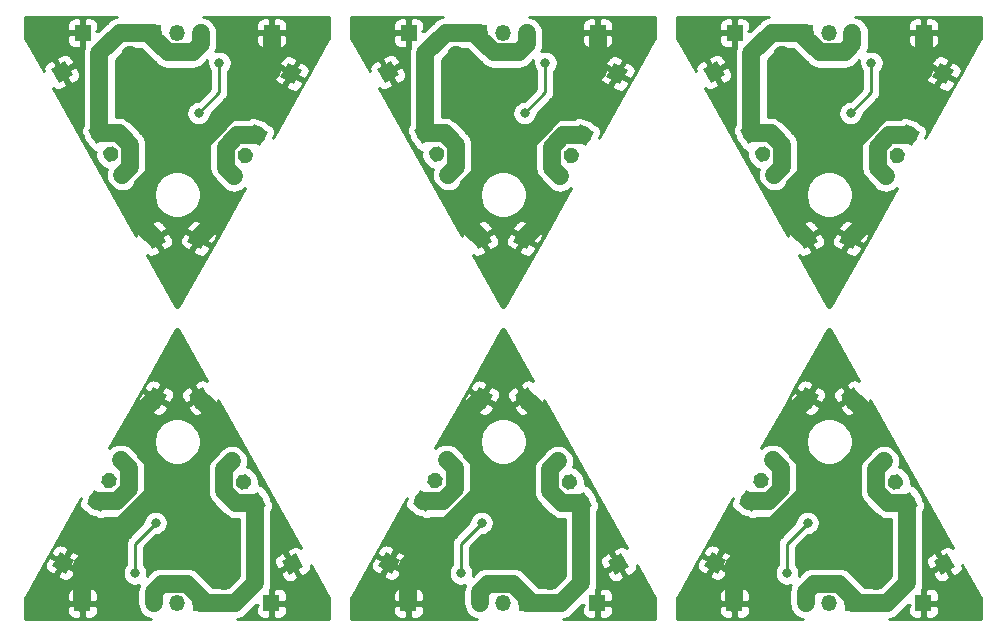
<source format=gbl>
G04 #@! TF.GenerationSoftware,KiCad,Pcbnew,(5.1.12)-1*
G04 #@! TF.CreationDate,2023-06-20T10:26:49+09:00*
G04 #@! TF.ProjectId,LED_Sphere_3V-TypeC-Panelized,4c45445f-5370-4686-9572-655f33562d54,rev?*
G04 #@! TF.SameCoordinates,PX5a06e00PY8f0d180*
G04 #@! TF.FileFunction,Copper,L2,Bot*
G04 #@! TF.FilePolarity,Positive*
%FSLAX46Y46*%
G04 Gerber Fmt 4.6, Leading zero omitted, Abs format (unit mm)*
G04 Created by KiCad (PCBNEW (5.1.12)-1) date 2023-06-20 10:26:49*
%MOMM*%
%LPD*%
G01*
G04 APERTURE LIST*
G04 #@! TA.AperFunction,ComponentPad*
%ADD10C,0.100000*%
G04 #@! TD*
G04 #@! TA.AperFunction,ComponentPad*
%ADD11O,1.350000X1.350000*%
G04 #@! TD*
G04 #@! TA.AperFunction,ComponentPad*
%ADD12R,1.350000X1.350000*%
G04 #@! TD*
G04 #@! TA.AperFunction,ViaPad*
%ADD13C,1.500000*%
G04 #@! TD*
G04 #@! TA.AperFunction,ViaPad*
%ADD14C,0.800000*%
G04 #@! TD*
G04 #@! TA.AperFunction,Conductor*
%ADD15C,1.500000*%
G04 #@! TD*
G04 #@! TA.AperFunction,Conductor*
%ADD16C,0.250000*%
G04 #@! TD*
G04 #@! TA.AperFunction,Conductor*
%ADD17C,0.254000*%
G04 #@! TD*
G04 #@! TA.AperFunction,Conductor*
%ADD18C,0.100000*%
G04 #@! TD*
G04 APERTURE END LIST*
G04 #@! TA.AperFunction,ComponentPad*
G36*
G01*
X23298823Y58514056D02*
X23298823Y58514056D01*
G75*
G02*
X24217803Y58772370I588647J-330333D01*
G01*
X24217803Y58772370D01*
G75*
G02*
X24476117Y57853390I-330333J-588647D01*
G01*
X24476117Y57853390D01*
G75*
G02*
X23557137Y57595076I-588647J330333D01*
G01*
X23557137Y57595076D01*
G75*
G02*
X23298823Y58514056I330333J588647D01*
G01*
G37*
G04 #@! TD.AperFunction*
G04 #@! TA.AperFunction,ComponentPad*
G36*
G01*
X24277588Y60258194D02*
X24277588Y60258194D01*
G75*
G02*
X25196568Y60516508I588647J-330333D01*
G01*
X25196568Y60516508D01*
G75*
G02*
X25454882Y59597528I-330333J-588647D01*
G01*
X25454882Y59597528D01*
G75*
G02*
X24535902Y59339214I-588647J330333D01*
G01*
X24535902Y59339214D01*
G75*
G02*
X24277588Y60258194I330333J588647D01*
G01*
G37*
G04 #@! TD.AperFunction*
G04 #@! TA.AperFunction,ComponentPad*
D10*
G36*
X24926020Y61413686D02*
G01*
X25586686Y62590980D01*
X26763980Y61930314D01*
X26103314Y60753020D01*
X24926020Y61413686D01*
G37*
G04 #@! TD.AperFunction*
G04 #@! TA.AperFunction,ComponentPad*
G36*
G01*
X50898823Y58514056D02*
X50898823Y58514056D01*
G75*
G02*
X51817803Y58772370I588647J-330333D01*
G01*
X51817803Y58772370D01*
G75*
G02*
X52076117Y57853390I-330333J-588647D01*
G01*
X52076117Y57853390D01*
G75*
G02*
X51157137Y57595076I-588647J330333D01*
G01*
X51157137Y57595076D01*
G75*
G02*
X50898823Y58514056I330333J588647D01*
G01*
G37*
G04 #@! TD.AperFunction*
G04 #@! TA.AperFunction,ComponentPad*
G36*
G01*
X51877588Y60258194D02*
X51877588Y60258194D01*
G75*
G02*
X52796568Y60516508I588647J-330333D01*
G01*
X52796568Y60516508D01*
G75*
G02*
X53054882Y59597528I-330333J-588647D01*
G01*
X53054882Y59597528D01*
G75*
G02*
X52135902Y59339214I-588647J330333D01*
G01*
X52135902Y59339214D01*
G75*
G02*
X51877588Y60258194I330333J588647D01*
G01*
G37*
G04 #@! TD.AperFunction*
G04 #@! TA.AperFunction,ComponentPad*
G36*
X52526020Y61413686D02*
G01*
X53186686Y62590980D01*
X54363980Y61930314D01*
X53703314Y60753020D01*
X52526020Y61413686D01*
G37*
G04 #@! TD.AperFunction*
G04 #@! TA.AperFunction,ComponentPad*
G36*
G01*
X78498823Y58514056D02*
X78498823Y58514056D01*
G75*
G02*
X79417803Y58772370I588647J-330333D01*
G01*
X79417803Y58772370D01*
G75*
G02*
X79676117Y57853390I-330333J-588647D01*
G01*
X79676117Y57853390D01*
G75*
G02*
X78757137Y57595076I-588647J330333D01*
G01*
X78757137Y57595076D01*
G75*
G02*
X78498823Y58514056I330333J588647D01*
G01*
G37*
G04 #@! TD.AperFunction*
G04 #@! TA.AperFunction,ComponentPad*
G36*
G01*
X79477588Y60258194D02*
X79477588Y60258194D01*
G75*
G02*
X80396568Y60516508I588647J-330333D01*
G01*
X80396568Y60516508D01*
G75*
G02*
X80654882Y59597528I-330333J-588647D01*
G01*
X80654882Y59597528D01*
G75*
G02*
X79735902Y59339214I-588647J330333D01*
G01*
X79735902Y59339214D01*
G75*
G02*
X79477588Y60258194I330333J588647D01*
G01*
G37*
G04 #@! TD.AperFunction*
G04 #@! TA.AperFunction,ComponentPad*
G36*
X80126020Y61413686D02*
G01*
X80786686Y62590980D01*
X81963980Y61930314D01*
X81303314Y60753020D01*
X80126020Y61413686D01*
G37*
G04 #@! TD.AperFunction*
G04 #@! TA.AperFunction,ComponentPad*
G36*
G01*
X70101177Y33825944D02*
X70101177Y33825944D01*
G75*
G02*
X69182197Y33567630I-588647J330333D01*
G01*
X69182197Y33567630D01*
G75*
G02*
X68923883Y34486610I330333J588647D01*
G01*
X68923883Y34486610D01*
G75*
G02*
X69842863Y34744924I588647J-330333D01*
G01*
X69842863Y34744924D01*
G75*
G02*
X70101177Y33825944I-330333J-588647D01*
G01*
G37*
G04 #@! TD.AperFunction*
G04 #@! TA.AperFunction,ComponentPad*
G36*
G01*
X69122412Y32081806D02*
X69122412Y32081806D01*
G75*
G02*
X68203432Y31823492I-588647J330333D01*
G01*
X68203432Y31823492D01*
G75*
G02*
X67945118Y32742472I330333J588647D01*
G01*
X67945118Y32742472D01*
G75*
G02*
X68864098Y33000786I588647J-330333D01*
G01*
X68864098Y33000786D01*
G75*
G02*
X69122412Y32081806I-330333J-588647D01*
G01*
G37*
G04 #@! TD.AperFunction*
G04 #@! TA.AperFunction,ComponentPad*
G36*
X68473980Y30926314D02*
G01*
X67813314Y29749020D01*
X66636020Y30409686D01*
X67296686Y31586980D01*
X68473980Y30926314D01*
G37*
G04 #@! TD.AperFunction*
G04 #@! TA.AperFunction,ComponentPad*
G36*
G01*
X42501177Y33825944D02*
X42501177Y33825944D01*
G75*
G02*
X41582197Y33567630I-588647J330333D01*
G01*
X41582197Y33567630D01*
G75*
G02*
X41323883Y34486610I330333J588647D01*
G01*
X41323883Y34486610D01*
G75*
G02*
X42242863Y34744924I588647J-330333D01*
G01*
X42242863Y34744924D01*
G75*
G02*
X42501177Y33825944I-330333J-588647D01*
G01*
G37*
G04 #@! TD.AperFunction*
G04 #@! TA.AperFunction,ComponentPad*
G36*
G01*
X41522412Y32081806D02*
X41522412Y32081806D01*
G75*
G02*
X40603432Y31823492I-588647J330333D01*
G01*
X40603432Y31823492D01*
G75*
G02*
X40345118Y32742472I330333J588647D01*
G01*
X40345118Y32742472D01*
G75*
G02*
X41264098Y33000786I588647J-330333D01*
G01*
X41264098Y33000786D01*
G75*
G02*
X41522412Y32081806I-330333J-588647D01*
G01*
G37*
G04 #@! TD.AperFunction*
G04 #@! TA.AperFunction,ComponentPad*
G36*
X40873980Y30926314D02*
G01*
X40213314Y29749020D01*
X39036020Y30409686D01*
X39696686Y31586980D01*
X40873980Y30926314D01*
G37*
G04 #@! TD.AperFunction*
G04 #@! TA.AperFunction,ComponentPad*
G36*
X10253980Y66747686D02*
G01*
X9076686Y66087020D01*
X8416020Y67264314D01*
X9593314Y67924980D01*
X10253980Y66747686D01*
G37*
G04 #@! TD.AperFunction*
G04 #@! TA.AperFunction,ComponentPad*
G36*
X37853980Y66747686D02*
G01*
X36676686Y66087020D01*
X36016020Y67264314D01*
X37193314Y67924980D01*
X37853980Y66747686D01*
G37*
G04 #@! TD.AperFunction*
G04 #@! TA.AperFunction,ComponentPad*
G36*
X65453980Y66747686D02*
G01*
X64276686Y66087020D01*
X63616020Y67264314D01*
X64793314Y67924980D01*
X65453980Y66747686D01*
G37*
G04 #@! TD.AperFunction*
G04 #@! TA.AperFunction,ComponentPad*
G36*
X83146020Y25592314D02*
G01*
X84323314Y26252980D01*
X84983980Y25075686D01*
X83806686Y24415020D01*
X83146020Y25592314D01*
G37*
G04 #@! TD.AperFunction*
G04 #@! TA.AperFunction,ComponentPad*
G36*
X55546020Y25592314D02*
G01*
X56723314Y26252980D01*
X57383980Y25075686D01*
X56206686Y24415020D01*
X55546020Y25592314D01*
G37*
G04 #@! TD.AperFunction*
G04 #@! TA.AperFunction,ComponentPad*
G36*
X29024314Y65960020D02*
G01*
X27847020Y66620686D01*
X28507686Y67797980D01*
X29684980Y67137314D01*
X29024314Y65960020D01*
G37*
G04 #@! TD.AperFunction*
G04 #@! TA.AperFunction,ComponentPad*
G36*
X56624314Y65960020D02*
G01*
X55447020Y66620686D01*
X56107686Y67797980D01*
X57284980Y67137314D01*
X56624314Y65960020D01*
G37*
G04 #@! TD.AperFunction*
G04 #@! TA.AperFunction,ComponentPad*
G36*
X84224314Y65960020D02*
G01*
X83047020Y66620686D01*
X83707686Y67797980D01*
X84884980Y67137314D01*
X84224314Y65960020D01*
G37*
G04 #@! TD.AperFunction*
G04 #@! TA.AperFunction,ComponentPad*
G36*
X64375686Y26379980D02*
G01*
X65552980Y25719314D01*
X64892314Y24542020D01*
X63715020Y25202686D01*
X64375686Y26379980D01*
G37*
G04 #@! TD.AperFunction*
G04 #@! TA.AperFunction,ComponentPad*
G36*
X36775686Y26379980D02*
G01*
X37952980Y25719314D01*
X37292314Y24542020D01*
X36115020Y25202686D01*
X36775686Y26379980D01*
G37*
G04 #@! TD.AperFunction*
D11*
X21082000Y70308000D03*
X19082000Y70308000D03*
D12*
X17082000Y70308000D03*
D11*
X48682000Y70308000D03*
X46682000Y70308000D03*
D12*
X44682000Y70308000D03*
D11*
X76282000Y70308000D03*
X74282000Y70308000D03*
D12*
X72282000Y70308000D03*
D11*
X72318000Y22032000D03*
X74318000Y22032000D03*
D12*
X76318000Y22032000D03*
D11*
X44718000Y22032000D03*
X46718000Y22032000D03*
D12*
X48718000Y22032000D03*
G04 #@! TA.AperFunction,ComponentPad*
D10*
G36*
X21150314Y51990020D02*
G01*
X19973020Y52650686D01*
X20633686Y53827980D01*
X21810980Y53167314D01*
X21150314Y51990020D01*
G37*
G04 #@! TD.AperFunction*
G04 #@! TA.AperFunction,ComponentPad*
G36*
X48750314Y51990020D02*
G01*
X47573020Y52650686D01*
X48233686Y53827980D01*
X49410980Y53167314D01*
X48750314Y51990020D01*
G37*
G04 #@! TD.AperFunction*
G04 #@! TA.AperFunction,ComponentPad*
G36*
X76350314Y51990020D02*
G01*
X75173020Y52650686D01*
X75833686Y53827980D01*
X77010980Y53167314D01*
X76350314Y51990020D01*
G37*
G04 #@! TD.AperFunction*
G04 #@! TA.AperFunction,ComponentPad*
G36*
X72249686Y40349980D02*
G01*
X73426980Y39689314D01*
X72766314Y38512020D01*
X71589020Y39172686D01*
X72249686Y40349980D01*
G37*
G04 #@! TD.AperFunction*
G04 #@! TA.AperFunction,ComponentPad*
G36*
X44649686Y40349980D02*
G01*
X45826980Y39689314D01*
X45166314Y38512020D01*
X43989020Y39172686D01*
X44649686Y40349980D01*
G37*
G04 #@! TD.AperFunction*
G04 #@! TA.AperFunction,ComponentPad*
G36*
X18127980Y52650686D02*
G01*
X16950686Y51990020D01*
X16290020Y53167314D01*
X17467314Y53827980D01*
X18127980Y52650686D01*
G37*
G04 #@! TD.AperFunction*
G04 #@! TA.AperFunction,ComponentPad*
G36*
X45727980Y52650686D02*
G01*
X44550686Y51990020D01*
X43890020Y53167314D01*
X45067314Y53827980D01*
X45727980Y52650686D01*
G37*
G04 #@! TD.AperFunction*
G04 #@! TA.AperFunction,ComponentPad*
G36*
X73327980Y52650686D02*
G01*
X72150686Y51990020D01*
X71490020Y53167314D01*
X72667314Y53827980D01*
X73327980Y52650686D01*
G37*
G04 #@! TD.AperFunction*
G04 #@! TA.AperFunction,ComponentPad*
G36*
X75272020Y39689314D02*
G01*
X76449314Y40349980D01*
X77109980Y39172686D01*
X75932686Y38512020D01*
X75272020Y39689314D01*
G37*
G04 #@! TD.AperFunction*
G04 #@! TA.AperFunction,ComponentPad*
G36*
X47672020Y39689314D02*
G01*
X48849314Y40349980D01*
X49509980Y39172686D01*
X48332686Y38512020D01*
X47672020Y39689314D01*
G37*
G04 #@! TD.AperFunction*
D12*
X11113000Y70308000D03*
X38713000Y70308000D03*
X66313000Y70308000D03*
X82287000Y22032000D03*
X54687000Y22032000D03*
X27115000Y70308000D03*
X54715000Y70308000D03*
X82315000Y70308000D03*
X66285000Y22032000D03*
X38685000Y22032000D03*
G04 #@! TA.AperFunction,ComponentPad*
D10*
G36*
X12251686Y60880020D02*
G01*
X11591020Y62057314D01*
X12768314Y62717980D01*
X13428980Y61540686D01*
X12251686Y60880020D01*
G37*
G04 #@! TD.AperFunction*
G04 #@! TA.AperFunction,ComponentPad*
G36*
G01*
X12900118Y59724528D02*
X12900118Y59724528D01*
G75*
G02*
X13158432Y60643508I588647J330333D01*
G01*
X13158432Y60643508D01*
G75*
G02*
X14077412Y60385194I330333J-588647D01*
G01*
X14077412Y60385194D01*
G75*
G02*
X13819098Y59466214I-588647J-330333D01*
G01*
X13819098Y59466214D01*
G75*
G02*
X12900118Y59724528I-330333J588647D01*
G01*
G37*
G04 #@! TD.AperFunction*
G04 #@! TA.AperFunction,ComponentPad*
G36*
G01*
X13878883Y57980390D02*
X13878883Y57980390D01*
G75*
G02*
X14137197Y58899370I588647J330333D01*
G01*
X14137197Y58899370D01*
G75*
G02*
X15056177Y58641056I330333J-588647D01*
G01*
X15056177Y58641056D01*
G75*
G02*
X14797863Y57722076I-588647J-330333D01*
G01*
X14797863Y57722076D01*
G75*
G02*
X13878883Y57980390I-330333J588647D01*
G01*
G37*
G04 #@! TD.AperFunction*
G04 #@! TA.AperFunction,ComponentPad*
G36*
X39851686Y60880020D02*
G01*
X39191020Y62057314D01*
X40368314Y62717980D01*
X41028980Y61540686D01*
X39851686Y60880020D01*
G37*
G04 #@! TD.AperFunction*
G04 #@! TA.AperFunction,ComponentPad*
G36*
G01*
X40500118Y59724528D02*
X40500118Y59724528D01*
G75*
G02*
X40758432Y60643508I588647J330333D01*
G01*
X40758432Y60643508D01*
G75*
G02*
X41677412Y60385194I330333J-588647D01*
G01*
X41677412Y60385194D01*
G75*
G02*
X41419098Y59466214I-588647J-330333D01*
G01*
X41419098Y59466214D01*
G75*
G02*
X40500118Y59724528I-330333J588647D01*
G01*
G37*
G04 #@! TD.AperFunction*
G04 #@! TA.AperFunction,ComponentPad*
G36*
G01*
X41478883Y57980390D02*
X41478883Y57980390D01*
G75*
G02*
X41737197Y58899370I588647J330333D01*
G01*
X41737197Y58899370D01*
G75*
G02*
X42656177Y58641056I330333J-588647D01*
G01*
X42656177Y58641056D01*
G75*
G02*
X42397863Y57722076I-588647J-330333D01*
G01*
X42397863Y57722076D01*
G75*
G02*
X41478883Y57980390I-330333J588647D01*
G01*
G37*
G04 #@! TD.AperFunction*
G04 #@! TA.AperFunction,ComponentPad*
G36*
X67451686Y60880020D02*
G01*
X66791020Y62057314D01*
X67968314Y62717980D01*
X68628980Y61540686D01*
X67451686Y60880020D01*
G37*
G04 #@! TD.AperFunction*
G04 #@! TA.AperFunction,ComponentPad*
G36*
G01*
X68100118Y59724528D02*
X68100118Y59724528D01*
G75*
G02*
X68358432Y60643508I588647J330333D01*
G01*
X68358432Y60643508D01*
G75*
G02*
X69277412Y60385194I330333J-588647D01*
G01*
X69277412Y60385194D01*
G75*
G02*
X69019098Y59466214I-588647J-330333D01*
G01*
X69019098Y59466214D01*
G75*
G02*
X68100118Y59724528I-330333J588647D01*
G01*
G37*
G04 #@! TD.AperFunction*
G04 #@! TA.AperFunction,ComponentPad*
G36*
G01*
X69078883Y57980390D02*
X69078883Y57980390D01*
G75*
G02*
X69337197Y58899370I588647J330333D01*
G01*
X69337197Y58899370D01*
G75*
G02*
X70256177Y58641056I330333J-588647D01*
G01*
X70256177Y58641056D01*
G75*
G02*
X69997863Y57722076I-588647J-330333D01*
G01*
X69997863Y57722076D01*
G75*
G02*
X69078883Y57980390I-330333J588647D01*
G01*
G37*
G04 #@! TD.AperFunction*
G04 #@! TA.AperFunction,ComponentPad*
G36*
X81148314Y31459980D02*
G01*
X81808980Y30282686D01*
X80631686Y29622020D01*
X79971020Y30799314D01*
X81148314Y31459980D01*
G37*
G04 #@! TD.AperFunction*
G04 #@! TA.AperFunction,ComponentPad*
G36*
G01*
X80499882Y32615472D02*
X80499882Y32615472D01*
G75*
G02*
X80241568Y31696492I-588647J-330333D01*
G01*
X80241568Y31696492D01*
G75*
G02*
X79322588Y31954806I-330333J588647D01*
G01*
X79322588Y31954806D01*
G75*
G02*
X79580902Y32873786I588647J330333D01*
G01*
X79580902Y32873786D01*
G75*
G02*
X80499882Y32615472I330333J-588647D01*
G01*
G37*
G04 #@! TD.AperFunction*
G04 #@! TA.AperFunction,ComponentPad*
G36*
G01*
X79521117Y34359610D02*
X79521117Y34359610D01*
G75*
G02*
X79262803Y33440630I-588647J-330333D01*
G01*
X79262803Y33440630D01*
G75*
G02*
X78343823Y33698944I-330333J588647D01*
G01*
X78343823Y33698944D01*
G75*
G02*
X78602137Y34617924I588647J330333D01*
G01*
X78602137Y34617924D01*
G75*
G02*
X79521117Y34359610I330333J-588647D01*
G01*
G37*
G04 #@! TD.AperFunction*
G04 #@! TA.AperFunction,ComponentPad*
G36*
X53548314Y31459980D02*
G01*
X54208980Y30282686D01*
X53031686Y29622020D01*
X52371020Y30799314D01*
X53548314Y31459980D01*
G37*
G04 #@! TD.AperFunction*
G04 #@! TA.AperFunction,ComponentPad*
G36*
G01*
X52899882Y32615472D02*
X52899882Y32615472D01*
G75*
G02*
X52641568Y31696492I-588647J-330333D01*
G01*
X52641568Y31696492D01*
G75*
G02*
X51722588Y31954806I-330333J588647D01*
G01*
X51722588Y31954806D01*
G75*
G02*
X51980902Y32873786I588647J330333D01*
G01*
X51980902Y32873786D01*
G75*
G02*
X52899882Y32615472I330333J-588647D01*
G01*
G37*
G04 #@! TD.AperFunction*
G04 #@! TA.AperFunction,ComponentPad*
G36*
G01*
X51921117Y34359610D02*
X51921117Y34359610D01*
G75*
G02*
X51662803Y33440630I-588647J-330333D01*
G01*
X51662803Y33440630D01*
G75*
G02*
X50743823Y33698944I-330333J588647D01*
G01*
X50743823Y33698944D01*
G75*
G02*
X51002137Y34617924I588647J330333D01*
G01*
X51002137Y34617924D01*
G75*
G02*
X51921117Y34359610I330333J-588647D01*
G01*
G37*
G04 #@! TD.AperFunction*
G04 #@! TA.AperFunction,ComponentPad*
G36*
X9175686Y26379980D02*
G01*
X10352980Y25719314D01*
X9692314Y24542020D01*
X8515020Y25202686D01*
X9175686Y26379980D01*
G37*
G04 #@! TD.AperFunction*
G04 #@! TA.AperFunction,ComponentPad*
G36*
X13273980Y30926314D02*
G01*
X12613314Y29749020D01*
X11436020Y30409686D01*
X12096686Y31586980D01*
X13273980Y30926314D01*
G37*
G04 #@! TD.AperFunction*
G04 #@! TA.AperFunction,ComponentPad*
G36*
G01*
X13922412Y32081806D02*
X13922412Y32081806D01*
G75*
G02*
X13003432Y31823492I-588647J330333D01*
G01*
X13003432Y31823492D01*
G75*
G02*
X12745118Y32742472I330333J588647D01*
G01*
X12745118Y32742472D01*
G75*
G02*
X13664098Y33000786I588647J-330333D01*
G01*
X13664098Y33000786D01*
G75*
G02*
X13922412Y32081806I-330333J-588647D01*
G01*
G37*
G04 #@! TD.AperFunction*
G04 #@! TA.AperFunction,ComponentPad*
G36*
G01*
X14901177Y33825944D02*
X14901177Y33825944D01*
G75*
G02*
X13982197Y33567630I-588647J330333D01*
G01*
X13982197Y33567630D01*
G75*
G02*
X13723883Y34486610I330333J588647D01*
G01*
X13723883Y34486610D01*
G75*
G02*
X14642863Y34744924I588647J-330333D01*
G01*
X14642863Y34744924D01*
G75*
G02*
X14901177Y33825944I-330333J-588647D01*
G01*
G37*
G04 #@! TD.AperFunction*
G04 #@! TA.AperFunction,ComponentPad*
G36*
X17049686Y40349980D02*
G01*
X18226980Y39689314D01*
X17566314Y38512020D01*
X16389020Y39172686D01*
X17049686Y40349980D01*
G37*
G04 #@! TD.AperFunction*
G04 #@! TA.AperFunction,ComponentPad*
G36*
X20072020Y39689314D02*
G01*
X21249314Y40349980D01*
X21909980Y39172686D01*
X20732686Y38512020D01*
X20072020Y39689314D01*
G37*
G04 #@! TD.AperFunction*
G04 #@! TA.AperFunction,ComponentPad*
G36*
G01*
X24321117Y34359610D02*
X24321117Y34359610D01*
G75*
G02*
X24062803Y33440630I-588647J-330333D01*
G01*
X24062803Y33440630D01*
G75*
G02*
X23143823Y33698944I-330333J588647D01*
G01*
X23143823Y33698944D01*
G75*
G02*
X23402137Y34617924I588647J330333D01*
G01*
X23402137Y34617924D01*
G75*
G02*
X24321117Y34359610I330333J-588647D01*
G01*
G37*
G04 #@! TD.AperFunction*
G04 #@! TA.AperFunction,ComponentPad*
G36*
G01*
X25299882Y32615472D02*
X25299882Y32615472D01*
G75*
G02*
X25041568Y31696492I-588647J-330333D01*
G01*
X25041568Y31696492D01*
G75*
G02*
X24122588Y31954806I-330333J588647D01*
G01*
X24122588Y31954806D01*
G75*
G02*
X24380902Y32873786I588647J330333D01*
G01*
X24380902Y32873786D01*
G75*
G02*
X25299882Y32615472I330333J-588647D01*
G01*
G37*
G04 #@! TD.AperFunction*
G04 #@! TA.AperFunction,ComponentPad*
G36*
X25948314Y31459980D02*
G01*
X26608980Y30282686D01*
X25431686Y29622020D01*
X24771020Y30799314D01*
X25948314Y31459980D01*
G37*
G04 #@! TD.AperFunction*
G04 #@! TA.AperFunction,ComponentPad*
G36*
X27946020Y25592314D02*
G01*
X29123314Y26252980D01*
X29783980Y25075686D01*
X28606686Y24415020D01*
X27946020Y25592314D01*
G37*
G04 #@! TD.AperFunction*
D12*
X27087000Y22032000D03*
X21118000Y22032000D03*
D11*
X19118000Y22032000D03*
X17118000Y22032000D03*
D12*
X11085000Y22032000D03*
D13*
X19010000Y28770000D03*
X23050000Y23920000D03*
X46610000Y28770000D03*
X74210000Y28770000D03*
X74390000Y63570000D03*
X46790000Y63570000D03*
X19190000Y63570000D03*
X50650000Y23920000D03*
X78250000Y23920000D03*
X70350000Y68420000D03*
X42750000Y68420000D03*
X15150000Y68420000D03*
D14*
X17280000Y28830000D03*
X15520000Y24560000D03*
X43120000Y24560000D03*
X70720000Y24560000D03*
X77880000Y67780000D03*
X50280000Y67780000D03*
X22680000Y67780000D03*
X44880000Y28830000D03*
X72480000Y28830000D03*
X76120000Y63510000D03*
X48520000Y63510000D03*
X20920000Y63510000D03*
D15*
X24050372Y30541000D02*
X25690000Y30541000D01*
X23086234Y31505138D02*
X24050372Y30541000D01*
X23086234Y33383041D02*
X23086234Y31505138D01*
X23732470Y34029277D02*
X23086234Y33383041D01*
X21118000Y22437002D02*
X21118000Y22032000D01*
X19898001Y23657001D02*
X21118000Y22437002D01*
X17788407Y23657001D02*
X19898001Y23657001D01*
X17118000Y22986594D02*
X17788407Y23657001D01*
X17118000Y22032000D02*
X17118000Y22986594D01*
X13994628Y30668000D02*
X12355000Y30668000D01*
X14987529Y31660901D02*
X13994628Y30668000D01*
X14987529Y33481278D02*
X14987529Y31660901D01*
X14312530Y34156277D02*
X14987529Y33481278D01*
X25690000Y30541000D02*
X25690000Y23760000D01*
X23962000Y22032000D02*
X21118000Y22032000D01*
X25690000Y23760000D02*
X23962000Y22032000D01*
X42587529Y31660901D02*
X41594628Y30668000D01*
X70187529Y31660901D02*
X69194628Y30668000D01*
X78412471Y60679099D02*
X79405372Y61672000D01*
X50812471Y60679099D02*
X51805372Y61672000D01*
X23212471Y60679099D02*
X24205372Y61672000D01*
X42587529Y33481278D02*
X42587529Y31660901D01*
X70187529Y33481278D02*
X70187529Y31660901D01*
X78412471Y58858722D02*
X78412471Y60679099D01*
X50812471Y58858722D02*
X50812471Y60679099D01*
X23212471Y58858722D02*
X23212471Y60679099D01*
X41912530Y34156277D02*
X42587529Y33481278D01*
X69512530Y34156277D02*
X70187529Y33481278D01*
X79087470Y58183723D02*
X78412471Y58858722D01*
X51487470Y58183723D02*
X50812471Y58858722D01*
X23887470Y58183723D02*
X23212471Y58858722D01*
X53290000Y30541000D02*
X53290000Y23760000D01*
X80890000Y30541000D02*
X80890000Y23760000D01*
X67710000Y61799000D02*
X67710000Y68580000D01*
X40110000Y61799000D02*
X40110000Y68580000D01*
X12510000Y61799000D02*
X12510000Y68580000D01*
X51562000Y22032000D02*
X48718000Y22032000D01*
X79162000Y22032000D02*
X76318000Y22032000D01*
X69438000Y70308000D02*
X72282000Y70308000D01*
X41838000Y70308000D02*
X44682000Y70308000D01*
X14238000Y70308000D02*
X17082000Y70308000D01*
X51650372Y30541000D02*
X53290000Y30541000D01*
X79250372Y30541000D02*
X80890000Y30541000D01*
X69349628Y61799000D02*
X67710000Y61799000D01*
X41749628Y61799000D02*
X40110000Y61799000D01*
X14149628Y61799000D02*
X12510000Y61799000D01*
X50686234Y31505138D02*
X51650372Y30541000D01*
X78286234Y31505138D02*
X79250372Y30541000D01*
X70313766Y60834862D02*
X69349628Y61799000D01*
X42713766Y60834862D02*
X41749628Y61799000D01*
X15113766Y60834862D02*
X14149628Y61799000D01*
X48718000Y22437002D02*
X48718000Y22032000D01*
X76318000Y22437002D02*
X76318000Y22032000D01*
X72282000Y69902998D02*
X72282000Y70308000D01*
X44682000Y69902998D02*
X44682000Y70308000D01*
X17082000Y69902998D02*
X17082000Y70308000D01*
X47498001Y23657001D02*
X48718000Y22437002D01*
X75098001Y23657001D02*
X76318000Y22437002D01*
X73501999Y68682999D02*
X72282000Y69902998D01*
X45901999Y68682999D02*
X44682000Y69902998D01*
X18301999Y68682999D02*
X17082000Y69902998D01*
X51332470Y34029277D02*
X50686234Y33383041D01*
X78932470Y34029277D02*
X78286234Y33383041D01*
X69667530Y58310723D02*
X70313766Y58956959D01*
X42067530Y58310723D02*
X42713766Y58956959D01*
X14467530Y58310723D02*
X15113766Y58956959D01*
X50686234Y33383041D02*
X50686234Y31505138D01*
X78286234Y33383041D02*
X78286234Y31505138D01*
X70313766Y58956959D02*
X70313766Y60834862D01*
X42713766Y58956959D02*
X42713766Y60834862D01*
X15113766Y58956959D02*
X15113766Y60834862D01*
X45388407Y23657001D02*
X47498001Y23657001D01*
X72988407Y23657001D02*
X75098001Y23657001D01*
X75611593Y68682999D02*
X73501999Y68682999D01*
X48011593Y68682999D02*
X45901999Y68682999D01*
X20411593Y68682999D02*
X18301999Y68682999D01*
X44718000Y22986594D02*
X45388407Y23657001D01*
X72318000Y22986594D02*
X72988407Y23657001D01*
X76282000Y69353406D02*
X75611593Y68682999D01*
X48682000Y69353406D02*
X48011593Y68682999D01*
X21082000Y69353406D02*
X20411593Y68682999D01*
X44718000Y22032000D02*
X44718000Y22986594D01*
X72318000Y22032000D02*
X72318000Y22986594D01*
X76282000Y70308000D02*
X76282000Y69353406D01*
X48682000Y70308000D02*
X48682000Y69353406D01*
X21082000Y70308000D02*
X21082000Y69353406D01*
X41594628Y30668000D02*
X39955000Y30668000D01*
X69194628Y30668000D02*
X67555000Y30668000D01*
X79405372Y61672000D02*
X81045000Y61672000D01*
X51805372Y61672000D02*
X53445000Y61672000D01*
X24205372Y61672000D02*
X25845000Y61672000D01*
X53290000Y23760000D02*
X51562000Y22032000D01*
X80890000Y23760000D02*
X79162000Y22032000D01*
X67710000Y68580000D02*
X69438000Y70308000D01*
X40110000Y68580000D02*
X41838000Y70308000D01*
X12510000Y68580000D02*
X14238000Y70308000D01*
X19010000Y27960000D02*
X23050000Y23920000D01*
X19010000Y28770000D02*
X19010000Y27960000D01*
X19010000Y28770000D02*
X19010000Y31950000D01*
X19010000Y31950000D02*
X22040000Y34980000D01*
X22040000Y38382000D02*
X20991000Y39431000D01*
X22040000Y34980000D02*
X22040000Y38382000D01*
X19010000Y28770000D02*
X19010000Y32130000D01*
X16390000Y38513000D02*
X17308000Y39431000D01*
X16390000Y34750000D02*
X16390000Y38513000D01*
X11085000Y22032000D02*
X11085000Y25235000D01*
X14750000Y29019195D02*
X17110000Y31379195D01*
X14750000Y28900000D02*
X14750000Y29019195D01*
X17110000Y31379195D02*
X17110000Y34030000D01*
X11085000Y25235000D02*
X14750000Y28900000D01*
X17110000Y34030000D02*
X16390000Y34750000D01*
X19010000Y32130000D02*
X17110000Y34030000D01*
X43990000Y34750000D02*
X43990000Y38513000D01*
X71590000Y34750000D02*
X71590000Y38513000D01*
X77010000Y57590000D02*
X77010000Y53827000D01*
X49410000Y57590000D02*
X49410000Y53827000D01*
X21810000Y57590000D02*
X21810000Y53827000D01*
X38685000Y25235000D02*
X42350000Y28900000D01*
X66285000Y25235000D02*
X69950000Y28900000D01*
X82315000Y67105000D02*
X78650000Y63440000D01*
X54715000Y67105000D02*
X51050000Y63440000D01*
X27115000Y67105000D02*
X23450000Y63440000D01*
X44710000Y34030000D02*
X43990000Y34750000D01*
X72310000Y34030000D02*
X71590000Y34750000D01*
X76290000Y58310000D02*
X77010000Y57590000D01*
X48690000Y58310000D02*
X49410000Y57590000D01*
X21090000Y58310000D02*
X21810000Y57590000D01*
X46610000Y32130000D02*
X44710000Y34030000D01*
X74210000Y32130000D02*
X72310000Y34030000D01*
X74390000Y60210000D02*
X76290000Y58310000D01*
X46790000Y60210000D02*
X48690000Y58310000D01*
X19190000Y60210000D02*
X21090000Y58310000D01*
X42350000Y29019195D02*
X44710000Y31379195D01*
X69950000Y29019195D02*
X72310000Y31379195D01*
X78650000Y63320805D02*
X76290000Y60960805D01*
X51050000Y63320805D02*
X48690000Y60960805D01*
X23450000Y63320805D02*
X21090000Y60960805D01*
X46610000Y28770000D02*
X46610000Y27960000D01*
X74210000Y28770000D02*
X74210000Y27960000D01*
X74390000Y63570000D02*
X74390000Y64380000D01*
X46790000Y63570000D02*
X46790000Y64380000D01*
X19190000Y63570000D02*
X19190000Y64380000D01*
X46610000Y27960000D02*
X50650000Y23920000D01*
X74210000Y27960000D02*
X78250000Y23920000D01*
X74390000Y64380000D02*
X70350000Y68420000D01*
X46790000Y64380000D02*
X42750000Y68420000D01*
X19190000Y64380000D02*
X15150000Y68420000D01*
X46610000Y28770000D02*
X46610000Y31950000D01*
X74210000Y28770000D02*
X74210000Y31950000D01*
X74390000Y63570000D02*
X74390000Y60390000D01*
X46790000Y63570000D02*
X46790000Y60390000D01*
X19190000Y63570000D02*
X19190000Y60390000D01*
X46610000Y31950000D02*
X49640000Y34980000D01*
X74210000Y31950000D02*
X77240000Y34980000D01*
X74390000Y60390000D02*
X71360000Y57360000D01*
X46790000Y60390000D02*
X43760000Y57360000D01*
X19190000Y60390000D02*
X16160000Y57360000D01*
X49640000Y34980000D02*
X49640000Y38382000D01*
X77240000Y34980000D02*
X77240000Y38382000D01*
X71360000Y57360000D02*
X71360000Y53958000D01*
X43760000Y57360000D02*
X43760000Y53958000D01*
X16160000Y57360000D02*
X16160000Y53958000D01*
X46610000Y28770000D02*
X46610000Y32130000D01*
X74210000Y28770000D02*
X74210000Y32130000D01*
X74390000Y63570000D02*
X74390000Y60210000D01*
X46790000Y63570000D02*
X46790000Y60210000D01*
X19190000Y63570000D02*
X19190000Y60210000D01*
X43990000Y38513000D02*
X44908000Y39431000D01*
X71590000Y38513000D02*
X72508000Y39431000D01*
X77010000Y53827000D02*
X76092000Y52909000D01*
X49410000Y53827000D02*
X48492000Y52909000D01*
X21810000Y53827000D02*
X20892000Y52909000D01*
X49640000Y38382000D02*
X48591000Y39431000D01*
X77240000Y38382000D02*
X76191000Y39431000D01*
X71360000Y53958000D02*
X72409000Y52909000D01*
X43760000Y53958000D02*
X44809000Y52909000D01*
X16160000Y53958000D02*
X17209000Y52909000D01*
X38685000Y22032000D02*
X38685000Y25235000D01*
X66285000Y22032000D02*
X66285000Y25235000D01*
X82315000Y70308000D02*
X82315000Y67105000D01*
X54715000Y70308000D02*
X54715000Y67105000D01*
X27115000Y70308000D02*
X27115000Y67105000D01*
X42350000Y28900000D02*
X42350000Y29019195D01*
X69950000Y28900000D02*
X69950000Y29019195D01*
X78650000Y63440000D02*
X78650000Y63320805D01*
X51050000Y63440000D02*
X51050000Y63320805D01*
X23450000Y63440000D02*
X23450000Y63320805D01*
X44710000Y31379195D02*
X44710000Y34030000D01*
X72310000Y31379195D02*
X72310000Y34030000D01*
X76290000Y60960805D02*
X76290000Y58310000D01*
X48690000Y60960805D02*
X48690000Y58310000D01*
X21090000Y60960805D02*
X21090000Y58310000D01*
D16*
X15520000Y27070000D02*
X15520000Y24560000D01*
X17280000Y28830000D02*
X15520000Y27070000D01*
X44880000Y28830000D02*
X43120000Y27070000D01*
X72480000Y28830000D02*
X70720000Y27070000D01*
X76120000Y63510000D02*
X77880000Y65270000D01*
X48520000Y63510000D02*
X50280000Y65270000D01*
X20920000Y63510000D02*
X22680000Y65270000D01*
X43120000Y27070000D02*
X43120000Y24560000D01*
X70720000Y27070000D02*
X70720000Y24560000D01*
X77880000Y65270000D02*
X77880000Y67780000D01*
X50280000Y65270000D02*
X50280000Y67780000D01*
X22680000Y65270000D02*
X22680000Y67780000D01*
D17*
X21651932Y40843708D02*
X21643903Y40851414D01*
X21538495Y40918759D01*
X21421976Y40964247D01*
X21298821Y40986128D01*
X21173764Y40983564D01*
X21051609Y40956651D01*
X20937052Y40906423D01*
X20599103Y40713252D01*
X20538351Y40497121D01*
X21039601Y39603904D01*
X21057043Y39613692D01*
X21181346Y39392187D01*
X21163904Y39382399D01*
X21665154Y38489182D01*
X21881285Y38428430D01*
X22222241Y38616243D01*
X22324798Y38687854D01*
X22411414Y38778097D01*
X22478759Y38883505D01*
X22524247Y39000024D01*
X22546128Y39123179D01*
X22543564Y39248236D01*
X22541577Y39257253D01*
X29593622Y26681738D01*
X29517903Y26754414D01*
X29412495Y26821759D01*
X29295976Y26867247D01*
X29172821Y26889128D01*
X29047764Y26886564D01*
X28925609Y26859651D01*
X28811052Y26809423D01*
X28473103Y26616252D01*
X28412351Y26400121D01*
X28913601Y25506904D01*
X28931043Y25516692D01*
X29055346Y25295187D01*
X29037904Y25285399D01*
X29539154Y24392182D01*
X29755285Y24331430D01*
X30096241Y24519243D01*
X30198798Y24590854D01*
X30285414Y24681097D01*
X30352759Y24786505D01*
X30398247Y24903024D01*
X30420128Y25026179D01*
X30417564Y25151236D01*
X30395350Y25252061D01*
X31940001Y22497573D01*
X31940000Y20660000D01*
X24162029Y20660000D01*
X24233507Y20667040D01*
X24494581Y20746236D01*
X24735188Y20874843D01*
X24946081Y21047919D01*
X24989454Y21100769D01*
X25793684Y21904998D01*
X25935748Y21904998D01*
X25777000Y21746250D01*
X25773928Y21357000D01*
X25786188Y21232518D01*
X25822498Y21112820D01*
X25881463Y21002506D01*
X25960815Y20905815D01*
X26057506Y20826463D01*
X26167820Y20767498D01*
X26287518Y20731188D01*
X26412000Y20718928D01*
X26801250Y20722000D01*
X26960000Y20880750D01*
X26960000Y21905000D01*
X27214000Y21905000D01*
X27214000Y20880750D01*
X27372750Y20722000D01*
X27762000Y20718928D01*
X27886482Y20731188D01*
X28006180Y20767498D01*
X28116494Y20826463D01*
X28213185Y20905815D01*
X28292537Y21002506D01*
X28351502Y21112820D01*
X28387812Y21232518D01*
X28400072Y21357000D01*
X28397000Y21746250D01*
X28238250Y21905000D01*
X27214000Y21905000D01*
X26960000Y21905000D01*
X26940000Y21905000D01*
X26940000Y22159000D01*
X26960000Y22159000D01*
X26960000Y23183250D01*
X27214000Y23183250D01*
X27214000Y22159000D01*
X28238250Y22159000D01*
X28397000Y22317750D01*
X28400072Y22707000D01*
X28387812Y22831482D01*
X28351502Y22951180D01*
X28292537Y23061494D01*
X28213185Y23158185D01*
X28116494Y23237537D01*
X28006180Y23296502D01*
X27886482Y23332812D01*
X27762000Y23345072D01*
X27372750Y23342000D01*
X27214000Y23183250D01*
X26960000Y23183250D01*
X26954888Y23188362D01*
X26975764Y23227419D01*
X27011454Y23345072D01*
X27054960Y23488492D01*
X27070157Y23642795D01*
X27075000Y23691963D01*
X27075000Y23691970D01*
X27081700Y23759999D01*
X27075000Y23828028D01*
X27075000Y24443715D01*
X27862430Y24443715D01*
X28050243Y24102759D01*
X28121854Y24000202D01*
X28212097Y23913586D01*
X28317505Y23846241D01*
X28434024Y23800753D01*
X28557179Y23778872D01*
X28682236Y23781436D01*
X28804391Y23808349D01*
X28918948Y23858577D01*
X29256897Y24051748D01*
X29317649Y24267879D01*
X28816399Y25161096D01*
X27923182Y24659846D01*
X27862430Y24443715D01*
X27075000Y24443715D01*
X27075000Y25641821D01*
X27309872Y25641821D01*
X27312436Y25516764D01*
X27339349Y25394609D01*
X27389577Y25280052D01*
X27582748Y24942103D01*
X27798879Y24881351D01*
X28692096Y25382601D01*
X28190846Y26275818D01*
X27974715Y26336570D01*
X27633759Y26148757D01*
X27531202Y26077146D01*
X27444586Y25986903D01*
X27377241Y25881495D01*
X27331753Y25764976D01*
X27309872Y25641821D01*
X27075000Y25641821D01*
X27075000Y29851201D01*
X27110413Y29888097D01*
X27177759Y29993503D01*
X27223247Y30110023D01*
X27245128Y30233178D01*
X27242564Y30358236D01*
X27215650Y30480390D01*
X27165423Y30594947D01*
X27057435Y30787380D01*
X27054960Y30812507D01*
X26975764Y31073581D01*
X26847157Y31314188D01*
X26674081Y31525081D01*
X26617312Y31571670D01*
X26504757Y31772241D01*
X26433146Y31874798D01*
X26342903Y31961413D01*
X26237497Y32028759D01*
X26120977Y32074247D01*
X26008911Y32094158D01*
X26021235Y32156115D01*
X26021235Y32414163D01*
X25970893Y32667252D01*
X25872142Y32905657D01*
X25728779Y33120216D01*
X25546312Y33302683D01*
X25331753Y33446046D01*
X25093348Y33544797D01*
X25036269Y33556151D01*
X25097430Y33757770D01*
X25124170Y34029277D01*
X25097430Y34300784D01*
X25018234Y34561858D01*
X24889627Y34802465D01*
X24716551Y35013358D01*
X24505658Y35186434D01*
X24265051Y35315041D01*
X24003977Y35394237D01*
X23732470Y35420977D01*
X23460963Y35394237D01*
X23199889Y35315041D01*
X22959283Y35186434D01*
X22801237Y35056729D01*
X22154999Y34410491D01*
X22102153Y34367121D01*
X21929077Y34156228D01*
X21852979Y34013859D01*
X21800470Y33915621D01*
X21726507Y33671797D01*
X21721274Y33654547D01*
X21701234Y33451077D01*
X21701234Y33451070D01*
X21694534Y33383041D01*
X21701234Y33315011D01*
X21701235Y31573177D01*
X21694534Y31505138D01*
X21721274Y31233631D01*
X21800470Y30972558D01*
X21929078Y30731950D01*
X22058782Y30573905D01*
X22058785Y30573902D01*
X22102154Y30521057D01*
X22154998Y30477689D01*
X23022922Y29609764D01*
X23066291Y29556919D01*
X23119136Y29513550D01*
X23119138Y29513548D01*
X23148107Y29489774D01*
X23277184Y29383843D01*
X23303081Y29370001D01*
X23517791Y29255236D01*
X23778864Y29176040D01*
X23804471Y29173518D01*
X23982335Y29156000D01*
X23982342Y29156000D01*
X24050371Y29149300D01*
X24118400Y29156000D01*
X24305000Y29156000D01*
X24305001Y24333687D01*
X23388315Y23417000D01*
X22105431Y23417000D01*
X22102080Y23421083D01*
X22049241Y23464447D01*
X20925455Y24588232D01*
X20882082Y24641082D01*
X20671189Y24814158D01*
X20430582Y24942765D01*
X20169508Y25021961D01*
X19966038Y25042001D01*
X19966030Y25042001D01*
X19898001Y25048701D01*
X19829972Y25042001D01*
X17856436Y25042001D01*
X17788407Y25048701D01*
X17720378Y25042001D01*
X17720370Y25042001D01*
X17516900Y25021961D01*
X17255826Y24942765D01*
X17015219Y24814158D01*
X16804326Y24641082D01*
X16760953Y24588232D01*
X16536183Y24363462D01*
X16555000Y24458061D01*
X16555000Y24661939D01*
X16515226Y24861898D01*
X16437205Y25050256D01*
X16323937Y25219774D01*
X16280000Y25263711D01*
X16280000Y26755199D01*
X17319802Y27795000D01*
X17381939Y27795000D01*
X17581898Y27834774D01*
X17770256Y27912795D01*
X17939774Y28026063D01*
X18083937Y28170226D01*
X18197205Y28339744D01*
X18275226Y28528102D01*
X18315000Y28728061D01*
X18315000Y28931939D01*
X18275226Y29131898D01*
X18197205Y29320256D01*
X18083937Y29489774D01*
X17939774Y29633937D01*
X17770256Y29747205D01*
X17581898Y29825226D01*
X17381939Y29865000D01*
X17178061Y29865000D01*
X16978102Y29825226D01*
X16789744Y29747205D01*
X16620226Y29633937D01*
X16476063Y29489774D01*
X16362795Y29320256D01*
X16284774Y29131898D01*
X16245000Y28931939D01*
X16245000Y28869802D01*
X15009003Y27633804D01*
X14979999Y27610001D01*
X14924871Y27542826D01*
X14885026Y27494276D01*
X14814455Y27362247D01*
X14814454Y27362246D01*
X14770997Y27218985D01*
X14760000Y27107332D01*
X14760000Y27107322D01*
X14756324Y27070000D01*
X14760000Y27032677D01*
X14760001Y25263712D01*
X14716063Y25219774D01*
X14602795Y25050256D01*
X14524774Y24861898D01*
X14485000Y24661939D01*
X14485000Y24458061D01*
X14524774Y24258102D01*
X14602795Y24069744D01*
X14716063Y23900226D01*
X14860226Y23756063D01*
X15029744Y23642795D01*
X15218102Y23564774D01*
X15418061Y23525000D01*
X15621939Y23525000D01*
X15821898Y23564774D01*
X15866480Y23583240D01*
X15832236Y23519175D01*
X15753040Y23258101D01*
X15733000Y23054631D01*
X15733000Y23054623D01*
X15726300Y22986594D01*
X15733000Y22918565D01*
X15733000Y21963964D01*
X15753040Y21760494D01*
X15832236Y21499420D01*
X15960843Y21258813D01*
X16133919Y21047920D01*
X16344812Y20874843D01*
X16585419Y20746236D01*
X16846493Y20667040D01*
X16917972Y20660000D01*
X6260000Y20660000D01*
X6260000Y21357000D01*
X9771928Y21357000D01*
X9784188Y21232518D01*
X9820498Y21112820D01*
X9879463Y21002506D01*
X9958815Y20905815D01*
X10055506Y20826463D01*
X10165820Y20767498D01*
X10285518Y20731188D01*
X10410000Y20718928D01*
X10799250Y20722000D01*
X10958000Y20880750D01*
X10958000Y21905000D01*
X11212000Y21905000D01*
X11212000Y20880750D01*
X11370750Y20722000D01*
X11760000Y20718928D01*
X11884482Y20731188D01*
X12004180Y20767498D01*
X12114494Y20826463D01*
X12211185Y20905815D01*
X12290537Y21002506D01*
X12349502Y21112820D01*
X12385812Y21232518D01*
X12398072Y21357000D01*
X12395000Y21746250D01*
X12236250Y21905000D01*
X11212000Y21905000D01*
X10958000Y21905000D01*
X9933750Y21905000D01*
X9775000Y21746250D01*
X9771928Y21357000D01*
X6260000Y21357000D01*
X6260000Y22497576D01*
X6377439Y22707000D01*
X9771928Y22707000D01*
X9775000Y22317750D01*
X9933750Y22159000D01*
X10958000Y22159000D01*
X10958000Y23183250D01*
X11212000Y23183250D01*
X11212000Y22159000D01*
X12236250Y22159000D01*
X12395000Y22317750D01*
X12398072Y22707000D01*
X12385812Y22831482D01*
X12349502Y22951180D01*
X12290537Y23061494D01*
X12211185Y23158185D01*
X12114494Y23237537D01*
X12004180Y23296502D01*
X11884482Y23332812D01*
X11760000Y23345072D01*
X11370750Y23342000D01*
X11212000Y23183250D01*
X10958000Y23183250D01*
X10799250Y23342000D01*
X10410000Y23345072D01*
X10285518Y23332812D01*
X10165820Y23296502D01*
X10055506Y23237537D01*
X9958815Y23158185D01*
X9879463Y23061494D01*
X9820498Y22951180D01*
X9784188Y22831482D01*
X9771928Y22707000D01*
X6377439Y22707000D01*
X7323961Y24394879D01*
X8981351Y24394879D01*
X9042103Y24178748D01*
X9380052Y23985577D01*
X9494609Y23935349D01*
X9616764Y23908436D01*
X9741821Y23905872D01*
X9864976Y23927753D01*
X9981495Y23973241D01*
X10086903Y24040586D01*
X10177146Y24127202D01*
X10248757Y24229759D01*
X10436570Y24570715D01*
X10375818Y24786846D01*
X9482601Y25288096D01*
X8981351Y24394879D01*
X7323961Y24394879D01*
X7749198Y25153179D01*
X7878872Y25153179D01*
X7900753Y25030024D01*
X7946241Y24913505D01*
X8013586Y24808097D01*
X8100202Y24717854D01*
X8202759Y24646243D01*
X8543715Y24458430D01*
X8759846Y24519182D01*
X9261096Y25412399D01*
X9087885Y25509601D01*
X9606904Y25509601D01*
X10500121Y25008351D01*
X10716252Y25069103D01*
X10909423Y25407052D01*
X10959651Y25521609D01*
X10986564Y25643764D01*
X10989128Y25768821D01*
X10967247Y25891976D01*
X10921759Y26008495D01*
X10854414Y26113903D01*
X10767798Y26204146D01*
X10665241Y26275757D01*
X10324285Y26463570D01*
X10108154Y26402818D01*
X9606904Y25509601D01*
X9087885Y25509601D01*
X8367879Y25913649D01*
X8151748Y25852897D01*
X7958577Y25514948D01*
X7908349Y25400391D01*
X7881436Y25278236D01*
X7878872Y25153179D01*
X7749198Y25153179D01*
X8421067Y26351285D01*
X8431430Y26351285D01*
X8492182Y26135154D01*
X9385399Y25633904D01*
X9886649Y26527121D01*
X9825897Y26743252D01*
X9487948Y26936423D01*
X9373391Y26986651D01*
X9251236Y27013564D01*
X9126179Y27016128D01*
X9003024Y26994247D01*
X8886505Y26948759D01*
X8781097Y26881414D01*
X8690854Y26794798D01*
X8619243Y26692241D01*
X8431430Y26351285D01*
X8421067Y26351285D01*
X10989190Y30930873D01*
X10987565Y30914380D01*
X10879577Y30721947D01*
X10829350Y30607390D01*
X10802436Y30485236D01*
X10799872Y30360178D01*
X10821753Y30237023D01*
X10867241Y30120503D01*
X10934587Y30015097D01*
X11021202Y29924854D01*
X11123759Y29853243D01*
X11324330Y29740688D01*
X11370919Y29683919D01*
X11581812Y29510843D01*
X11822419Y29382236D01*
X12083493Y29303040D01*
X12108620Y29300565D01*
X12301053Y29192577D01*
X12415610Y29142350D01*
X12537764Y29115436D01*
X12662822Y29112872D01*
X12785977Y29134753D01*
X12902497Y29180241D01*
X13007903Y29247587D01*
X13044799Y29283000D01*
X13926599Y29283000D01*
X13994628Y29276300D01*
X14062657Y29283000D01*
X14062665Y29283000D01*
X14266135Y29303040D01*
X14527209Y29382236D01*
X14767816Y29510843D01*
X14978709Y29683919D01*
X15022082Y29736769D01*
X15918765Y30633451D01*
X15971610Y30676820D01*
X16016855Y30731950D01*
X16144685Y30887712D01*
X16190037Y30972558D01*
X16273293Y31128320D01*
X16352489Y31389394D01*
X16372529Y31592864D01*
X16372529Y31592873D01*
X16379229Y31660900D01*
X16372529Y31728927D01*
X16372529Y33413249D01*
X16379229Y33481278D01*
X16372529Y33549307D01*
X16372529Y33549315D01*
X16352489Y33752785D01*
X16273293Y34013859D01*
X16144686Y34254466D01*
X15971609Y34465359D01*
X15918764Y34508728D01*
X15243763Y35183729D01*
X15085718Y35313433D01*
X14845110Y35442041D01*
X14584037Y35521237D01*
X14312530Y35547977D01*
X14041023Y35521237D01*
X13779950Y35442041D01*
X13539342Y35313433D01*
X13367943Y35172770D01*
X13784450Y35915505D01*
X17115000Y35915505D01*
X17115000Y35524495D01*
X17191282Y35140997D01*
X17340915Y34779750D01*
X17558149Y34454636D01*
X17834636Y34178149D01*
X18159750Y33960915D01*
X18520997Y33811282D01*
X18904495Y33735000D01*
X19295505Y33735000D01*
X19679003Y33811282D01*
X20040250Y33960915D01*
X20365364Y34178149D01*
X20641851Y34454636D01*
X20859085Y34779750D01*
X21008718Y35140997D01*
X21085000Y35524495D01*
X21085000Y35915505D01*
X21008718Y36299003D01*
X20859085Y36660250D01*
X20641851Y36985364D01*
X20365364Y37261851D01*
X20040250Y37479085D01*
X19679003Y37628718D01*
X19295505Y37705000D01*
X18904495Y37705000D01*
X18520997Y37628718D01*
X18159750Y37479085D01*
X17834636Y37261851D01*
X17558149Y36985364D01*
X17340915Y36660250D01*
X17191282Y36299003D01*
X17115000Y35915505D01*
X13784450Y35915505D01*
X15158000Y38364879D01*
X16855351Y38364879D01*
X16916103Y38148748D01*
X17254052Y37955577D01*
X17368609Y37905349D01*
X17490764Y37878436D01*
X17615821Y37875872D01*
X17738976Y37897753D01*
X17855495Y37943241D01*
X17960903Y38010586D01*
X18051146Y38097202D01*
X18122757Y38199759D01*
X18310570Y38540715D01*
X19988430Y38540715D01*
X20176243Y38199759D01*
X20247854Y38097202D01*
X20338097Y38010586D01*
X20443505Y37943241D01*
X20560024Y37897753D01*
X20683179Y37875872D01*
X20808236Y37878436D01*
X20930391Y37905349D01*
X21044948Y37955577D01*
X21382897Y38148748D01*
X21443649Y38364879D01*
X20942399Y39258096D01*
X20049182Y38756846D01*
X19988430Y38540715D01*
X18310570Y38540715D01*
X18249818Y38756846D01*
X17356601Y39258096D01*
X16855351Y38364879D01*
X15158000Y38364879D01*
X15583237Y39123179D01*
X15752872Y39123179D01*
X15774753Y39000024D01*
X15820241Y38883505D01*
X15887586Y38778097D01*
X15974202Y38687854D01*
X16076759Y38616243D01*
X16417715Y38428430D01*
X16633846Y38489182D01*
X17135096Y39382399D01*
X16961885Y39479601D01*
X17480904Y39479601D01*
X18374121Y38978351D01*
X18590252Y39039103D01*
X18783423Y39377052D01*
X18833651Y39491609D01*
X18860564Y39613764D01*
X18863128Y39738821D01*
X19435872Y39738821D01*
X19438436Y39613764D01*
X19465349Y39491609D01*
X19515577Y39377052D01*
X19708748Y39039103D01*
X19924879Y38978351D01*
X20818096Y39479601D01*
X20316846Y40372818D01*
X20100715Y40433570D01*
X19759759Y40245757D01*
X19657202Y40174146D01*
X19570586Y40083903D01*
X19503241Y39978495D01*
X19457753Y39861976D01*
X19435872Y39738821D01*
X18863128Y39738821D01*
X18841247Y39861976D01*
X18795759Y39978495D01*
X18728414Y40083903D01*
X18641798Y40174146D01*
X18539241Y40245757D01*
X18198285Y40433570D01*
X17982154Y40372818D01*
X17480904Y39479601D01*
X16961885Y39479601D01*
X16241879Y39883649D01*
X16025748Y39822897D01*
X15832577Y39484948D01*
X15782349Y39370391D01*
X15755436Y39248236D01*
X15752872Y39123179D01*
X15583237Y39123179D01*
X16255106Y40321285D01*
X16305430Y40321285D01*
X16366182Y40105154D01*
X17259399Y39603904D01*
X17760649Y40497121D01*
X17699897Y40713252D01*
X17361948Y40906423D01*
X17247391Y40956651D01*
X17125236Y40983564D01*
X17000179Y40986128D01*
X16877024Y40964247D01*
X16760505Y40918759D01*
X16655097Y40851414D01*
X16564854Y40764798D01*
X16493243Y40662241D01*
X16305430Y40321285D01*
X16255106Y40321285D01*
X18996580Y45210000D01*
X19203421Y45210000D01*
X21651932Y40843708D01*
G04 #@! TA.AperFunction,Conductor*
D18*
G36*
X21651932Y40843708D02*
G01*
X21643903Y40851414D01*
X21538495Y40918759D01*
X21421976Y40964247D01*
X21298821Y40986128D01*
X21173764Y40983564D01*
X21051609Y40956651D01*
X20937052Y40906423D01*
X20599103Y40713252D01*
X20538351Y40497121D01*
X21039601Y39603904D01*
X21057043Y39613692D01*
X21181346Y39392187D01*
X21163904Y39382399D01*
X21665154Y38489182D01*
X21881285Y38428430D01*
X22222241Y38616243D01*
X22324798Y38687854D01*
X22411414Y38778097D01*
X22478759Y38883505D01*
X22524247Y39000024D01*
X22546128Y39123179D01*
X22543564Y39248236D01*
X22541577Y39257253D01*
X29593622Y26681738D01*
X29517903Y26754414D01*
X29412495Y26821759D01*
X29295976Y26867247D01*
X29172821Y26889128D01*
X29047764Y26886564D01*
X28925609Y26859651D01*
X28811052Y26809423D01*
X28473103Y26616252D01*
X28412351Y26400121D01*
X28913601Y25506904D01*
X28931043Y25516692D01*
X29055346Y25295187D01*
X29037904Y25285399D01*
X29539154Y24392182D01*
X29755285Y24331430D01*
X30096241Y24519243D01*
X30198798Y24590854D01*
X30285414Y24681097D01*
X30352759Y24786505D01*
X30398247Y24903024D01*
X30420128Y25026179D01*
X30417564Y25151236D01*
X30395350Y25252061D01*
X31940001Y22497573D01*
X31940000Y20660000D01*
X24162029Y20660000D01*
X24233507Y20667040D01*
X24494581Y20746236D01*
X24735188Y20874843D01*
X24946081Y21047919D01*
X24989454Y21100769D01*
X25793684Y21904998D01*
X25935748Y21904998D01*
X25777000Y21746250D01*
X25773928Y21357000D01*
X25786188Y21232518D01*
X25822498Y21112820D01*
X25881463Y21002506D01*
X25960815Y20905815D01*
X26057506Y20826463D01*
X26167820Y20767498D01*
X26287518Y20731188D01*
X26412000Y20718928D01*
X26801250Y20722000D01*
X26960000Y20880750D01*
X26960000Y21905000D01*
X27214000Y21905000D01*
X27214000Y20880750D01*
X27372750Y20722000D01*
X27762000Y20718928D01*
X27886482Y20731188D01*
X28006180Y20767498D01*
X28116494Y20826463D01*
X28213185Y20905815D01*
X28292537Y21002506D01*
X28351502Y21112820D01*
X28387812Y21232518D01*
X28400072Y21357000D01*
X28397000Y21746250D01*
X28238250Y21905000D01*
X27214000Y21905000D01*
X26960000Y21905000D01*
X26940000Y21905000D01*
X26940000Y22159000D01*
X26960000Y22159000D01*
X26960000Y23183250D01*
X27214000Y23183250D01*
X27214000Y22159000D01*
X28238250Y22159000D01*
X28397000Y22317750D01*
X28400072Y22707000D01*
X28387812Y22831482D01*
X28351502Y22951180D01*
X28292537Y23061494D01*
X28213185Y23158185D01*
X28116494Y23237537D01*
X28006180Y23296502D01*
X27886482Y23332812D01*
X27762000Y23345072D01*
X27372750Y23342000D01*
X27214000Y23183250D01*
X26960000Y23183250D01*
X26954888Y23188362D01*
X26975764Y23227419D01*
X27011454Y23345072D01*
X27054960Y23488492D01*
X27070157Y23642795D01*
X27075000Y23691963D01*
X27075000Y23691970D01*
X27081700Y23759999D01*
X27075000Y23828028D01*
X27075000Y24443715D01*
X27862430Y24443715D01*
X28050243Y24102759D01*
X28121854Y24000202D01*
X28212097Y23913586D01*
X28317505Y23846241D01*
X28434024Y23800753D01*
X28557179Y23778872D01*
X28682236Y23781436D01*
X28804391Y23808349D01*
X28918948Y23858577D01*
X29256897Y24051748D01*
X29317649Y24267879D01*
X28816399Y25161096D01*
X27923182Y24659846D01*
X27862430Y24443715D01*
X27075000Y24443715D01*
X27075000Y25641821D01*
X27309872Y25641821D01*
X27312436Y25516764D01*
X27339349Y25394609D01*
X27389577Y25280052D01*
X27582748Y24942103D01*
X27798879Y24881351D01*
X28692096Y25382601D01*
X28190846Y26275818D01*
X27974715Y26336570D01*
X27633759Y26148757D01*
X27531202Y26077146D01*
X27444586Y25986903D01*
X27377241Y25881495D01*
X27331753Y25764976D01*
X27309872Y25641821D01*
X27075000Y25641821D01*
X27075000Y29851201D01*
X27110413Y29888097D01*
X27177759Y29993503D01*
X27223247Y30110023D01*
X27245128Y30233178D01*
X27242564Y30358236D01*
X27215650Y30480390D01*
X27165423Y30594947D01*
X27057435Y30787380D01*
X27054960Y30812507D01*
X26975764Y31073581D01*
X26847157Y31314188D01*
X26674081Y31525081D01*
X26617312Y31571670D01*
X26504757Y31772241D01*
X26433146Y31874798D01*
X26342903Y31961413D01*
X26237497Y32028759D01*
X26120977Y32074247D01*
X26008911Y32094158D01*
X26021235Y32156115D01*
X26021235Y32414163D01*
X25970893Y32667252D01*
X25872142Y32905657D01*
X25728779Y33120216D01*
X25546312Y33302683D01*
X25331753Y33446046D01*
X25093348Y33544797D01*
X25036269Y33556151D01*
X25097430Y33757770D01*
X25124170Y34029277D01*
X25097430Y34300784D01*
X25018234Y34561858D01*
X24889627Y34802465D01*
X24716551Y35013358D01*
X24505658Y35186434D01*
X24265051Y35315041D01*
X24003977Y35394237D01*
X23732470Y35420977D01*
X23460963Y35394237D01*
X23199889Y35315041D01*
X22959283Y35186434D01*
X22801237Y35056729D01*
X22154999Y34410491D01*
X22102153Y34367121D01*
X21929077Y34156228D01*
X21852979Y34013859D01*
X21800470Y33915621D01*
X21726507Y33671797D01*
X21721274Y33654547D01*
X21701234Y33451077D01*
X21701234Y33451070D01*
X21694534Y33383041D01*
X21701234Y33315011D01*
X21701235Y31573177D01*
X21694534Y31505138D01*
X21721274Y31233631D01*
X21800470Y30972558D01*
X21929078Y30731950D01*
X22058782Y30573905D01*
X22058785Y30573902D01*
X22102154Y30521057D01*
X22154998Y30477689D01*
X23022922Y29609764D01*
X23066291Y29556919D01*
X23119136Y29513550D01*
X23119138Y29513548D01*
X23148107Y29489774D01*
X23277184Y29383843D01*
X23303081Y29370001D01*
X23517791Y29255236D01*
X23778864Y29176040D01*
X23804471Y29173518D01*
X23982335Y29156000D01*
X23982342Y29156000D01*
X24050371Y29149300D01*
X24118400Y29156000D01*
X24305000Y29156000D01*
X24305001Y24333687D01*
X23388315Y23417000D01*
X22105431Y23417000D01*
X22102080Y23421083D01*
X22049241Y23464447D01*
X20925455Y24588232D01*
X20882082Y24641082D01*
X20671189Y24814158D01*
X20430582Y24942765D01*
X20169508Y25021961D01*
X19966038Y25042001D01*
X19966030Y25042001D01*
X19898001Y25048701D01*
X19829972Y25042001D01*
X17856436Y25042001D01*
X17788407Y25048701D01*
X17720378Y25042001D01*
X17720370Y25042001D01*
X17516900Y25021961D01*
X17255826Y24942765D01*
X17015219Y24814158D01*
X16804326Y24641082D01*
X16760953Y24588232D01*
X16536183Y24363462D01*
X16555000Y24458061D01*
X16555000Y24661939D01*
X16515226Y24861898D01*
X16437205Y25050256D01*
X16323937Y25219774D01*
X16280000Y25263711D01*
X16280000Y26755199D01*
X17319802Y27795000D01*
X17381939Y27795000D01*
X17581898Y27834774D01*
X17770256Y27912795D01*
X17939774Y28026063D01*
X18083937Y28170226D01*
X18197205Y28339744D01*
X18275226Y28528102D01*
X18315000Y28728061D01*
X18315000Y28931939D01*
X18275226Y29131898D01*
X18197205Y29320256D01*
X18083937Y29489774D01*
X17939774Y29633937D01*
X17770256Y29747205D01*
X17581898Y29825226D01*
X17381939Y29865000D01*
X17178061Y29865000D01*
X16978102Y29825226D01*
X16789744Y29747205D01*
X16620226Y29633937D01*
X16476063Y29489774D01*
X16362795Y29320256D01*
X16284774Y29131898D01*
X16245000Y28931939D01*
X16245000Y28869802D01*
X15009003Y27633804D01*
X14979999Y27610001D01*
X14924871Y27542826D01*
X14885026Y27494276D01*
X14814455Y27362247D01*
X14814454Y27362246D01*
X14770997Y27218985D01*
X14760000Y27107332D01*
X14760000Y27107322D01*
X14756324Y27070000D01*
X14760000Y27032677D01*
X14760001Y25263712D01*
X14716063Y25219774D01*
X14602795Y25050256D01*
X14524774Y24861898D01*
X14485000Y24661939D01*
X14485000Y24458061D01*
X14524774Y24258102D01*
X14602795Y24069744D01*
X14716063Y23900226D01*
X14860226Y23756063D01*
X15029744Y23642795D01*
X15218102Y23564774D01*
X15418061Y23525000D01*
X15621939Y23525000D01*
X15821898Y23564774D01*
X15866480Y23583240D01*
X15832236Y23519175D01*
X15753040Y23258101D01*
X15733000Y23054631D01*
X15733000Y23054623D01*
X15726300Y22986594D01*
X15733000Y22918565D01*
X15733000Y21963964D01*
X15753040Y21760494D01*
X15832236Y21499420D01*
X15960843Y21258813D01*
X16133919Y21047920D01*
X16344812Y20874843D01*
X16585419Y20746236D01*
X16846493Y20667040D01*
X16917972Y20660000D01*
X6260000Y20660000D01*
X6260000Y21357000D01*
X9771928Y21357000D01*
X9784188Y21232518D01*
X9820498Y21112820D01*
X9879463Y21002506D01*
X9958815Y20905815D01*
X10055506Y20826463D01*
X10165820Y20767498D01*
X10285518Y20731188D01*
X10410000Y20718928D01*
X10799250Y20722000D01*
X10958000Y20880750D01*
X10958000Y21905000D01*
X11212000Y21905000D01*
X11212000Y20880750D01*
X11370750Y20722000D01*
X11760000Y20718928D01*
X11884482Y20731188D01*
X12004180Y20767498D01*
X12114494Y20826463D01*
X12211185Y20905815D01*
X12290537Y21002506D01*
X12349502Y21112820D01*
X12385812Y21232518D01*
X12398072Y21357000D01*
X12395000Y21746250D01*
X12236250Y21905000D01*
X11212000Y21905000D01*
X10958000Y21905000D01*
X9933750Y21905000D01*
X9775000Y21746250D01*
X9771928Y21357000D01*
X6260000Y21357000D01*
X6260000Y22497576D01*
X6377439Y22707000D01*
X9771928Y22707000D01*
X9775000Y22317750D01*
X9933750Y22159000D01*
X10958000Y22159000D01*
X10958000Y23183250D01*
X11212000Y23183250D01*
X11212000Y22159000D01*
X12236250Y22159000D01*
X12395000Y22317750D01*
X12398072Y22707000D01*
X12385812Y22831482D01*
X12349502Y22951180D01*
X12290537Y23061494D01*
X12211185Y23158185D01*
X12114494Y23237537D01*
X12004180Y23296502D01*
X11884482Y23332812D01*
X11760000Y23345072D01*
X11370750Y23342000D01*
X11212000Y23183250D01*
X10958000Y23183250D01*
X10799250Y23342000D01*
X10410000Y23345072D01*
X10285518Y23332812D01*
X10165820Y23296502D01*
X10055506Y23237537D01*
X9958815Y23158185D01*
X9879463Y23061494D01*
X9820498Y22951180D01*
X9784188Y22831482D01*
X9771928Y22707000D01*
X6377439Y22707000D01*
X7323961Y24394879D01*
X8981351Y24394879D01*
X9042103Y24178748D01*
X9380052Y23985577D01*
X9494609Y23935349D01*
X9616764Y23908436D01*
X9741821Y23905872D01*
X9864976Y23927753D01*
X9981495Y23973241D01*
X10086903Y24040586D01*
X10177146Y24127202D01*
X10248757Y24229759D01*
X10436570Y24570715D01*
X10375818Y24786846D01*
X9482601Y25288096D01*
X8981351Y24394879D01*
X7323961Y24394879D01*
X7749198Y25153179D01*
X7878872Y25153179D01*
X7900753Y25030024D01*
X7946241Y24913505D01*
X8013586Y24808097D01*
X8100202Y24717854D01*
X8202759Y24646243D01*
X8543715Y24458430D01*
X8759846Y24519182D01*
X9261096Y25412399D01*
X9087885Y25509601D01*
X9606904Y25509601D01*
X10500121Y25008351D01*
X10716252Y25069103D01*
X10909423Y25407052D01*
X10959651Y25521609D01*
X10986564Y25643764D01*
X10989128Y25768821D01*
X10967247Y25891976D01*
X10921759Y26008495D01*
X10854414Y26113903D01*
X10767798Y26204146D01*
X10665241Y26275757D01*
X10324285Y26463570D01*
X10108154Y26402818D01*
X9606904Y25509601D01*
X9087885Y25509601D01*
X8367879Y25913649D01*
X8151748Y25852897D01*
X7958577Y25514948D01*
X7908349Y25400391D01*
X7881436Y25278236D01*
X7878872Y25153179D01*
X7749198Y25153179D01*
X8421067Y26351285D01*
X8431430Y26351285D01*
X8492182Y26135154D01*
X9385399Y25633904D01*
X9886649Y26527121D01*
X9825897Y26743252D01*
X9487948Y26936423D01*
X9373391Y26986651D01*
X9251236Y27013564D01*
X9126179Y27016128D01*
X9003024Y26994247D01*
X8886505Y26948759D01*
X8781097Y26881414D01*
X8690854Y26794798D01*
X8619243Y26692241D01*
X8431430Y26351285D01*
X8421067Y26351285D01*
X10989190Y30930873D01*
X10987565Y30914380D01*
X10879577Y30721947D01*
X10829350Y30607390D01*
X10802436Y30485236D01*
X10799872Y30360178D01*
X10821753Y30237023D01*
X10867241Y30120503D01*
X10934587Y30015097D01*
X11021202Y29924854D01*
X11123759Y29853243D01*
X11324330Y29740688D01*
X11370919Y29683919D01*
X11581812Y29510843D01*
X11822419Y29382236D01*
X12083493Y29303040D01*
X12108620Y29300565D01*
X12301053Y29192577D01*
X12415610Y29142350D01*
X12537764Y29115436D01*
X12662822Y29112872D01*
X12785977Y29134753D01*
X12902497Y29180241D01*
X13007903Y29247587D01*
X13044799Y29283000D01*
X13926599Y29283000D01*
X13994628Y29276300D01*
X14062657Y29283000D01*
X14062665Y29283000D01*
X14266135Y29303040D01*
X14527209Y29382236D01*
X14767816Y29510843D01*
X14978709Y29683919D01*
X15022082Y29736769D01*
X15918765Y30633451D01*
X15971610Y30676820D01*
X16016855Y30731950D01*
X16144685Y30887712D01*
X16190037Y30972558D01*
X16273293Y31128320D01*
X16352489Y31389394D01*
X16372529Y31592864D01*
X16372529Y31592873D01*
X16379229Y31660900D01*
X16372529Y31728927D01*
X16372529Y33413249D01*
X16379229Y33481278D01*
X16372529Y33549307D01*
X16372529Y33549315D01*
X16352489Y33752785D01*
X16273293Y34013859D01*
X16144686Y34254466D01*
X15971609Y34465359D01*
X15918764Y34508728D01*
X15243763Y35183729D01*
X15085718Y35313433D01*
X14845110Y35442041D01*
X14584037Y35521237D01*
X14312530Y35547977D01*
X14041023Y35521237D01*
X13779950Y35442041D01*
X13539342Y35313433D01*
X13367943Y35172770D01*
X13784450Y35915505D01*
X17115000Y35915505D01*
X17115000Y35524495D01*
X17191282Y35140997D01*
X17340915Y34779750D01*
X17558149Y34454636D01*
X17834636Y34178149D01*
X18159750Y33960915D01*
X18520997Y33811282D01*
X18904495Y33735000D01*
X19295505Y33735000D01*
X19679003Y33811282D01*
X20040250Y33960915D01*
X20365364Y34178149D01*
X20641851Y34454636D01*
X20859085Y34779750D01*
X21008718Y35140997D01*
X21085000Y35524495D01*
X21085000Y35915505D01*
X21008718Y36299003D01*
X20859085Y36660250D01*
X20641851Y36985364D01*
X20365364Y37261851D01*
X20040250Y37479085D01*
X19679003Y37628718D01*
X19295505Y37705000D01*
X18904495Y37705000D01*
X18520997Y37628718D01*
X18159750Y37479085D01*
X17834636Y37261851D01*
X17558149Y36985364D01*
X17340915Y36660250D01*
X17191282Y36299003D01*
X17115000Y35915505D01*
X13784450Y35915505D01*
X15158000Y38364879D01*
X16855351Y38364879D01*
X16916103Y38148748D01*
X17254052Y37955577D01*
X17368609Y37905349D01*
X17490764Y37878436D01*
X17615821Y37875872D01*
X17738976Y37897753D01*
X17855495Y37943241D01*
X17960903Y38010586D01*
X18051146Y38097202D01*
X18122757Y38199759D01*
X18310570Y38540715D01*
X19988430Y38540715D01*
X20176243Y38199759D01*
X20247854Y38097202D01*
X20338097Y38010586D01*
X20443505Y37943241D01*
X20560024Y37897753D01*
X20683179Y37875872D01*
X20808236Y37878436D01*
X20930391Y37905349D01*
X21044948Y37955577D01*
X21382897Y38148748D01*
X21443649Y38364879D01*
X20942399Y39258096D01*
X20049182Y38756846D01*
X19988430Y38540715D01*
X18310570Y38540715D01*
X18249818Y38756846D01*
X17356601Y39258096D01*
X16855351Y38364879D01*
X15158000Y38364879D01*
X15583237Y39123179D01*
X15752872Y39123179D01*
X15774753Y39000024D01*
X15820241Y38883505D01*
X15887586Y38778097D01*
X15974202Y38687854D01*
X16076759Y38616243D01*
X16417715Y38428430D01*
X16633846Y38489182D01*
X17135096Y39382399D01*
X16961885Y39479601D01*
X17480904Y39479601D01*
X18374121Y38978351D01*
X18590252Y39039103D01*
X18783423Y39377052D01*
X18833651Y39491609D01*
X18860564Y39613764D01*
X18863128Y39738821D01*
X19435872Y39738821D01*
X19438436Y39613764D01*
X19465349Y39491609D01*
X19515577Y39377052D01*
X19708748Y39039103D01*
X19924879Y38978351D01*
X20818096Y39479601D01*
X20316846Y40372818D01*
X20100715Y40433570D01*
X19759759Y40245757D01*
X19657202Y40174146D01*
X19570586Y40083903D01*
X19503241Y39978495D01*
X19457753Y39861976D01*
X19435872Y39738821D01*
X18863128Y39738821D01*
X18841247Y39861976D01*
X18795759Y39978495D01*
X18728414Y40083903D01*
X18641798Y40174146D01*
X18539241Y40245757D01*
X18198285Y40433570D01*
X17982154Y40372818D01*
X17480904Y39479601D01*
X16961885Y39479601D01*
X16241879Y39883649D01*
X16025748Y39822897D01*
X15832577Y39484948D01*
X15782349Y39370391D01*
X15755436Y39248236D01*
X15752872Y39123179D01*
X15583237Y39123179D01*
X16255106Y40321285D01*
X16305430Y40321285D01*
X16366182Y40105154D01*
X17259399Y39603904D01*
X17760649Y40497121D01*
X17699897Y40713252D01*
X17361948Y40906423D01*
X17247391Y40956651D01*
X17125236Y40983564D01*
X17000179Y40986128D01*
X16877024Y40964247D01*
X16760505Y40918759D01*
X16655097Y40851414D01*
X16564854Y40764798D01*
X16493243Y40662241D01*
X16305430Y40321285D01*
X16255106Y40321285D01*
X18996580Y45210000D01*
X19203421Y45210000D01*
X21651932Y40843708D01*
G37*
G04 #@! TD.AperFunction*
D17*
X49251932Y40843708D02*
X49243903Y40851414D01*
X49138495Y40918759D01*
X49021976Y40964247D01*
X48898821Y40986128D01*
X48773764Y40983564D01*
X48651609Y40956651D01*
X48537052Y40906423D01*
X48199103Y40713252D01*
X48138351Y40497121D01*
X48639601Y39603904D01*
X48657043Y39613692D01*
X48781346Y39392187D01*
X48763904Y39382399D01*
X49265154Y38489182D01*
X49481285Y38428430D01*
X49822241Y38616243D01*
X49924798Y38687854D01*
X50011414Y38778097D01*
X50078759Y38883505D01*
X50124247Y39000024D01*
X50146128Y39123179D01*
X50143564Y39248236D01*
X50141577Y39257253D01*
X57193622Y26681738D01*
X57117903Y26754414D01*
X57012495Y26821759D01*
X56895976Y26867247D01*
X56772821Y26889128D01*
X56647764Y26886564D01*
X56525609Y26859651D01*
X56411052Y26809423D01*
X56073103Y26616252D01*
X56012351Y26400121D01*
X56513601Y25506904D01*
X56531043Y25516692D01*
X56655346Y25295187D01*
X56637904Y25285399D01*
X57139154Y24392182D01*
X57355285Y24331430D01*
X57696241Y24519243D01*
X57798798Y24590854D01*
X57885414Y24681097D01*
X57952759Y24786505D01*
X57998247Y24903024D01*
X58020128Y25026179D01*
X58017564Y25151236D01*
X57995350Y25252061D01*
X59540001Y22497573D01*
X59540000Y20660000D01*
X51762029Y20660000D01*
X51833507Y20667040D01*
X52094581Y20746236D01*
X52335188Y20874843D01*
X52546081Y21047919D01*
X52589454Y21100769D01*
X53393684Y21904998D01*
X53535748Y21904998D01*
X53377000Y21746250D01*
X53373928Y21357000D01*
X53386188Y21232518D01*
X53422498Y21112820D01*
X53481463Y21002506D01*
X53560815Y20905815D01*
X53657506Y20826463D01*
X53767820Y20767498D01*
X53887518Y20731188D01*
X54012000Y20718928D01*
X54401250Y20722000D01*
X54560000Y20880750D01*
X54560000Y21905000D01*
X54814000Y21905000D01*
X54814000Y20880750D01*
X54972750Y20722000D01*
X55362000Y20718928D01*
X55486482Y20731188D01*
X55606180Y20767498D01*
X55716494Y20826463D01*
X55813185Y20905815D01*
X55892537Y21002506D01*
X55951502Y21112820D01*
X55987812Y21232518D01*
X56000072Y21357000D01*
X55997000Y21746250D01*
X55838250Y21905000D01*
X54814000Y21905000D01*
X54560000Y21905000D01*
X54540000Y21905000D01*
X54540000Y22159000D01*
X54560000Y22159000D01*
X54560000Y23183250D01*
X54814000Y23183250D01*
X54814000Y22159000D01*
X55838250Y22159000D01*
X55997000Y22317750D01*
X56000072Y22707000D01*
X55987812Y22831482D01*
X55951502Y22951180D01*
X55892537Y23061494D01*
X55813185Y23158185D01*
X55716494Y23237537D01*
X55606180Y23296502D01*
X55486482Y23332812D01*
X55362000Y23345072D01*
X54972750Y23342000D01*
X54814000Y23183250D01*
X54560000Y23183250D01*
X54554888Y23188362D01*
X54575764Y23227419D01*
X54611454Y23345072D01*
X54654960Y23488492D01*
X54670157Y23642795D01*
X54675000Y23691963D01*
X54675000Y23691970D01*
X54681700Y23759999D01*
X54675000Y23828028D01*
X54675000Y24443715D01*
X55462430Y24443715D01*
X55650243Y24102759D01*
X55721854Y24000202D01*
X55812097Y23913586D01*
X55917505Y23846241D01*
X56034024Y23800753D01*
X56157179Y23778872D01*
X56282236Y23781436D01*
X56404391Y23808349D01*
X56518948Y23858577D01*
X56856897Y24051748D01*
X56917649Y24267879D01*
X56416399Y25161096D01*
X55523182Y24659846D01*
X55462430Y24443715D01*
X54675000Y24443715D01*
X54675000Y25641821D01*
X54909872Y25641821D01*
X54912436Y25516764D01*
X54939349Y25394609D01*
X54989577Y25280052D01*
X55182748Y24942103D01*
X55398879Y24881351D01*
X56292096Y25382601D01*
X55790846Y26275818D01*
X55574715Y26336570D01*
X55233759Y26148757D01*
X55131202Y26077146D01*
X55044586Y25986903D01*
X54977241Y25881495D01*
X54931753Y25764976D01*
X54909872Y25641821D01*
X54675000Y25641821D01*
X54675000Y29851201D01*
X54710413Y29888097D01*
X54777759Y29993503D01*
X54823247Y30110023D01*
X54845128Y30233178D01*
X54842564Y30358236D01*
X54815650Y30480390D01*
X54765423Y30594947D01*
X54657435Y30787380D01*
X54654960Y30812507D01*
X54575764Y31073581D01*
X54447157Y31314188D01*
X54274081Y31525081D01*
X54217312Y31571670D01*
X54104757Y31772241D01*
X54033146Y31874798D01*
X53942903Y31961413D01*
X53837497Y32028759D01*
X53720977Y32074247D01*
X53608911Y32094158D01*
X53621235Y32156115D01*
X53621235Y32414163D01*
X53570893Y32667252D01*
X53472142Y32905657D01*
X53328779Y33120216D01*
X53146312Y33302683D01*
X52931753Y33446046D01*
X52693348Y33544797D01*
X52636269Y33556151D01*
X52697430Y33757770D01*
X52724170Y34029277D01*
X52697430Y34300784D01*
X52618234Y34561858D01*
X52489627Y34802465D01*
X52316551Y35013358D01*
X52105658Y35186434D01*
X51865051Y35315041D01*
X51603977Y35394237D01*
X51332470Y35420977D01*
X51060963Y35394237D01*
X50799889Y35315041D01*
X50559283Y35186434D01*
X50401237Y35056729D01*
X49754999Y34410491D01*
X49702153Y34367121D01*
X49529077Y34156228D01*
X49452979Y34013859D01*
X49400470Y33915621D01*
X49326507Y33671797D01*
X49321274Y33654547D01*
X49301234Y33451077D01*
X49301234Y33451070D01*
X49294534Y33383041D01*
X49301234Y33315011D01*
X49301235Y31573177D01*
X49294534Y31505138D01*
X49321274Y31233631D01*
X49400470Y30972558D01*
X49529078Y30731950D01*
X49658782Y30573905D01*
X49658785Y30573902D01*
X49702154Y30521057D01*
X49754998Y30477689D01*
X50622922Y29609764D01*
X50666291Y29556919D01*
X50719136Y29513550D01*
X50719138Y29513548D01*
X50748107Y29489774D01*
X50877184Y29383843D01*
X50903081Y29370001D01*
X51117791Y29255236D01*
X51378864Y29176040D01*
X51404471Y29173518D01*
X51582335Y29156000D01*
X51582342Y29156000D01*
X51650371Y29149300D01*
X51718400Y29156000D01*
X51905000Y29156000D01*
X51905001Y24333687D01*
X50988315Y23417000D01*
X49705431Y23417000D01*
X49702080Y23421083D01*
X49649241Y23464447D01*
X48525455Y24588232D01*
X48482082Y24641082D01*
X48271189Y24814158D01*
X48030582Y24942765D01*
X47769508Y25021961D01*
X47566038Y25042001D01*
X47566030Y25042001D01*
X47498001Y25048701D01*
X47429972Y25042001D01*
X45456436Y25042001D01*
X45388407Y25048701D01*
X45320378Y25042001D01*
X45320370Y25042001D01*
X45116900Y25021961D01*
X44855826Y24942765D01*
X44615219Y24814158D01*
X44404326Y24641082D01*
X44360953Y24588232D01*
X44136183Y24363462D01*
X44155000Y24458061D01*
X44155000Y24661939D01*
X44115226Y24861898D01*
X44037205Y25050256D01*
X43923937Y25219774D01*
X43880000Y25263711D01*
X43880000Y26755199D01*
X44919802Y27795000D01*
X44981939Y27795000D01*
X45181898Y27834774D01*
X45370256Y27912795D01*
X45539774Y28026063D01*
X45683937Y28170226D01*
X45797205Y28339744D01*
X45875226Y28528102D01*
X45915000Y28728061D01*
X45915000Y28931939D01*
X45875226Y29131898D01*
X45797205Y29320256D01*
X45683937Y29489774D01*
X45539774Y29633937D01*
X45370256Y29747205D01*
X45181898Y29825226D01*
X44981939Y29865000D01*
X44778061Y29865000D01*
X44578102Y29825226D01*
X44389744Y29747205D01*
X44220226Y29633937D01*
X44076063Y29489774D01*
X43962795Y29320256D01*
X43884774Y29131898D01*
X43845000Y28931939D01*
X43845000Y28869802D01*
X42609003Y27633804D01*
X42579999Y27610001D01*
X42524871Y27542826D01*
X42485026Y27494276D01*
X42414455Y27362247D01*
X42414454Y27362246D01*
X42370997Y27218985D01*
X42360000Y27107332D01*
X42360000Y27107322D01*
X42356324Y27070000D01*
X42360000Y27032677D01*
X42360001Y25263712D01*
X42316063Y25219774D01*
X42202795Y25050256D01*
X42124774Y24861898D01*
X42085000Y24661939D01*
X42085000Y24458061D01*
X42124774Y24258102D01*
X42202795Y24069744D01*
X42316063Y23900226D01*
X42460226Y23756063D01*
X42629744Y23642795D01*
X42818102Y23564774D01*
X43018061Y23525000D01*
X43221939Y23525000D01*
X43421898Y23564774D01*
X43466480Y23583240D01*
X43432236Y23519175D01*
X43353040Y23258101D01*
X43333000Y23054631D01*
X43333000Y23054623D01*
X43326300Y22986594D01*
X43333000Y22918565D01*
X43333000Y21963964D01*
X43353040Y21760494D01*
X43432236Y21499420D01*
X43560843Y21258813D01*
X43733919Y21047920D01*
X43944812Y20874843D01*
X44185419Y20746236D01*
X44446493Y20667040D01*
X44517972Y20660000D01*
X33860000Y20660000D01*
X33860000Y21357000D01*
X37371928Y21357000D01*
X37384188Y21232518D01*
X37420498Y21112820D01*
X37479463Y21002506D01*
X37558815Y20905815D01*
X37655506Y20826463D01*
X37765820Y20767498D01*
X37885518Y20731188D01*
X38010000Y20718928D01*
X38399250Y20722000D01*
X38558000Y20880750D01*
X38558000Y21905000D01*
X38812000Y21905000D01*
X38812000Y20880750D01*
X38970750Y20722000D01*
X39360000Y20718928D01*
X39484482Y20731188D01*
X39604180Y20767498D01*
X39714494Y20826463D01*
X39811185Y20905815D01*
X39890537Y21002506D01*
X39949502Y21112820D01*
X39985812Y21232518D01*
X39998072Y21357000D01*
X39995000Y21746250D01*
X39836250Y21905000D01*
X38812000Y21905000D01*
X38558000Y21905000D01*
X37533750Y21905000D01*
X37375000Y21746250D01*
X37371928Y21357000D01*
X33860000Y21357000D01*
X33860000Y22497576D01*
X33977439Y22707000D01*
X37371928Y22707000D01*
X37375000Y22317750D01*
X37533750Y22159000D01*
X38558000Y22159000D01*
X38558000Y23183250D01*
X38812000Y23183250D01*
X38812000Y22159000D01*
X39836250Y22159000D01*
X39995000Y22317750D01*
X39998072Y22707000D01*
X39985812Y22831482D01*
X39949502Y22951180D01*
X39890537Y23061494D01*
X39811185Y23158185D01*
X39714494Y23237537D01*
X39604180Y23296502D01*
X39484482Y23332812D01*
X39360000Y23345072D01*
X38970750Y23342000D01*
X38812000Y23183250D01*
X38558000Y23183250D01*
X38399250Y23342000D01*
X38010000Y23345072D01*
X37885518Y23332812D01*
X37765820Y23296502D01*
X37655506Y23237537D01*
X37558815Y23158185D01*
X37479463Y23061494D01*
X37420498Y22951180D01*
X37384188Y22831482D01*
X37371928Y22707000D01*
X33977439Y22707000D01*
X34923961Y24394879D01*
X36581351Y24394879D01*
X36642103Y24178748D01*
X36980052Y23985577D01*
X37094609Y23935349D01*
X37216764Y23908436D01*
X37341821Y23905872D01*
X37464976Y23927753D01*
X37581495Y23973241D01*
X37686903Y24040586D01*
X37777146Y24127202D01*
X37848757Y24229759D01*
X38036570Y24570715D01*
X37975818Y24786846D01*
X37082601Y25288096D01*
X36581351Y24394879D01*
X34923961Y24394879D01*
X35349198Y25153179D01*
X35478872Y25153179D01*
X35500753Y25030024D01*
X35546241Y24913505D01*
X35613586Y24808097D01*
X35700202Y24717854D01*
X35802759Y24646243D01*
X36143715Y24458430D01*
X36359846Y24519182D01*
X36861096Y25412399D01*
X36687885Y25509601D01*
X37206904Y25509601D01*
X38100121Y25008351D01*
X38316252Y25069103D01*
X38509423Y25407052D01*
X38559651Y25521609D01*
X38586564Y25643764D01*
X38589128Y25768821D01*
X38567247Y25891976D01*
X38521759Y26008495D01*
X38454414Y26113903D01*
X38367798Y26204146D01*
X38265241Y26275757D01*
X37924285Y26463570D01*
X37708154Y26402818D01*
X37206904Y25509601D01*
X36687885Y25509601D01*
X35967879Y25913649D01*
X35751748Y25852897D01*
X35558577Y25514948D01*
X35508349Y25400391D01*
X35481436Y25278236D01*
X35478872Y25153179D01*
X35349198Y25153179D01*
X36021067Y26351285D01*
X36031430Y26351285D01*
X36092182Y26135154D01*
X36985399Y25633904D01*
X37486649Y26527121D01*
X37425897Y26743252D01*
X37087948Y26936423D01*
X36973391Y26986651D01*
X36851236Y27013564D01*
X36726179Y27016128D01*
X36603024Y26994247D01*
X36486505Y26948759D01*
X36381097Y26881414D01*
X36290854Y26794798D01*
X36219243Y26692241D01*
X36031430Y26351285D01*
X36021067Y26351285D01*
X38589190Y30930873D01*
X38587565Y30914380D01*
X38479577Y30721947D01*
X38429350Y30607390D01*
X38402436Y30485236D01*
X38399872Y30360178D01*
X38421753Y30237023D01*
X38467241Y30120503D01*
X38534587Y30015097D01*
X38621202Y29924854D01*
X38723759Y29853243D01*
X38924330Y29740688D01*
X38970919Y29683919D01*
X39181812Y29510843D01*
X39422419Y29382236D01*
X39683493Y29303040D01*
X39708620Y29300565D01*
X39901053Y29192577D01*
X40015610Y29142350D01*
X40137764Y29115436D01*
X40262822Y29112872D01*
X40385977Y29134753D01*
X40502497Y29180241D01*
X40607903Y29247587D01*
X40644799Y29283000D01*
X41526599Y29283000D01*
X41594628Y29276300D01*
X41662657Y29283000D01*
X41662665Y29283000D01*
X41866135Y29303040D01*
X42127209Y29382236D01*
X42367816Y29510843D01*
X42578709Y29683919D01*
X42622082Y29736769D01*
X43518765Y30633451D01*
X43571610Y30676820D01*
X43616855Y30731950D01*
X43744685Y30887712D01*
X43790037Y30972558D01*
X43873293Y31128320D01*
X43952489Y31389394D01*
X43972529Y31592864D01*
X43972529Y31592873D01*
X43979229Y31660900D01*
X43972529Y31728927D01*
X43972529Y33413249D01*
X43979229Y33481278D01*
X43972529Y33549307D01*
X43972529Y33549315D01*
X43952489Y33752785D01*
X43873293Y34013859D01*
X43744686Y34254466D01*
X43571609Y34465359D01*
X43518764Y34508728D01*
X42843763Y35183729D01*
X42685718Y35313433D01*
X42445110Y35442041D01*
X42184037Y35521237D01*
X41912530Y35547977D01*
X41641023Y35521237D01*
X41379950Y35442041D01*
X41139342Y35313433D01*
X40967943Y35172770D01*
X41384450Y35915505D01*
X44715000Y35915505D01*
X44715000Y35524495D01*
X44791282Y35140997D01*
X44940915Y34779750D01*
X45158149Y34454636D01*
X45434636Y34178149D01*
X45759750Y33960915D01*
X46120997Y33811282D01*
X46504495Y33735000D01*
X46895505Y33735000D01*
X47279003Y33811282D01*
X47640250Y33960915D01*
X47965364Y34178149D01*
X48241851Y34454636D01*
X48459085Y34779750D01*
X48608718Y35140997D01*
X48685000Y35524495D01*
X48685000Y35915505D01*
X48608718Y36299003D01*
X48459085Y36660250D01*
X48241851Y36985364D01*
X47965364Y37261851D01*
X47640250Y37479085D01*
X47279003Y37628718D01*
X46895505Y37705000D01*
X46504495Y37705000D01*
X46120997Y37628718D01*
X45759750Y37479085D01*
X45434636Y37261851D01*
X45158149Y36985364D01*
X44940915Y36660250D01*
X44791282Y36299003D01*
X44715000Y35915505D01*
X41384450Y35915505D01*
X42758000Y38364879D01*
X44455351Y38364879D01*
X44516103Y38148748D01*
X44854052Y37955577D01*
X44968609Y37905349D01*
X45090764Y37878436D01*
X45215821Y37875872D01*
X45338976Y37897753D01*
X45455495Y37943241D01*
X45560903Y38010586D01*
X45651146Y38097202D01*
X45722757Y38199759D01*
X45910570Y38540715D01*
X47588430Y38540715D01*
X47776243Y38199759D01*
X47847854Y38097202D01*
X47938097Y38010586D01*
X48043505Y37943241D01*
X48160024Y37897753D01*
X48283179Y37875872D01*
X48408236Y37878436D01*
X48530391Y37905349D01*
X48644948Y37955577D01*
X48982897Y38148748D01*
X49043649Y38364879D01*
X48542399Y39258096D01*
X47649182Y38756846D01*
X47588430Y38540715D01*
X45910570Y38540715D01*
X45849818Y38756846D01*
X44956601Y39258096D01*
X44455351Y38364879D01*
X42758000Y38364879D01*
X43183237Y39123179D01*
X43352872Y39123179D01*
X43374753Y39000024D01*
X43420241Y38883505D01*
X43487586Y38778097D01*
X43574202Y38687854D01*
X43676759Y38616243D01*
X44017715Y38428430D01*
X44233846Y38489182D01*
X44735096Y39382399D01*
X44561885Y39479601D01*
X45080904Y39479601D01*
X45974121Y38978351D01*
X46190252Y39039103D01*
X46383423Y39377052D01*
X46433651Y39491609D01*
X46460564Y39613764D01*
X46463128Y39738821D01*
X47035872Y39738821D01*
X47038436Y39613764D01*
X47065349Y39491609D01*
X47115577Y39377052D01*
X47308748Y39039103D01*
X47524879Y38978351D01*
X48418096Y39479601D01*
X47916846Y40372818D01*
X47700715Y40433570D01*
X47359759Y40245757D01*
X47257202Y40174146D01*
X47170586Y40083903D01*
X47103241Y39978495D01*
X47057753Y39861976D01*
X47035872Y39738821D01*
X46463128Y39738821D01*
X46441247Y39861976D01*
X46395759Y39978495D01*
X46328414Y40083903D01*
X46241798Y40174146D01*
X46139241Y40245757D01*
X45798285Y40433570D01*
X45582154Y40372818D01*
X45080904Y39479601D01*
X44561885Y39479601D01*
X43841879Y39883649D01*
X43625748Y39822897D01*
X43432577Y39484948D01*
X43382349Y39370391D01*
X43355436Y39248236D01*
X43352872Y39123179D01*
X43183237Y39123179D01*
X43855106Y40321285D01*
X43905430Y40321285D01*
X43966182Y40105154D01*
X44859399Y39603904D01*
X45360649Y40497121D01*
X45299897Y40713252D01*
X44961948Y40906423D01*
X44847391Y40956651D01*
X44725236Y40983564D01*
X44600179Y40986128D01*
X44477024Y40964247D01*
X44360505Y40918759D01*
X44255097Y40851414D01*
X44164854Y40764798D01*
X44093243Y40662241D01*
X43905430Y40321285D01*
X43855106Y40321285D01*
X46596580Y45210000D01*
X46803421Y45210000D01*
X49251932Y40843708D01*
G04 #@! TA.AperFunction,Conductor*
D18*
G36*
X49251932Y40843708D02*
G01*
X49243903Y40851414D01*
X49138495Y40918759D01*
X49021976Y40964247D01*
X48898821Y40986128D01*
X48773764Y40983564D01*
X48651609Y40956651D01*
X48537052Y40906423D01*
X48199103Y40713252D01*
X48138351Y40497121D01*
X48639601Y39603904D01*
X48657043Y39613692D01*
X48781346Y39392187D01*
X48763904Y39382399D01*
X49265154Y38489182D01*
X49481285Y38428430D01*
X49822241Y38616243D01*
X49924798Y38687854D01*
X50011414Y38778097D01*
X50078759Y38883505D01*
X50124247Y39000024D01*
X50146128Y39123179D01*
X50143564Y39248236D01*
X50141577Y39257253D01*
X57193622Y26681738D01*
X57117903Y26754414D01*
X57012495Y26821759D01*
X56895976Y26867247D01*
X56772821Y26889128D01*
X56647764Y26886564D01*
X56525609Y26859651D01*
X56411052Y26809423D01*
X56073103Y26616252D01*
X56012351Y26400121D01*
X56513601Y25506904D01*
X56531043Y25516692D01*
X56655346Y25295187D01*
X56637904Y25285399D01*
X57139154Y24392182D01*
X57355285Y24331430D01*
X57696241Y24519243D01*
X57798798Y24590854D01*
X57885414Y24681097D01*
X57952759Y24786505D01*
X57998247Y24903024D01*
X58020128Y25026179D01*
X58017564Y25151236D01*
X57995350Y25252061D01*
X59540001Y22497573D01*
X59540000Y20660000D01*
X51762029Y20660000D01*
X51833507Y20667040D01*
X52094581Y20746236D01*
X52335188Y20874843D01*
X52546081Y21047919D01*
X52589454Y21100769D01*
X53393684Y21904998D01*
X53535748Y21904998D01*
X53377000Y21746250D01*
X53373928Y21357000D01*
X53386188Y21232518D01*
X53422498Y21112820D01*
X53481463Y21002506D01*
X53560815Y20905815D01*
X53657506Y20826463D01*
X53767820Y20767498D01*
X53887518Y20731188D01*
X54012000Y20718928D01*
X54401250Y20722000D01*
X54560000Y20880750D01*
X54560000Y21905000D01*
X54814000Y21905000D01*
X54814000Y20880750D01*
X54972750Y20722000D01*
X55362000Y20718928D01*
X55486482Y20731188D01*
X55606180Y20767498D01*
X55716494Y20826463D01*
X55813185Y20905815D01*
X55892537Y21002506D01*
X55951502Y21112820D01*
X55987812Y21232518D01*
X56000072Y21357000D01*
X55997000Y21746250D01*
X55838250Y21905000D01*
X54814000Y21905000D01*
X54560000Y21905000D01*
X54540000Y21905000D01*
X54540000Y22159000D01*
X54560000Y22159000D01*
X54560000Y23183250D01*
X54814000Y23183250D01*
X54814000Y22159000D01*
X55838250Y22159000D01*
X55997000Y22317750D01*
X56000072Y22707000D01*
X55987812Y22831482D01*
X55951502Y22951180D01*
X55892537Y23061494D01*
X55813185Y23158185D01*
X55716494Y23237537D01*
X55606180Y23296502D01*
X55486482Y23332812D01*
X55362000Y23345072D01*
X54972750Y23342000D01*
X54814000Y23183250D01*
X54560000Y23183250D01*
X54554888Y23188362D01*
X54575764Y23227419D01*
X54611454Y23345072D01*
X54654960Y23488492D01*
X54670157Y23642795D01*
X54675000Y23691963D01*
X54675000Y23691970D01*
X54681700Y23759999D01*
X54675000Y23828028D01*
X54675000Y24443715D01*
X55462430Y24443715D01*
X55650243Y24102759D01*
X55721854Y24000202D01*
X55812097Y23913586D01*
X55917505Y23846241D01*
X56034024Y23800753D01*
X56157179Y23778872D01*
X56282236Y23781436D01*
X56404391Y23808349D01*
X56518948Y23858577D01*
X56856897Y24051748D01*
X56917649Y24267879D01*
X56416399Y25161096D01*
X55523182Y24659846D01*
X55462430Y24443715D01*
X54675000Y24443715D01*
X54675000Y25641821D01*
X54909872Y25641821D01*
X54912436Y25516764D01*
X54939349Y25394609D01*
X54989577Y25280052D01*
X55182748Y24942103D01*
X55398879Y24881351D01*
X56292096Y25382601D01*
X55790846Y26275818D01*
X55574715Y26336570D01*
X55233759Y26148757D01*
X55131202Y26077146D01*
X55044586Y25986903D01*
X54977241Y25881495D01*
X54931753Y25764976D01*
X54909872Y25641821D01*
X54675000Y25641821D01*
X54675000Y29851201D01*
X54710413Y29888097D01*
X54777759Y29993503D01*
X54823247Y30110023D01*
X54845128Y30233178D01*
X54842564Y30358236D01*
X54815650Y30480390D01*
X54765423Y30594947D01*
X54657435Y30787380D01*
X54654960Y30812507D01*
X54575764Y31073581D01*
X54447157Y31314188D01*
X54274081Y31525081D01*
X54217312Y31571670D01*
X54104757Y31772241D01*
X54033146Y31874798D01*
X53942903Y31961413D01*
X53837497Y32028759D01*
X53720977Y32074247D01*
X53608911Y32094158D01*
X53621235Y32156115D01*
X53621235Y32414163D01*
X53570893Y32667252D01*
X53472142Y32905657D01*
X53328779Y33120216D01*
X53146312Y33302683D01*
X52931753Y33446046D01*
X52693348Y33544797D01*
X52636269Y33556151D01*
X52697430Y33757770D01*
X52724170Y34029277D01*
X52697430Y34300784D01*
X52618234Y34561858D01*
X52489627Y34802465D01*
X52316551Y35013358D01*
X52105658Y35186434D01*
X51865051Y35315041D01*
X51603977Y35394237D01*
X51332470Y35420977D01*
X51060963Y35394237D01*
X50799889Y35315041D01*
X50559283Y35186434D01*
X50401237Y35056729D01*
X49754999Y34410491D01*
X49702153Y34367121D01*
X49529077Y34156228D01*
X49452979Y34013859D01*
X49400470Y33915621D01*
X49326507Y33671797D01*
X49321274Y33654547D01*
X49301234Y33451077D01*
X49301234Y33451070D01*
X49294534Y33383041D01*
X49301234Y33315011D01*
X49301235Y31573177D01*
X49294534Y31505138D01*
X49321274Y31233631D01*
X49400470Y30972558D01*
X49529078Y30731950D01*
X49658782Y30573905D01*
X49658785Y30573902D01*
X49702154Y30521057D01*
X49754998Y30477689D01*
X50622922Y29609764D01*
X50666291Y29556919D01*
X50719136Y29513550D01*
X50719138Y29513548D01*
X50748107Y29489774D01*
X50877184Y29383843D01*
X50903081Y29370001D01*
X51117791Y29255236D01*
X51378864Y29176040D01*
X51404471Y29173518D01*
X51582335Y29156000D01*
X51582342Y29156000D01*
X51650371Y29149300D01*
X51718400Y29156000D01*
X51905000Y29156000D01*
X51905001Y24333687D01*
X50988315Y23417000D01*
X49705431Y23417000D01*
X49702080Y23421083D01*
X49649241Y23464447D01*
X48525455Y24588232D01*
X48482082Y24641082D01*
X48271189Y24814158D01*
X48030582Y24942765D01*
X47769508Y25021961D01*
X47566038Y25042001D01*
X47566030Y25042001D01*
X47498001Y25048701D01*
X47429972Y25042001D01*
X45456436Y25042001D01*
X45388407Y25048701D01*
X45320378Y25042001D01*
X45320370Y25042001D01*
X45116900Y25021961D01*
X44855826Y24942765D01*
X44615219Y24814158D01*
X44404326Y24641082D01*
X44360953Y24588232D01*
X44136183Y24363462D01*
X44155000Y24458061D01*
X44155000Y24661939D01*
X44115226Y24861898D01*
X44037205Y25050256D01*
X43923937Y25219774D01*
X43880000Y25263711D01*
X43880000Y26755199D01*
X44919802Y27795000D01*
X44981939Y27795000D01*
X45181898Y27834774D01*
X45370256Y27912795D01*
X45539774Y28026063D01*
X45683937Y28170226D01*
X45797205Y28339744D01*
X45875226Y28528102D01*
X45915000Y28728061D01*
X45915000Y28931939D01*
X45875226Y29131898D01*
X45797205Y29320256D01*
X45683937Y29489774D01*
X45539774Y29633937D01*
X45370256Y29747205D01*
X45181898Y29825226D01*
X44981939Y29865000D01*
X44778061Y29865000D01*
X44578102Y29825226D01*
X44389744Y29747205D01*
X44220226Y29633937D01*
X44076063Y29489774D01*
X43962795Y29320256D01*
X43884774Y29131898D01*
X43845000Y28931939D01*
X43845000Y28869802D01*
X42609003Y27633804D01*
X42579999Y27610001D01*
X42524871Y27542826D01*
X42485026Y27494276D01*
X42414455Y27362247D01*
X42414454Y27362246D01*
X42370997Y27218985D01*
X42360000Y27107332D01*
X42360000Y27107322D01*
X42356324Y27070000D01*
X42360000Y27032677D01*
X42360001Y25263712D01*
X42316063Y25219774D01*
X42202795Y25050256D01*
X42124774Y24861898D01*
X42085000Y24661939D01*
X42085000Y24458061D01*
X42124774Y24258102D01*
X42202795Y24069744D01*
X42316063Y23900226D01*
X42460226Y23756063D01*
X42629744Y23642795D01*
X42818102Y23564774D01*
X43018061Y23525000D01*
X43221939Y23525000D01*
X43421898Y23564774D01*
X43466480Y23583240D01*
X43432236Y23519175D01*
X43353040Y23258101D01*
X43333000Y23054631D01*
X43333000Y23054623D01*
X43326300Y22986594D01*
X43333000Y22918565D01*
X43333000Y21963964D01*
X43353040Y21760494D01*
X43432236Y21499420D01*
X43560843Y21258813D01*
X43733919Y21047920D01*
X43944812Y20874843D01*
X44185419Y20746236D01*
X44446493Y20667040D01*
X44517972Y20660000D01*
X33860000Y20660000D01*
X33860000Y21357000D01*
X37371928Y21357000D01*
X37384188Y21232518D01*
X37420498Y21112820D01*
X37479463Y21002506D01*
X37558815Y20905815D01*
X37655506Y20826463D01*
X37765820Y20767498D01*
X37885518Y20731188D01*
X38010000Y20718928D01*
X38399250Y20722000D01*
X38558000Y20880750D01*
X38558000Y21905000D01*
X38812000Y21905000D01*
X38812000Y20880750D01*
X38970750Y20722000D01*
X39360000Y20718928D01*
X39484482Y20731188D01*
X39604180Y20767498D01*
X39714494Y20826463D01*
X39811185Y20905815D01*
X39890537Y21002506D01*
X39949502Y21112820D01*
X39985812Y21232518D01*
X39998072Y21357000D01*
X39995000Y21746250D01*
X39836250Y21905000D01*
X38812000Y21905000D01*
X38558000Y21905000D01*
X37533750Y21905000D01*
X37375000Y21746250D01*
X37371928Y21357000D01*
X33860000Y21357000D01*
X33860000Y22497576D01*
X33977439Y22707000D01*
X37371928Y22707000D01*
X37375000Y22317750D01*
X37533750Y22159000D01*
X38558000Y22159000D01*
X38558000Y23183250D01*
X38812000Y23183250D01*
X38812000Y22159000D01*
X39836250Y22159000D01*
X39995000Y22317750D01*
X39998072Y22707000D01*
X39985812Y22831482D01*
X39949502Y22951180D01*
X39890537Y23061494D01*
X39811185Y23158185D01*
X39714494Y23237537D01*
X39604180Y23296502D01*
X39484482Y23332812D01*
X39360000Y23345072D01*
X38970750Y23342000D01*
X38812000Y23183250D01*
X38558000Y23183250D01*
X38399250Y23342000D01*
X38010000Y23345072D01*
X37885518Y23332812D01*
X37765820Y23296502D01*
X37655506Y23237537D01*
X37558815Y23158185D01*
X37479463Y23061494D01*
X37420498Y22951180D01*
X37384188Y22831482D01*
X37371928Y22707000D01*
X33977439Y22707000D01*
X34923961Y24394879D01*
X36581351Y24394879D01*
X36642103Y24178748D01*
X36980052Y23985577D01*
X37094609Y23935349D01*
X37216764Y23908436D01*
X37341821Y23905872D01*
X37464976Y23927753D01*
X37581495Y23973241D01*
X37686903Y24040586D01*
X37777146Y24127202D01*
X37848757Y24229759D01*
X38036570Y24570715D01*
X37975818Y24786846D01*
X37082601Y25288096D01*
X36581351Y24394879D01*
X34923961Y24394879D01*
X35349198Y25153179D01*
X35478872Y25153179D01*
X35500753Y25030024D01*
X35546241Y24913505D01*
X35613586Y24808097D01*
X35700202Y24717854D01*
X35802759Y24646243D01*
X36143715Y24458430D01*
X36359846Y24519182D01*
X36861096Y25412399D01*
X36687885Y25509601D01*
X37206904Y25509601D01*
X38100121Y25008351D01*
X38316252Y25069103D01*
X38509423Y25407052D01*
X38559651Y25521609D01*
X38586564Y25643764D01*
X38589128Y25768821D01*
X38567247Y25891976D01*
X38521759Y26008495D01*
X38454414Y26113903D01*
X38367798Y26204146D01*
X38265241Y26275757D01*
X37924285Y26463570D01*
X37708154Y26402818D01*
X37206904Y25509601D01*
X36687885Y25509601D01*
X35967879Y25913649D01*
X35751748Y25852897D01*
X35558577Y25514948D01*
X35508349Y25400391D01*
X35481436Y25278236D01*
X35478872Y25153179D01*
X35349198Y25153179D01*
X36021067Y26351285D01*
X36031430Y26351285D01*
X36092182Y26135154D01*
X36985399Y25633904D01*
X37486649Y26527121D01*
X37425897Y26743252D01*
X37087948Y26936423D01*
X36973391Y26986651D01*
X36851236Y27013564D01*
X36726179Y27016128D01*
X36603024Y26994247D01*
X36486505Y26948759D01*
X36381097Y26881414D01*
X36290854Y26794798D01*
X36219243Y26692241D01*
X36031430Y26351285D01*
X36021067Y26351285D01*
X38589190Y30930873D01*
X38587565Y30914380D01*
X38479577Y30721947D01*
X38429350Y30607390D01*
X38402436Y30485236D01*
X38399872Y30360178D01*
X38421753Y30237023D01*
X38467241Y30120503D01*
X38534587Y30015097D01*
X38621202Y29924854D01*
X38723759Y29853243D01*
X38924330Y29740688D01*
X38970919Y29683919D01*
X39181812Y29510843D01*
X39422419Y29382236D01*
X39683493Y29303040D01*
X39708620Y29300565D01*
X39901053Y29192577D01*
X40015610Y29142350D01*
X40137764Y29115436D01*
X40262822Y29112872D01*
X40385977Y29134753D01*
X40502497Y29180241D01*
X40607903Y29247587D01*
X40644799Y29283000D01*
X41526599Y29283000D01*
X41594628Y29276300D01*
X41662657Y29283000D01*
X41662665Y29283000D01*
X41866135Y29303040D01*
X42127209Y29382236D01*
X42367816Y29510843D01*
X42578709Y29683919D01*
X42622082Y29736769D01*
X43518765Y30633451D01*
X43571610Y30676820D01*
X43616855Y30731950D01*
X43744685Y30887712D01*
X43790037Y30972558D01*
X43873293Y31128320D01*
X43952489Y31389394D01*
X43972529Y31592864D01*
X43972529Y31592873D01*
X43979229Y31660900D01*
X43972529Y31728927D01*
X43972529Y33413249D01*
X43979229Y33481278D01*
X43972529Y33549307D01*
X43972529Y33549315D01*
X43952489Y33752785D01*
X43873293Y34013859D01*
X43744686Y34254466D01*
X43571609Y34465359D01*
X43518764Y34508728D01*
X42843763Y35183729D01*
X42685718Y35313433D01*
X42445110Y35442041D01*
X42184037Y35521237D01*
X41912530Y35547977D01*
X41641023Y35521237D01*
X41379950Y35442041D01*
X41139342Y35313433D01*
X40967943Y35172770D01*
X41384450Y35915505D01*
X44715000Y35915505D01*
X44715000Y35524495D01*
X44791282Y35140997D01*
X44940915Y34779750D01*
X45158149Y34454636D01*
X45434636Y34178149D01*
X45759750Y33960915D01*
X46120997Y33811282D01*
X46504495Y33735000D01*
X46895505Y33735000D01*
X47279003Y33811282D01*
X47640250Y33960915D01*
X47965364Y34178149D01*
X48241851Y34454636D01*
X48459085Y34779750D01*
X48608718Y35140997D01*
X48685000Y35524495D01*
X48685000Y35915505D01*
X48608718Y36299003D01*
X48459085Y36660250D01*
X48241851Y36985364D01*
X47965364Y37261851D01*
X47640250Y37479085D01*
X47279003Y37628718D01*
X46895505Y37705000D01*
X46504495Y37705000D01*
X46120997Y37628718D01*
X45759750Y37479085D01*
X45434636Y37261851D01*
X45158149Y36985364D01*
X44940915Y36660250D01*
X44791282Y36299003D01*
X44715000Y35915505D01*
X41384450Y35915505D01*
X42758000Y38364879D01*
X44455351Y38364879D01*
X44516103Y38148748D01*
X44854052Y37955577D01*
X44968609Y37905349D01*
X45090764Y37878436D01*
X45215821Y37875872D01*
X45338976Y37897753D01*
X45455495Y37943241D01*
X45560903Y38010586D01*
X45651146Y38097202D01*
X45722757Y38199759D01*
X45910570Y38540715D01*
X47588430Y38540715D01*
X47776243Y38199759D01*
X47847854Y38097202D01*
X47938097Y38010586D01*
X48043505Y37943241D01*
X48160024Y37897753D01*
X48283179Y37875872D01*
X48408236Y37878436D01*
X48530391Y37905349D01*
X48644948Y37955577D01*
X48982897Y38148748D01*
X49043649Y38364879D01*
X48542399Y39258096D01*
X47649182Y38756846D01*
X47588430Y38540715D01*
X45910570Y38540715D01*
X45849818Y38756846D01*
X44956601Y39258096D01*
X44455351Y38364879D01*
X42758000Y38364879D01*
X43183237Y39123179D01*
X43352872Y39123179D01*
X43374753Y39000024D01*
X43420241Y38883505D01*
X43487586Y38778097D01*
X43574202Y38687854D01*
X43676759Y38616243D01*
X44017715Y38428430D01*
X44233846Y38489182D01*
X44735096Y39382399D01*
X44561885Y39479601D01*
X45080904Y39479601D01*
X45974121Y38978351D01*
X46190252Y39039103D01*
X46383423Y39377052D01*
X46433651Y39491609D01*
X46460564Y39613764D01*
X46463128Y39738821D01*
X47035872Y39738821D01*
X47038436Y39613764D01*
X47065349Y39491609D01*
X47115577Y39377052D01*
X47308748Y39039103D01*
X47524879Y38978351D01*
X48418096Y39479601D01*
X47916846Y40372818D01*
X47700715Y40433570D01*
X47359759Y40245757D01*
X47257202Y40174146D01*
X47170586Y40083903D01*
X47103241Y39978495D01*
X47057753Y39861976D01*
X47035872Y39738821D01*
X46463128Y39738821D01*
X46441247Y39861976D01*
X46395759Y39978495D01*
X46328414Y40083903D01*
X46241798Y40174146D01*
X46139241Y40245757D01*
X45798285Y40433570D01*
X45582154Y40372818D01*
X45080904Y39479601D01*
X44561885Y39479601D01*
X43841879Y39883649D01*
X43625748Y39822897D01*
X43432577Y39484948D01*
X43382349Y39370391D01*
X43355436Y39248236D01*
X43352872Y39123179D01*
X43183237Y39123179D01*
X43855106Y40321285D01*
X43905430Y40321285D01*
X43966182Y40105154D01*
X44859399Y39603904D01*
X45360649Y40497121D01*
X45299897Y40713252D01*
X44961948Y40906423D01*
X44847391Y40956651D01*
X44725236Y40983564D01*
X44600179Y40986128D01*
X44477024Y40964247D01*
X44360505Y40918759D01*
X44255097Y40851414D01*
X44164854Y40764798D01*
X44093243Y40662241D01*
X43905430Y40321285D01*
X43855106Y40321285D01*
X46596580Y45210000D01*
X46803421Y45210000D01*
X49251932Y40843708D01*
G37*
G04 #@! TD.AperFunction*
D17*
X76851932Y40843708D02*
X76843903Y40851414D01*
X76738495Y40918759D01*
X76621976Y40964247D01*
X76498821Y40986128D01*
X76373764Y40983564D01*
X76251609Y40956651D01*
X76137052Y40906423D01*
X75799103Y40713252D01*
X75738351Y40497121D01*
X76239601Y39603904D01*
X76257043Y39613692D01*
X76381346Y39392187D01*
X76363904Y39382399D01*
X76865154Y38489182D01*
X77081285Y38428430D01*
X77422241Y38616243D01*
X77524798Y38687854D01*
X77611414Y38778097D01*
X77678759Y38883505D01*
X77724247Y39000024D01*
X77746128Y39123179D01*
X77743564Y39248236D01*
X77741577Y39257253D01*
X84793622Y26681738D01*
X84717903Y26754414D01*
X84612495Y26821759D01*
X84495976Y26867247D01*
X84372821Y26889128D01*
X84247764Y26886564D01*
X84125609Y26859651D01*
X84011052Y26809423D01*
X83673103Y26616252D01*
X83612351Y26400121D01*
X84113601Y25506904D01*
X84131043Y25516692D01*
X84255346Y25295187D01*
X84237904Y25285399D01*
X84739154Y24392182D01*
X84955285Y24331430D01*
X85296241Y24519243D01*
X85398798Y24590854D01*
X85485414Y24681097D01*
X85552759Y24786505D01*
X85598247Y24903024D01*
X85620128Y25026179D01*
X85617564Y25151236D01*
X85595350Y25252061D01*
X87140001Y22497573D01*
X87140000Y20660000D01*
X79362029Y20660000D01*
X79433507Y20667040D01*
X79694581Y20746236D01*
X79935188Y20874843D01*
X80146081Y21047919D01*
X80189454Y21100769D01*
X80993684Y21904998D01*
X81135748Y21904998D01*
X80977000Y21746250D01*
X80973928Y21357000D01*
X80986188Y21232518D01*
X81022498Y21112820D01*
X81081463Y21002506D01*
X81160815Y20905815D01*
X81257506Y20826463D01*
X81367820Y20767498D01*
X81487518Y20731188D01*
X81612000Y20718928D01*
X82001250Y20722000D01*
X82160000Y20880750D01*
X82160000Y21905000D01*
X82414000Y21905000D01*
X82414000Y20880750D01*
X82572750Y20722000D01*
X82962000Y20718928D01*
X83086482Y20731188D01*
X83206180Y20767498D01*
X83316494Y20826463D01*
X83413185Y20905815D01*
X83492537Y21002506D01*
X83551502Y21112820D01*
X83587812Y21232518D01*
X83600072Y21357000D01*
X83597000Y21746250D01*
X83438250Y21905000D01*
X82414000Y21905000D01*
X82160000Y21905000D01*
X82140000Y21905000D01*
X82140000Y22159000D01*
X82160000Y22159000D01*
X82160000Y23183250D01*
X82414000Y23183250D01*
X82414000Y22159000D01*
X83438250Y22159000D01*
X83597000Y22317750D01*
X83600072Y22707000D01*
X83587812Y22831482D01*
X83551502Y22951180D01*
X83492537Y23061494D01*
X83413185Y23158185D01*
X83316494Y23237537D01*
X83206180Y23296502D01*
X83086482Y23332812D01*
X82962000Y23345072D01*
X82572750Y23342000D01*
X82414000Y23183250D01*
X82160000Y23183250D01*
X82154888Y23188362D01*
X82175764Y23227419D01*
X82211454Y23345072D01*
X82254960Y23488492D01*
X82270157Y23642795D01*
X82275000Y23691963D01*
X82275000Y23691970D01*
X82281700Y23759999D01*
X82275000Y23828028D01*
X82275000Y24443715D01*
X83062430Y24443715D01*
X83250243Y24102759D01*
X83321854Y24000202D01*
X83412097Y23913586D01*
X83517505Y23846241D01*
X83634024Y23800753D01*
X83757179Y23778872D01*
X83882236Y23781436D01*
X84004391Y23808349D01*
X84118948Y23858577D01*
X84456897Y24051748D01*
X84517649Y24267879D01*
X84016399Y25161096D01*
X83123182Y24659846D01*
X83062430Y24443715D01*
X82275000Y24443715D01*
X82275000Y25641821D01*
X82509872Y25641821D01*
X82512436Y25516764D01*
X82539349Y25394609D01*
X82589577Y25280052D01*
X82782748Y24942103D01*
X82998879Y24881351D01*
X83892096Y25382601D01*
X83390846Y26275818D01*
X83174715Y26336570D01*
X82833759Y26148757D01*
X82731202Y26077146D01*
X82644586Y25986903D01*
X82577241Y25881495D01*
X82531753Y25764976D01*
X82509872Y25641821D01*
X82275000Y25641821D01*
X82275000Y29851201D01*
X82310413Y29888097D01*
X82377759Y29993503D01*
X82423247Y30110023D01*
X82445128Y30233178D01*
X82442564Y30358236D01*
X82415650Y30480390D01*
X82365423Y30594947D01*
X82257435Y30787380D01*
X82254960Y30812507D01*
X82175764Y31073581D01*
X82047157Y31314188D01*
X81874081Y31525081D01*
X81817312Y31571670D01*
X81704757Y31772241D01*
X81633146Y31874798D01*
X81542903Y31961413D01*
X81437497Y32028759D01*
X81320977Y32074247D01*
X81208911Y32094158D01*
X81221235Y32156115D01*
X81221235Y32414163D01*
X81170893Y32667252D01*
X81072142Y32905657D01*
X80928779Y33120216D01*
X80746312Y33302683D01*
X80531753Y33446046D01*
X80293348Y33544797D01*
X80236269Y33556151D01*
X80297430Y33757770D01*
X80324170Y34029277D01*
X80297430Y34300784D01*
X80218234Y34561858D01*
X80089627Y34802465D01*
X79916551Y35013358D01*
X79705658Y35186434D01*
X79465051Y35315041D01*
X79203977Y35394237D01*
X78932470Y35420977D01*
X78660963Y35394237D01*
X78399889Y35315041D01*
X78159283Y35186434D01*
X78001237Y35056729D01*
X77354999Y34410491D01*
X77302153Y34367121D01*
X77129077Y34156228D01*
X77052979Y34013859D01*
X77000470Y33915621D01*
X76926507Y33671797D01*
X76921274Y33654547D01*
X76901234Y33451077D01*
X76901234Y33451070D01*
X76894534Y33383041D01*
X76901234Y33315011D01*
X76901235Y31573177D01*
X76894534Y31505138D01*
X76921274Y31233631D01*
X77000470Y30972558D01*
X77129078Y30731950D01*
X77258782Y30573905D01*
X77258785Y30573902D01*
X77302154Y30521057D01*
X77354998Y30477689D01*
X78222922Y29609764D01*
X78266291Y29556919D01*
X78319136Y29513550D01*
X78319138Y29513548D01*
X78348107Y29489774D01*
X78477184Y29383843D01*
X78503081Y29370001D01*
X78717791Y29255236D01*
X78978864Y29176040D01*
X79004471Y29173518D01*
X79182335Y29156000D01*
X79182342Y29156000D01*
X79250371Y29149300D01*
X79318400Y29156000D01*
X79505000Y29156000D01*
X79505001Y24333687D01*
X78588315Y23417000D01*
X77305431Y23417000D01*
X77302080Y23421083D01*
X77249241Y23464447D01*
X76125455Y24588232D01*
X76082082Y24641082D01*
X75871189Y24814158D01*
X75630582Y24942765D01*
X75369508Y25021961D01*
X75166038Y25042001D01*
X75166030Y25042001D01*
X75098001Y25048701D01*
X75029972Y25042001D01*
X73056436Y25042001D01*
X72988407Y25048701D01*
X72920378Y25042001D01*
X72920370Y25042001D01*
X72716900Y25021961D01*
X72455826Y24942765D01*
X72215219Y24814158D01*
X72004326Y24641082D01*
X71960953Y24588232D01*
X71736183Y24363462D01*
X71755000Y24458061D01*
X71755000Y24661939D01*
X71715226Y24861898D01*
X71637205Y25050256D01*
X71523937Y25219774D01*
X71480000Y25263711D01*
X71480000Y26755199D01*
X72519802Y27795000D01*
X72581939Y27795000D01*
X72781898Y27834774D01*
X72970256Y27912795D01*
X73139774Y28026063D01*
X73283937Y28170226D01*
X73397205Y28339744D01*
X73475226Y28528102D01*
X73515000Y28728061D01*
X73515000Y28931939D01*
X73475226Y29131898D01*
X73397205Y29320256D01*
X73283937Y29489774D01*
X73139774Y29633937D01*
X72970256Y29747205D01*
X72781898Y29825226D01*
X72581939Y29865000D01*
X72378061Y29865000D01*
X72178102Y29825226D01*
X71989744Y29747205D01*
X71820226Y29633937D01*
X71676063Y29489774D01*
X71562795Y29320256D01*
X71484774Y29131898D01*
X71445000Y28931939D01*
X71445000Y28869802D01*
X70209003Y27633804D01*
X70179999Y27610001D01*
X70124871Y27542826D01*
X70085026Y27494276D01*
X70014455Y27362247D01*
X70014454Y27362246D01*
X69970997Y27218985D01*
X69960000Y27107332D01*
X69960000Y27107322D01*
X69956324Y27070000D01*
X69960000Y27032677D01*
X69960001Y25263712D01*
X69916063Y25219774D01*
X69802795Y25050256D01*
X69724774Y24861898D01*
X69685000Y24661939D01*
X69685000Y24458061D01*
X69724774Y24258102D01*
X69802795Y24069744D01*
X69916063Y23900226D01*
X70060226Y23756063D01*
X70229744Y23642795D01*
X70418102Y23564774D01*
X70618061Y23525000D01*
X70821939Y23525000D01*
X71021898Y23564774D01*
X71066480Y23583240D01*
X71032236Y23519175D01*
X70953040Y23258101D01*
X70933000Y23054631D01*
X70933000Y23054623D01*
X70926300Y22986594D01*
X70933000Y22918565D01*
X70933000Y21963964D01*
X70953040Y21760494D01*
X71032236Y21499420D01*
X71160843Y21258813D01*
X71333919Y21047920D01*
X71544812Y20874843D01*
X71785419Y20746236D01*
X72046493Y20667040D01*
X72117972Y20660000D01*
X61460000Y20660000D01*
X61460000Y21357000D01*
X64971928Y21357000D01*
X64984188Y21232518D01*
X65020498Y21112820D01*
X65079463Y21002506D01*
X65158815Y20905815D01*
X65255506Y20826463D01*
X65365820Y20767498D01*
X65485518Y20731188D01*
X65610000Y20718928D01*
X65999250Y20722000D01*
X66158000Y20880750D01*
X66158000Y21905000D01*
X66412000Y21905000D01*
X66412000Y20880750D01*
X66570750Y20722000D01*
X66960000Y20718928D01*
X67084482Y20731188D01*
X67204180Y20767498D01*
X67314494Y20826463D01*
X67411185Y20905815D01*
X67490537Y21002506D01*
X67549502Y21112820D01*
X67585812Y21232518D01*
X67598072Y21357000D01*
X67595000Y21746250D01*
X67436250Y21905000D01*
X66412000Y21905000D01*
X66158000Y21905000D01*
X65133750Y21905000D01*
X64975000Y21746250D01*
X64971928Y21357000D01*
X61460000Y21357000D01*
X61460000Y22497576D01*
X61577439Y22707000D01*
X64971928Y22707000D01*
X64975000Y22317750D01*
X65133750Y22159000D01*
X66158000Y22159000D01*
X66158000Y23183250D01*
X66412000Y23183250D01*
X66412000Y22159000D01*
X67436250Y22159000D01*
X67595000Y22317750D01*
X67598072Y22707000D01*
X67585812Y22831482D01*
X67549502Y22951180D01*
X67490537Y23061494D01*
X67411185Y23158185D01*
X67314494Y23237537D01*
X67204180Y23296502D01*
X67084482Y23332812D01*
X66960000Y23345072D01*
X66570750Y23342000D01*
X66412000Y23183250D01*
X66158000Y23183250D01*
X65999250Y23342000D01*
X65610000Y23345072D01*
X65485518Y23332812D01*
X65365820Y23296502D01*
X65255506Y23237537D01*
X65158815Y23158185D01*
X65079463Y23061494D01*
X65020498Y22951180D01*
X64984188Y22831482D01*
X64971928Y22707000D01*
X61577439Y22707000D01*
X62523961Y24394879D01*
X64181351Y24394879D01*
X64242103Y24178748D01*
X64580052Y23985577D01*
X64694609Y23935349D01*
X64816764Y23908436D01*
X64941821Y23905872D01*
X65064976Y23927753D01*
X65181495Y23973241D01*
X65286903Y24040586D01*
X65377146Y24127202D01*
X65448757Y24229759D01*
X65636570Y24570715D01*
X65575818Y24786846D01*
X64682601Y25288096D01*
X64181351Y24394879D01*
X62523961Y24394879D01*
X62949198Y25153179D01*
X63078872Y25153179D01*
X63100753Y25030024D01*
X63146241Y24913505D01*
X63213586Y24808097D01*
X63300202Y24717854D01*
X63402759Y24646243D01*
X63743715Y24458430D01*
X63959846Y24519182D01*
X64461096Y25412399D01*
X64287885Y25509601D01*
X64806904Y25509601D01*
X65700121Y25008351D01*
X65916252Y25069103D01*
X66109423Y25407052D01*
X66159651Y25521609D01*
X66186564Y25643764D01*
X66189128Y25768821D01*
X66167247Y25891976D01*
X66121759Y26008495D01*
X66054414Y26113903D01*
X65967798Y26204146D01*
X65865241Y26275757D01*
X65524285Y26463570D01*
X65308154Y26402818D01*
X64806904Y25509601D01*
X64287885Y25509601D01*
X63567879Y25913649D01*
X63351748Y25852897D01*
X63158577Y25514948D01*
X63108349Y25400391D01*
X63081436Y25278236D01*
X63078872Y25153179D01*
X62949198Y25153179D01*
X63621067Y26351285D01*
X63631430Y26351285D01*
X63692182Y26135154D01*
X64585399Y25633904D01*
X65086649Y26527121D01*
X65025897Y26743252D01*
X64687948Y26936423D01*
X64573391Y26986651D01*
X64451236Y27013564D01*
X64326179Y27016128D01*
X64203024Y26994247D01*
X64086505Y26948759D01*
X63981097Y26881414D01*
X63890854Y26794798D01*
X63819243Y26692241D01*
X63631430Y26351285D01*
X63621067Y26351285D01*
X66189190Y30930873D01*
X66187565Y30914380D01*
X66079577Y30721947D01*
X66029350Y30607390D01*
X66002436Y30485236D01*
X65999872Y30360178D01*
X66021753Y30237023D01*
X66067241Y30120503D01*
X66134587Y30015097D01*
X66221202Y29924854D01*
X66323759Y29853243D01*
X66524330Y29740688D01*
X66570919Y29683919D01*
X66781812Y29510843D01*
X67022419Y29382236D01*
X67283493Y29303040D01*
X67308620Y29300565D01*
X67501053Y29192577D01*
X67615610Y29142350D01*
X67737764Y29115436D01*
X67862822Y29112872D01*
X67985977Y29134753D01*
X68102497Y29180241D01*
X68207903Y29247587D01*
X68244799Y29283000D01*
X69126599Y29283000D01*
X69194628Y29276300D01*
X69262657Y29283000D01*
X69262665Y29283000D01*
X69466135Y29303040D01*
X69727209Y29382236D01*
X69967816Y29510843D01*
X70178709Y29683919D01*
X70222082Y29736769D01*
X71118765Y30633451D01*
X71171610Y30676820D01*
X71216855Y30731950D01*
X71344685Y30887712D01*
X71390037Y30972558D01*
X71473293Y31128320D01*
X71552489Y31389394D01*
X71572529Y31592864D01*
X71572529Y31592873D01*
X71579229Y31660900D01*
X71572529Y31728927D01*
X71572529Y33413249D01*
X71579229Y33481278D01*
X71572529Y33549307D01*
X71572529Y33549315D01*
X71552489Y33752785D01*
X71473293Y34013859D01*
X71344686Y34254466D01*
X71171609Y34465359D01*
X71118764Y34508728D01*
X70443763Y35183729D01*
X70285718Y35313433D01*
X70045110Y35442041D01*
X69784037Y35521237D01*
X69512530Y35547977D01*
X69241023Y35521237D01*
X68979950Y35442041D01*
X68739342Y35313433D01*
X68567943Y35172770D01*
X68984450Y35915505D01*
X72315000Y35915505D01*
X72315000Y35524495D01*
X72391282Y35140997D01*
X72540915Y34779750D01*
X72758149Y34454636D01*
X73034636Y34178149D01*
X73359750Y33960915D01*
X73720997Y33811282D01*
X74104495Y33735000D01*
X74495505Y33735000D01*
X74879003Y33811282D01*
X75240250Y33960915D01*
X75565364Y34178149D01*
X75841851Y34454636D01*
X76059085Y34779750D01*
X76208718Y35140997D01*
X76285000Y35524495D01*
X76285000Y35915505D01*
X76208718Y36299003D01*
X76059085Y36660250D01*
X75841851Y36985364D01*
X75565364Y37261851D01*
X75240250Y37479085D01*
X74879003Y37628718D01*
X74495505Y37705000D01*
X74104495Y37705000D01*
X73720997Y37628718D01*
X73359750Y37479085D01*
X73034636Y37261851D01*
X72758149Y36985364D01*
X72540915Y36660250D01*
X72391282Y36299003D01*
X72315000Y35915505D01*
X68984450Y35915505D01*
X70358000Y38364879D01*
X72055351Y38364879D01*
X72116103Y38148748D01*
X72454052Y37955577D01*
X72568609Y37905349D01*
X72690764Y37878436D01*
X72815821Y37875872D01*
X72938976Y37897753D01*
X73055495Y37943241D01*
X73160903Y38010586D01*
X73251146Y38097202D01*
X73322757Y38199759D01*
X73510570Y38540715D01*
X75188430Y38540715D01*
X75376243Y38199759D01*
X75447854Y38097202D01*
X75538097Y38010586D01*
X75643505Y37943241D01*
X75760024Y37897753D01*
X75883179Y37875872D01*
X76008236Y37878436D01*
X76130391Y37905349D01*
X76244948Y37955577D01*
X76582897Y38148748D01*
X76643649Y38364879D01*
X76142399Y39258096D01*
X75249182Y38756846D01*
X75188430Y38540715D01*
X73510570Y38540715D01*
X73449818Y38756846D01*
X72556601Y39258096D01*
X72055351Y38364879D01*
X70358000Y38364879D01*
X70783237Y39123179D01*
X70952872Y39123179D01*
X70974753Y39000024D01*
X71020241Y38883505D01*
X71087586Y38778097D01*
X71174202Y38687854D01*
X71276759Y38616243D01*
X71617715Y38428430D01*
X71833846Y38489182D01*
X72335096Y39382399D01*
X72161885Y39479601D01*
X72680904Y39479601D01*
X73574121Y38978351D01*
X73790252Y39039103D01*
X73983423Y39377052D01*
X74033651Y39491609D01*
X74060564Y39613764D01*
X74063128Y39738821D01*
X74635872Y39738821D01*
X74638436Y39613764D01*
X74665349Y39491609D01*
X74715577Y39377052D01*
X74908748Y39039103D01*
X75124879Y38978351D01*
X76018096Y39479601D01*
X75516846Y40372818D01*
X75300715Y40433570D01*
X74959759Y40245757D01*
X74857202Y40174146D01*
X74770586Y40083903D01*
X74703241Y39978495D01*
X74657753Y39861976D01*
X74635872Y39738821D01*
X74063128Y39738821D01*
X74041247Y39861976D01*
X73995759Y39978495D01*
X73928414Y40083903D01*
X73841798Y40174146D01*
X73739241Y40245757D01*
X73398285Y40433570D01*
X73182154Y40372818D01*
X72680904Y39479601D01*
X72161885Y39479601D01*
X71441879Y39883649D01*
X71225748Y39822897D01*
X71032577Y39484948D01*
X70982349Y39370391D01*
X70955436Y39248236D01*
X70952872Y39123179D01*
X70783237Y39123179D01*
X71455106Y40321285D01*
X71505430Y40321285D01*
X71566182Y40105154D01*
X72459399Y39603904D01*
X72960649Y40497121D01*
X72899897Y40713252D01*
X72561948Y40906423D01*
X72447391Y40956651D01*
X72325236Y40983564D01*
X72200179Y40986128D01*
X72077024Y40964247D01*
X71960505Y40918759D01*
X71855097Y40851414D01*
X71764854Y40764798D01*
X71693243Y40662241D01*
X71505430Y40321285D01*
X71455106Y40321285D01*
X74196580Y45210000D01*
X74403421Y45210000D01*
X76851932Y40843708D01*
G04 #@! TA.AperFunction,Conductor*
D18*
G36*
X76851932Y40843708D02*
G01*
X76843903Y40851414D01*
X76738495Y40918759D01*
X76621976Y40964247D01*
X76498821Y40986128D01*
X76373764Y40983564D01*
X76251609Y40956651D01*
X76137052Y40906423D01*
X75799103Y40713252D01*
X75738351Y40497121D01*
X76239601Y39603904D01*
X76257043Y39613692D01*
X76381346Y39392187D01*
X76363904Y39382399D01*
X76865154Y38489182D01*
X77081285Y38428430D01*
X77422241Y38616243D01*
X77524798Y38687854D01*
X77611414Y38778097D01*
X77678759Y38883505D01*
X77724247Y39000024D01*
X77746128Y39123179D01*
X77743564Y39248236D01*
X77741577Y39257253D01*
X84793622Y26681738D01*
X84717903Y26754414D01*
X84612495Y26821759D01*
X84495976Y26867247D01*
X84372821Y26889128D01*
X84247764Y26886564D01*
X84125609Y26859651D01*
X84011052Y26809423D01*
X83673103Y26616252D01*
X83612351Y26400121D01*
X84113601Y25506904D01*
X84131043Y25516692D01*
X84255346Y25295187D01*
X84237904Y25285399D01*
X84739154Y24392182D01*
X84955285Y24331430D01*
X85296241Y24519243D01*
X85398798Y24590854D01*
X85485414Y24681097D01*
X85552759Y24786505D01*
X85598247Y24903024D01*
X85620128Y25026179D01*
X85617564Y25151236D01*
X85595350Y25252061D01*
X87140001Y22497573D01*
X87140000Y20660000D01*
X79362029Y20660000D01*
X79433507Y20667040D01*
X79694581Y20746236D01*
X79935188Y20874843D01*
X80146081Y21047919D01*
X80189454Y21100769D01*
X80993684Y21904998D01*
X81135748Y21904998D01*
X80977000Y21746250D01*
X80973928Y21357000D01*
X80986188Y21232518D01*
X81022498Y21112820D01*
X81081463Y21002506D01*
X81160815Y20905815D01*
X81257506Y20826463D01*
X81367820Y20767498D01*
X81487518Y20731188D01*
X81612000Y20718928D01*
X82001250Y20722000D01*
X82160000Y20880750D01*
X82160000Y21905000D01*
X82414000Y21905000D01*
X82414000Y20880750D01*
X82572750Y20722000D01*
X82962000Y20718928D01*
X83086482Y20731188D01*
X83206180Y20767498D01*
X83316494Y20826463D01*
X83413185Y20905815D01*
X83492537Y21002506D01*
X83551502Y21112820D01*
X83587812Y21232518D01*
X83600072Y21357000D01*
X83597000Y21746250D01*
X83438250Y21905000D01*
X82414000Y21905000D01*
X82160000Y21905000D01*
X82140000Y21905000D01*
X82140000Y22159000D01*
X82160000Y22159000D01*
X82160000Y23183250D01*
X82414000Y23183250D01*
X82414000Y22159000D01*
X83438250Y22159000D01*
X83597000Y22317750D01*
X83600072Y22707000D01*
X83587812Y22831482D01*
X83551502Y22951180D01*
X83492537Y23061494D01*
X83413185Y23158185D01*
X83316494Y23237537D01*
X83206180Y23296502D01*
X83086482Y23332812D01*
X82962000Y23345072D01*
X82572750Y23342000D01*
X82414000Y23183250D01*
X82160000Y23183250D01*
X82154888Y23188362D01*
X82175764Y23227419D01*
X82211454Y23345072D01*
X82254960Y23488492D01*
X82270157Y23642795D01*
X82275000Y23691963D01*
X82275000Y23691970D01*
X82281700Y23759999D01*
X82275000Y23828028D01*
X82275000Y24443715D01*
X83062430Y24443715D01*
X83250243Y24102759D01*
X83321854Y24000202D01*
X83412097Y23913586D01*
X83517505Y23846241D01*
X83634024Y23800753D01*
X83757179Y23778872D01*
X83882236Y23781436D01*
X84004391Y23808349D01*
X84118948Y23858577D01*
X84456897Y24051748D01*
X84517649Y24267879D01*
X84016399Y25161096D01*
X83123182Y24659846D01*
X83062430Y24443715D01*
X82275000Y24443715D01*
X82275000Y25641821D01*
X82509872Y25641821D01*
X82512436Y25516764D01*
X82539349Y25394609D01*
X82589577Y25280052D01*
X82782748Y24942103D01*
X82998879Y24881351D01*
X83892096Y25382601D01*
X83390846Y26275818D01*
X83174715Y26336570D01*
X82833759Y26148757D01*
X82731202Y26077146D01*
X82644586Y25986903D01*
X82577241Y25881495D01*
X82531753Y25764976D01*
X82509872Y25641821D01*
X82275000Y25641821D01*
X82275000Y29851201D01*
X82310413Y29888097D01*
X82377759Y29993503D01*
X82423247Y30110023D01*
X82445128Y30233178D01*
X82442564Y30358236D01*
X82415650Y30480390D01*
X82365423Y30594947D01*
X82257435Y30787380D01*
X82254960Y30812507D01*
X82175764Y31073581D01*
X82047157Y31314188D01*
X81874081Y31525081D01*
X81817312Y31571670D01*
X81704757Y31772241D01*
X81633146Y31874798D01*
X81542903Y31961413D01*
X81437497Y32028759D01*
X81320977Y32074247D01*
X81208911Y32094158D01*
X81221235Y32156115D01*
X81221235Y32414163D01*
X81170893Y32667252D01*
X81072142Y32905657D01*
X80928779Y33120216D01*
X80746312Y33302683D01*
X80531753Y33446046D01*
X80293348Y33544797D01*
X80236269Y33556151D01*
X80297430Y33757770D01*
X80324170Y34029277D01*
X80297430Y34300784D01*
X80218234Y34561858D01*
X80089627Y34802465D01*
X79916551Y35013358D01*
X79705658Y35186434D01*
X79465051Y35315041D01*
X79203977Y35394237D01*
X78932470Y35420977D01*
X78660963Y35394237D01*
X78399889Y35315041D01*
X78159283Y35186434D01*
X78001237Y35056729D01*
X77354999Y34410491D01*
X77302153Y34367121D01*
X77129077Y34156228D01*
X77052979Y34013859D01*
X77000470Y33915621D01*
X76926507Y33671797D01*
X76921274Y33654547D01*
X76901234Y33451077D01*
X76901234Y33451070D01*
X76894534Y33383041D01*
X76901234Y33315011D01*
X76901235Y31573177D01*
X76894534Y31505138D01*
X76921274Y31233631D01*
X77000470Y30972558D01*
X77129078Y30731950D01*
X77258782Y30573905D01*
X77258785Y30573902D01*
X77302154Y30521057D01*
X77354998Y30477689D01*
X78222922Y29609764D01*
X78266291Y29556919D01*
X78319136Y29513550D01*
X78319138Y29513548D01*
X78348107Y29489774D01*
X78477184Y29383843D01*
X78503081Y29370001D01*
X78717791Y29255236D01*
X78978864Y29176040D01*
X79004471Y29173518D01*
X79182335Y29156000D01*
X79182342Y29156000D01*
X79250371Y29149300D01*
X79318400Y29156000D01*
X79505000Y29156000D01*
X79505001Y24333687D01*
X78588315Y23417000D01*
X77305431Y23417000D01*
X77302080Y23421083D01*
X77249241Y23464447D01*
X76125455Y24588232D01*
X76082082Y24641082D01*
X75871189Y24814158D01*
X75630582Y24942765D01*
X75369508Y25021961D01*
X75166038Y25042001D01*
X75166030Y25042001D01*
X75098001Y25048701D01*
X75029972Y25042001D01*
X73056436Y25042001D01*
X72988407Y25048701D01*
X72920378Y25042001D01*
X72920370Y25042001D01*
X72716900Y25021961D01*
X72455826Y24942765D01*
X72215219Y24814158D01*
X72004326Y24641082D01*
X71960953Y24588232D01*
X71736183Y24363462D01*
X71755000Y24458061D01*
X71755000Y24661939D01*
X71715226Y24861898D01*
X71637205Y25050256D01*
X71523937Y25219774D01*
X71480000Y25263711D01*
X71480000Y26755199D01*
X72519802Y27795000D01*
X72581939Y27795000D01*
X72781898Y27834774D01*
X72970256Y27912795D01*
X73139774Y28026063D01*
X73283937Y28170226D01*
X73397205Y28339744D01*
X73475226Y28528102D01*
X73515000Y28728061D01*
X73515000Y28931939D01*
X73475226Y29131898D01*
X73397205Y29320256D01*
X73283937Y29489774D01*
X73139774Y29633937D01*
X72970256Y29747205D01*
X72781898Y29825226D01*
X72581939Y29865000D01*
X72378061Y29865000D01*
X72178102Y29825226D01*
X71989744Y29747205D01*
X71820226Y29633937D01*
X71676063Y29489774D01*
X71562795Y29320256D01*
X71484774Y29131898D01*
X71445000Y28931939D01*
X71445000Y28869802D01*
X70209003Y27633804D01*
X70179999Y27610001D01*
X70124871Y27542826D01*
X70085026Y27494276D01*
X70014455Y27362247D01*
X70014454Y27362246D01*
X69970997Y27218985D01*
X69960000Y27107332D01*
X69960000Y27107322D01*
X69956324Y27070000D01*
X69960000Y27032677D01*
X69960001Y25263712D01*
X69916063Y25219774D01*
X69802795Y25050256D01*
X69724774Y24861898D01*
X69685000Y24661939D01*
X69685000Y24458061D01*
X69724774Y24258102D01*
X69802795Y24069744D01*
X69916063Y23900226D01*
X70060226Y23756063D01*
X70229744Y23642795D01*
X70418102Y23564774D01*
X70618061Y23525000D01*
X70821939Y23525000D01*
X71021898Y23564774D01*
X71066480Y23583240D01*
X71032236Y23519175D01*
X70953040Y23258101D01*
X70933000Y23054631D01*
X70933000Y23054623D01*
X70926300Y22986594D01*
X70933000Y22918565D01*
X70933000Y21963964D01*
X70953040Y21760494D01*
X71032236Y21499420D01*
X71160843Y21258813D01*
X71333919Y21047920D01*
X71544812Y20874843D01*
X71785419Y20746236D01*
X72046493Y20667040D01*
X72117972Y20660000D01*
X61460000Y20660000D01*
X61460000Y21357000D01*
X64971928Y21357000D01*
X64984188Y21232518D01*
X65020498Y21112820D01*
X65079463Y21002506D01*
X65158815Y20905815D01*
X65255506Y20826463D01*
X65365820Y20767498D01*
X65485518Y20731188D01*
X65610000Y20718928D01*
X65999250Y20722000D01*
X66158000Y20880750D01*
X66158000Y21905000D01*
X66412000Y21905000D01*
X66412000Y20880750D01*
X66570750Y20722000D01*
X66960000Y20718928D01*
X67084482Y20731188D01*
X67204180Y20767498D01*
X67314494Y20826463D01*
X67411185Y20905815D01*
X67490537Y21002506D01*
X67549502Y21112820D01*
X67585812Y21232518D01*
X67598072Y21357000D01*
X67595000Y21746250D01*
X67436250Y21905000D01*
X66412000Y21905000D01*
X66158000Y21905000D01*
X65133750Y21905000D01*
X64975000Y21746250D01*
X64971928Y21357000D01*
X61460000Y21357000D01*
X61460000Y22497576D01*
X61577439Y22707000D01*
X64971928Y22707000D01*
X64975000Y22317750D01*
X65133750Y22159000D01*
X66158000Y22159000D01*
X66158000Y23183250D01*
X66412000Y23183250D01*
X66412000Y22159000D01*
X67436250Y22159000D01*
X67595000Y22317750D01*
X67598072Y22707000D01*
X67585812Y22831482D01*
X67549502Y22951180D01*
X67490537Y23061494D01*
X67411185Y23158185D01*
X67314494Y23237537D01*
X67204180Y23296502D01*
X67084482Y23332812D01*
X66960000Y23345072D01*
X66570750Y23342000D01*
X66412000Y23183250D01*
X66158000Y23183250D01*
X65999250Y23342000D01*
X65610000Y23345072D01*
X65485518Y23332812D01*
X65365820Y23296502D01*
X65255506Y23237537D01*
X65158815Y23158185D01*
X65079463Y23061494D01*
X65020498Y22951180D01*
X64984188Y22831482D01*
X64971928Y22707000D01*
X61577439Y22707000D01*
X62523961Y24394879D01*
X64181351Y24394879D01*
X64242103Y24178748D01*
X64580052Y23985577D01*
X64694609Y23935349D01*
X64816764Y23908436D01*
X64941821Y23905872D01*
X65064976Y23927753D01*
X65181495Y23973241D01*
X65286903Y24040586D01*
X65377146Y24127202D01*
X65448757Y24229759D01*
X65636570Y24570715D01*
X65575818Y24786846D01*
X64682601Y25288096D01*
X64181351Y24394879D01*
X62523961Y24394879D01*
X62949198Y25153179D01*
X63078872Y25153179D01*
X63100753Y25030024D01*
X63146241Y24913505D01*
X63213586Y24808097D01*
X63300202Y24717854D01*
X63402759Y24646243D01*
X63743715Y24458430D01*
X63959846Y24519182D01*
X64461096Y25412399D01*
X64287885Y25509601D01*
X64806904Y25509601D01*
X65700121Y25008351D01*
X65916252Y25069103D01*
X66109423Y25407052D01*
X66159651Y25521609D01*
X66186564Y25643764D01*
X66189128Y25768821D01*
X66167247Y25891976D01*
X66121759Y26008495D01*
X66054414Y26113903D01*
X65967798Y26204146D01*
X65865241Y26275757D01*
X65524285Y26463570D01*
X65308154Y26402818D01*
X64806904Y25509601D01*
X64287885Y25509601D01*
X63567879Y25913649D01*
X63351748Y25852897D01*
X63158577Y25514948D01*
X63108349Y25400391D01*
X63081436Y25278236D01*
X63078872Y25153179D01*
X62949198Y25153179D01*
X63621067Y26351285D01*
X63631430Y26351285D01*
X63692182Y26135154D01*
X64585399Y25633904D01*
X65086649Y26527121D01*
X65025897Y26743252D01*
X64687948Y26936423D01*
X64573391Y26986651D01*
X64451236Y27013564D01*
X64326179Y27016128D01*
X64203024Y26994247D01*
X64086505Y26948759D01*
X63981097Y26881414D01*
X63890854Y26794798D01*
X63819243Y26692241D01*
X63631430Y26351285D01*
X63621067Y26351285D01*
X66189190Y30930873D01*
X66187565Y30914380D01*
X66079577Y30721947D01*
X66029350Y30607390D01*
X66002436Y30485236D01*
X65999872Y30360178D01*
X66021753Y30237023D01*
X66067241Y30120503D01*
X66134587Y30015097D01*
X66221202Y29924854D01*
X66323759Y29853243D01*
X66524330Y29740688D01*
X66570919Y29683919D01*
X66781812Y29510843D01*
X67022419Y29382236D01*
X67283493Y29303040D01*
X67308620Y29300565D01*
X67501053Y29192577D01*
X67615610Y29142350D01*
X67737764Y29115436D01*
X67862822Y29112872D01*
X67985977Y29134753D01*
X68102497Y29180241D01*
X68207903Y29247587D01*
X68244799Y29283000D01*
X69126599Y29283000D01*
X69194628Y29276300D01*
X69262657Y29283000D01*
X69262665Y29283000D01*
X69466135Y29303040D01*
X69727209Y29382236D01*
X69967816Y29510843D01*
X70178709Y29683919D01*
X70222082Y29736769D01*
X71118765Y30633451D01*
X71171610Y30676820D01*
X71216855Y30731950D01*
X71344685Y30887712D01*
X71390037Y30972558D01*
X71473293Y31128320D01*
X71552489Y31389394D01*
X71572529Y31592864D01*
X71572529Y31592873D01*
X71579229Y31660900D01*
X71572529Y31728927D01*
X71572529Y33413249D01*
X71579229Y33481278D01*
X71572529Y33549307D01*
X71572529Y33549315D01*
X71552489Y33752785D01*
X71473293Y34013859D01*
X71344686Y34254466D01*
X71171609Y34465359D01*
X71118764Y34508728D01*
X70443763Y35183729D01*
X70285718Y35313433D01*
X70045110Y35442041D01*
X69784037Y35521237D01*
X69512530Y35547977D01*
X69241023Y35521237D01*
X68979950Y35442041D01*
X68739342Y35313433D01*
X68567943Y35172770D01*
X68984450Y35915505D01*
X72315000Y35915505D01*
X72315000Y35524495D01*
X72391282Y35140997D01*
X72540915Y34779750D01*
X72758149Y34454636D01*
X73034636Y34178149D01*
X73359750Y33960915D01*
X73720997Y33811282D01*
X74104495Y33735000D01*
X74495505Y33735000D01*
X74879003Y33811282D01*
X75240250Y33960915D01*
X75565364Y34178149D01*
X75841851Y34454636D01*
X76059085Y34779750D01*
X76208718Y35140997D01*
X76285000Y35524495D01*
X76285000Y35915505D01*
X76208718Y36299003D01*
X76059085Y36660250D01*
X75841851Y36985364D01*
X75565364Y37261851D01*
X75240250Y37479085D01*
X74879003Y37628718D01*
X74495505Y37705000D01*
X74104495Y37705000D01*
X73720997Y37628718D01*
X73359750Y37479085D01*
X73034636Y37261851D01*
X72758149Y36985364D01*
X72540915Y36660250D01*
X72391282Y36299003D01*
X72315000Y35915505D01*
X68984450Y35915505D01*
X70358000Y38364879D01*
X72055351Y38364879D01*
X72116103Y38148748D01*
X72454052Y37955577D01*
X72568609Y37905349D01*
X72690764Y37878436D01*
X72815821Y37875872D01*
X72938976Y37897753D01*
X73055495Y37943241D01*
X73160903Y38010586D01*
X73251146Y38097202D01*
X73322757Y38199759D01*
X73510570Y38540715D01*
X75188430Y38540715D01*
X75376243Y38199759D01*
X75447854Y38097202D01*
X75538097Y38010586D01*
X75643505Y37943241D01*
X75760024Y37897753D01*
X75883179Y37875872D01*
X76008236Y37878436D01*
X76130391Y37905349D01*
X76244948Y37955577D01*
X76582897Y38148748D01*
X76643649Y38364879D01*
X76142399Y39258096D01*
X75249182Y38756846D01*
X75188430Y38540715D01*
X73510570Y38540715D01*
X73449818Y38756846D01*
X72556601Y39258096D01*
X72055351Y38364879D01*
X70358000Y38364879D01*
X70783237Y39123179D01*
X70952872Y39123179D01*
X70974753Y39000024D01*
X71020241Y38883505D01*
X71087586Y38778097D01*
X71174202Y38687854D01*
X71276759Y38616243D01*
X71617715Y38428430D01*
X71833846Y38489182D01*
X72335096Y39382399D01*
X72161885Y39479601D01*
X72680904Y39479601D01*
X73574121Y38978351D01*
X73790252Y39039103D01*
X73983423Y39377052D01*
X74033651Y39491609D01*
X74060564Y39613764D01*
X74063128Y39738821D01*
X74635872Y39738821D01*
X74638436Y39613764D01*
X74665349Y39491609D01*
X74715577Y39377052D01*
X74908748Y39039103D01*
X75124879Y38978351D01*
X76018096Y39479601D01*
X75516846Y40372818D01*
X75300715Y40433570D01*
X74959759Y40245757D01*
X74857202Y40174146D01*
X74770586Y40083903D01*
X74703241Y39978495D01*
X74657753Y39861976D01*
X74635872Y39738821D01*
X74063128Y39738821D01*
X74041247Y39861976D01*
X73995759Y39978495D01*
X73928414Y40083903D01*
X73841798Y40174146D01*
X73739241Y40245757D01*
X73398285Y40433570D01*
X73182154Y40372818D01*
X72680904Y39479601D01*
X72161885Y39479601D01*
X71441879Y39883649D01*
X71225748Y39822897D01*
X71032577Y39484948D01*
X70982349Y39370391D01*
X70955436Y39248236D01*
X70952872Y39123179D01*
X70783237Y39123179D01*
X71455106Y40321285D01*
X71505430Y40321285D01*
X71566182Y40105154D01*
X72459399Y39603904D01*
X72960649Y40497121D01*
X72899897Y40713252D01*
X72561948Y40906423D01*
X72447391Y40956651D01*
X72325236Y40983564D01*
X72200179Y40986128D01*
X72077024Y40964247D01*
X71960505Y40918759D01*
X71855097Y40851414D01*
X71764854Y40764798D01*
X71693243Y40662241D01*
X71505430Y40321285D01*
X71455106Y40321285D01*
X74196580Y45210000D01*
X74403421Y45210000D01*
X76851932Y40843708D01*
G37*
G04 #@! TD.AperFunction*
D17*
X71748068Y51496292D02*
X71756097Y51488586D01*
X71861505Y51421241D01*
X71978024Y51375753D01*
X72101179Y51353872D01*
X72226236Y51356436D01*
X72348391Y51383349D01*
X72462948Y51433577D01*
X72800897Y51626748D01*
X72861649Y51842879D01*
X72360399Y52736096D01*
X72342957Y52726308D01*
X72218654Y52947813D01*
X72236096Y52957601D01*
X71734846Y53850818D01*
X71518715Y53911570D01*
X71177759Y53723757D01*
X71075202Y53652146D01*
X70988586Y53561903D01*
X70921241Y53456495D01*
X70875753Y53339976D01*
X70853872Y53216821D01*
X70856436Y53091764D01*
X70858423Y53082747D01*
X63806378Y65658262D01*
X63882097Y65585586D01*
X63987505Y65518241D01*
X64104024Y65472753D01*
X64227179Y65450872D01*
X64352236Y65453436D01*
X64474391Y65480349D01*
X64588948Y65530577D01*
X64926897Y65723748D01*
X64987649Y65939879D01*
X64486399Y66833096D01*
X64468957Y66823308D01*
X64344654Y67044813D01*
X64362096Y67054601D01*
X63860846Y67947818D01*
X63644715Y68008570D01*
X63303759Y67820757D01*
X63201202Y67749146D01*
X63114586Y67658903D01*
X63047241Y67553495D01*
X63001753Y67436976D01*
X62979872Y67313821D01*
X62982436Y67188764D01*
X63004650Y67087939D01*
X61459999Y69842427D01*
X61460000Y71680000D01*
X69237971Y71680000D01*
X69166493Y71672960D01*
X68905419Y71593764D01*
X68664812Y71465157D01*
X68453919Y71292081D01*
X68410546Y71239231D01*
X67606316Y70435002D01*
X67464252Y70435002D01*
X67623000Y70593750D01*
X67626072Y70983000D01*
X67613812Y71107482D01*
X67577502Y71227180D01*
X67518537Y71337494D01*
X67439185Y71434185D01*
X67342494Y71513537D01*
X67232180Y71572502D01*
X67112482Y71608812D01*
X66988000Y71621072D01*
X66598750Y71618000D01*
X66440000Y71459250D01*
X66440000Y70435000D01*
X66186000Y70435000D01*
X66186000Y71459250D01*
X66027250Y71618000D01*
X65638000Y71621072D01*
X65513518Y71608812D01*
X65393820Y71572502D01*
X65283506Y71513537D01*
X65186815Y71434185D01*
X65107463Y71337494D01*
X65048498Y71227180D01*
X65012188Y71107482D01*
X64999928Y70983000D01*
X65003000Y70593750D01*
X65161750Y70435000D01*
X66186000Y70435000D01*
X66440000Y70435000D01*
X66460000Y70435000D01*
X66460000Y70181000D01*
X66440000Y70181000D01*
X66440000Y69156750D01*
X66186000Y69156750D01*
X66186000Y70181000D01*
X65161750Y70181000D01*
X65003000Y70022250D01*
X64999928Y69633000D01*
X65012188Y69508518D01*
X65048498Y69388820D01*
X65107463Y69278506D01*
X65186815Y69181815D01*
X65283506Y69102463D01*
X65393820Y69043498D01*
X65513518Y69007188D01*
X65638000Y68994928D01*
X66027250Y68998000D01*
X66186000Y69156750D01*
X66440000Y69156750D01*
X66445112Y69151638D01*
X66424236Y69112581D01*
X66388546Y68994928D01*
X66345040Y68851508D01*
X66329843Y68697205D01*
X66325000Y68648037D01*
X66325000Y68648030D01*
X66318300Y68580001D01*
X66325000Y68511972D01*
X66325000Y67896285D01*
X65537570Y67896285D01*
X65349757Y68237241D01*
X65278146Y68339798D01*
X65187903Y68426414D01*
X65082495Y68493759D01*
X64965976Y68539247D01*
X64842821Y68561128D01*
X64717764Y68558564D01*
X64595609Y68531651D01*
X64481052Y68481423D01*
X64143103Y68288252D01*
X64082351Y68072121D01*
X64583601Y67178904D01*
X65476818Y67680154D01*
X65537570Y67896285D01*
X66325000Y67896285D01*
X66325000Y66698179D01*
X66090128Y66698179D01*
X66087564Y66823236D01*
X66060651Y66945391D01*
X66010423Y67059948D01*
X65817252Y67397897D01*
X65601121Y67458649D01*
X64707904Y66957399D01*
X65209154Y66064182D01*
X65425285Y66003430D01*
X65766241Y66191243D01*
X65868798Y66262854D01*
X65955414Y66353097D01*
X66022759Y66458505D01*
X66068247Y66575024D01*
X66090128Y66698179D01*
X66325000Y66698179D01*
X66325000Y62488799D01*
X66289587Y62451903D01*
X66222241Y62346497D01*
X66176753Y62229977D01*
X66154872Y62106822D01*
X66157436Y61981764D01*
X66184350Y61859610D01*
X66234577Y61745053D01*
X66342565Y61552620D01*
X66345040Y61527493D01*
X66424236Y61266419D01*
X66552843Y61025812D01*
X66725919Y60814919D01*
X66782688Y60768330D01*
X66895243Y60567759D01*
X66966854Y60465202D01*
X67057097Y60378587D01*
X67162503Y60311241D01*
X67279023Y60265753D01*
X67391089Y60245842D01*
X67378765Y60183885D01*
X67378765Y59925837D01*
X67429107Y59672748D01*
X67527858Y59434343D01*
X67671221Y59219784D01*
X67853688Y59037317D01*
X68068247Y58893954D01*
X68306652Y58795203D01*
X68363731Y58783849D01*
X68302570Y58582230D01*
X68275830Y58310723D01*
X68302570Y58039216D01*
X68381766Y57778142D01*
X68510373Y57537535D01*
X68683449Y57326642D01*
X68894342Y57153566D01*
X69134949Y57024959D01*
X69396023Y56945763D01*
X69667530Y56919023D01*
X69939037Y56945763D01*
X70200111Y57024959D01*
X70440717Y57153566D01*
X70598763Y57283271D01*
X71245001Y57929509D01*
X71297847Y57972879D01*
X71470923Y58183772D01*
X71547021Y58326141D01*
X71599530Y58424379D01*
X71673493Y58668203D01*
X71678726Y58685453D01*
X71698766Y58888923D01*
X71698766Y58888930D01*
X71705466Y58956959D01*
X71698766Y59024989D01*
X71698765Y60766823D01*
X71705466Y60834862D01*
X71678726Y61106369D01*
X71599530Y61367442D01*
X71470922Y61608050D01*
X71341218Y61766095D01*
X71341215Y61766098D01*
X71297846Y61818943D01*
X71245002Y61862311D01*
X70377078Y62730236D01*
X70333709Y62783081D01*
X70280864Y62826450D01*
X70280862Y62826452D01*
X70251893Y62850226D01*
X70122816Y62956157D01*
X70096919Y62969999D01*
X69882209Y63084764D01*
X69621136Y63163960D01*
X69595529Y63166482D01*
X69417665Y63184000D01*
X69417658Y63184000D01*
X69349629Y63190700D01*
X69281600Y63184000D01*
X69095000Y63184000D01*
X69094999Y68006313D01*
X70011685Y68923000D01*
X71294569Y68923000D01*
X71297920Y68918917D01*
X71350759Y68875553D01*
X72474545Y67751768D01*
X72517918Y67698918D01*
X72728811Y67525842D01*
X72969418Y67397235D01*
X73230492Y67318039D01*
X73433962Y67297999D01*
X73433970Y67297999D01*
X73501999Y67291299D01*
X73570028Y67297999D01*
X75543564Y67297999D01*
X75611593Y67291299D01*
X75679622Y67297999D01*
X75679630Y67297999D01*
X75883100Y67318039D01*
X76144174Y67397235D01*
X76384781Y67525842D01*
X76595674Y67698918D01*
X76639047Y67751768D01*
X76863817Y67976538D01*
X76845000Y67881939D01*
X76845000Y67678061D01*
X76884774Y67478102D01*
X76962795Y67289744D01*
X77076063Y67120226D01*
X77120000Y67076289D01*
X77120000Y65584801D01*
X76080198Y64545000D01*
X76018061Y64545000D01*
X75818102Y64505226D01*
X75629744Y64427205D01*
X75460226Y64313937D01*
X75316063Y64169774D01*
X75202795Y64000256D01*
X75124774Y63811898D01*
X75085000Y63611939D01*
X75085000Y63408061D01*
X75124774Y63208102D01*
X75202795Y63019744D01*
X75316063Y62850226D01*
X75460226Y62706063D01*
X75629744Y62592795D01*
X75818102Y62514774D01*
X76018061Y62475000D01*
X76221939Y62475000D01*
X76421898Y62514774D01*
X76610256Y62592795D01*
X76779774Y62706063D01*
X76923937Y62850226D01*
X77037205Y63019744D01*
X77115226Y63208102D01*
X77155000Y63408061D01*
X77155000Y63470198D01*
X78390997Y64706196D01*
X78420001Y64729999D01*
X78475129Y64797174D01*
X78514974Y64845724D01*
X78585545Y64977753D01*
X78585546Y64977754D01*
X78629003Y65121015D01*
X78640000Y65232668D01*
X78640000Y65232678D01*
X78643676Y65270000D01*
X78640000Y65307323D01*
X78639999Y67076288D01*
X78683937Y67120226D01*
X78797205Y67289744D01*
X78875226Y67478102D01*
X78915000Y67678061D01*
X78915000Y67881939D01*
X78875226Y68081898D01*
X78797205Y68270256D01*
X78683937Y68439774D01*
X78539774Y68583937D01*
X78370256Y68697205D01*
X78181898Y68775226D01*
X77981939Y68815000D01*
X77778061Y68815000D01*
X77578102Y68775226D01*
X77533520Y68756760D01*
X77567764Y68820825D01*
X77646960Y69081899D01*
X77667000Y69285369D01*
X77667000Y69285377D01*
X77673700Y69353406D01*
X77667000Y69421435D01*
X77667000Y70376036D01*
X77646960Y70579506D01*
X77567764Y70840580D01*
X77439157Y71081187D01*
X77266081Y71292080D01*
X77055188Y71465157D01*
X76814581Y71593764D01*
X76553507Y71672960D01*
X76482028Y71680000D01*
X87140000Y71680000D01*
X87140000Y70983000D01*
X83628072Y70983000D01*
X83615812Y71107482D01*
X83579502Y71227180D01*
X83520537Y71337494D01*
X83441185Y71434185D01*
X83344494Y71513537D01*
X83234180Y71572502D01*
X83114482Y71608812D01*
X82990000Y71621072D01*
X82600750Y71618000D01*
X82442000Y71459250D01*
X82442000Y70435000D01*
X82188000Y70435000D01*
X82188000Y71459250D01*
X82029250Y71618000D01*
X81640000Y71621072D01*
X81515518Y71608812D01*
X81395820Y71572502D01*
X81285506Y71513537D01*
X81188815Y71434185D01*
X81109463Y71337494D01*
X81050498Y71227180D01*
X81014188Y71107482D01*
X81001928Y70983000D01*
X81005000Y70593750D01*
X81163750Y70435000D01*
X82188000Y70435000D01*
X82442000Y70435000D01*
X83466250Y70435000D01*
X83625000Y70593750D01*
X83628072Y70983000D01*
X87140000Y70983000D01*
X87140000Y69842424D01*
X87022561Y69633000D01*
X83628072Y69633000D01*
X83625000Y70022250D01*
X83466250Y70181000D01*
X82442000Y70181000D01*
X82442000Y69156750D01*
X82188000Y69156750D01*
X82188000Y70181000D01*
X81163750Y70181000D01*
X81005000Y70022250D01*
X81001928Y69633000D01*
X81014188Y69508518D01*
X81050498Y69388820D01*
X81109463Y69278506D01*
X81188815Y69181815D01*
X81285506Y69102463D01*
X81395820Y69043498D01*
X81515518Y69007188D01*
X81640000Y68994928D01*
X82029250Y68998000D01*
X82188000Y69156750D01*
X82442000Y69156750D01*
X82600750Y68998000D01*
X82990000Y68994928D01*
X83114482Y69007188D01*
X83234180Y69043498D01*
X83344494Y69102463D01*
X83441185Y69181815D01*
X83520537Y69278506D01*
X83579502Y69388820D01*
X83615812Y69508518D01*
X83628072Y69633000D01*
X87022561Y69633000D01*
X86076039Y67945121D01*
X84418649Y67945121D01*
X84357897Y68161252D01*
X84019948Y68354423D01*
X83905391Y68404651D01*
X83783236Y68431564D01*
X83658179Y68434128D01*
X83535024Y68412247D01*
X83418505Y68366759D01*
X83313097Y68299414D01*
X83222854Y68212798D01*
X83151243Y68110241D01*
X82963430Y67769285D01*
X83024182Y67553154D01*
X83917399Y67051904D01*
X84418649Y67945121D01*
X86076039Y67945121D01*
X85650802Y67186821D01*
X85521128Y67186821D01*
X85499247Y67309976D01*
X85453759Y67426495D01*
X85386414Y67531903D01*
X85299798Y67622146D01*
X85197241Y67693757D01*
X84856285Y67881570D01*
X84640154Y67820818D01*
X84138904Y66927601D01*
X84312115Y66830399D01*
X83793096Y66830399D01*
X82899879Y67331649D01*
X82683748Y67270897D01*
X82490577Y66932948D01*
X82440349Y66818391D01*
X82413436Y66696236D01*
X82410872Y66571179D01*
X82432753Y66448024D01*
X82478241Y66331505D01*
X82545586Y66226097D01*
X82632202Y66135854D01*
X82734759Y66064243D01*
X83075715Y65876430D01*
X83291846Y65937182D01*
X83793096Y66830399D01*
X84312115Y66830399D01*
X85032121Y66426351D01*
X85248252Y66487103D01*
X85441423Y66825052D01*
X85491651Y66939609D01*
X85518564Y67061764D01*
X85521128Y67186821D01*
X85650802Y67186821D01*
X84978933Y65988715D01*
X84968570Y65988715D01*
X84907818Y66204846D01*
X84014601Y66706096D01*
X83513351Y65812879D01*
X83574103Y65596748D01*
X83912052Y65403577D01*
X84026609Y65353349D01*
X84148764Y65326436D01*
X84273821Y65323872D01*
X84396976Y65345753D01*
X84513495Y65391241D01*
X84618903Y65458586D01*
X84709146Y65545202D01*
X84780757Y65647759D01*
X84968570Y65988715D01*
X84978933Y65988715D01*
X82410810Y61409127D01*
X82412435Y61425620D01*
X82520423Y61618053D01*
X82570650Y61732610D01*
X82597564Y61854764D01*
X82600128Y61979822D01*
X82578247Y62102977D01*
X82532759Y62219497D01*
X82465413Y62324903D01*
X82378798Y62415146D01*
X82276241Y62486757D01*
X82075670Y62599312D01*
X82029081Y62656081D01*
X81818188Y62829157D01*
X81577581Y62957764D01*
X81316507Y63036960D01*
X81291380Y63039435D01*
X81098947Y63147423D01*
X80984390Y63197650D01*
X80862236Y63224564D01*
X80737178Y63227128D01*
X80614023Y63205247D01*
X80497503Y63159759D01*
X80392097Y63092413D01*
X80355201Y63057000D01*
X79473401Y63057000D01*
X79405372Y63063700D01*
X79337343Y63057000D01*
X79337335Y63057000D01*
X79133865Y63036960D01*
X78872791Y62957764D01*
X78632184Y62829157D01*
X78421291Y62656081D01*
X78377918Y62603231D01*
X77481235Y61706549D01*
X77428390Y61663180D01*
X77383145Y61608050D01*
X77255315Y61452288D01*
X77209963Y61367442D01*
X77126707Y61211680D01*
X77047511Y60950606D01*
X77027471Y60747136D01*
X77027471Y60747127D01*
X77020771Y60679100D01*
X77027471Y60611073D01*
X77027471Y58926751D01*
X77020771Y58858722D01*
X77027471Y58790693D01*
X77027471Y58790685D01*
X77047511Y58587215D01*
X77126707Y58326141D01*
X77255314Y58085534D01*
X77428391Y57874641D01*
X77481236Y57831272D01*
X78156237Y57156271D01*
X78314282Y57026567D01*
X78554890Y56897959D01*
X78815963Y56818763D01*
X79087470Y56792023D01*
X79358977Y56818763D01*
X79620050Y56897959D01*
X79860658Y57026567D01*
X80032057Y57167230D01*
X79615550Y56424495D01*
X76285000Y56424495D01*
X76285000Y56815505D01*
X76208718Y57199003D01*
X76059085Y57560250D01*
X75841851Y57885364D01*
X75565364Y58161851D01*
X75240250Y58379085D01*
X74879003Y58528718D01*
X74495505Y58605000D01*
X74104495Y58605000D01*
X73720997Y58528718D01*
X73359750Y58379085D01*
X73034636Y58161851D01*
X72758149Y57885364D01*
X72540915Y57560250D01*
X72391282Y57199003D01*
X72315000Y56815505D01*
X72315000Y56424495D01*
X72391282Y56040997D01*
X72540915Y55679750D01*
X72758149Y55354636D01*
X73034636Y55078149D01*
X73359750Y54860915D01*
X73720997Y54711282D01*
X74104495Y54635000D01*
X74495505Y54635000D01*
X74879003Y54711282D01*
X75240250Y54860915D01*
X75565364Y55078149D01*
X75841851Y55354636D01*
X76059085Y55679750D01*
X76208718Y56040997D01*
X76285000Y56424495D01*
X79615550Y56424495D01*
X78242000Y53975121D01*
X76544649Y53975121D01*
X76483897Y54191252D01*
X76145948Y54384423D01*
X76031391Y54434651D01*
X75909236Y54461564D01*
X75784179Y54464128D01*
X75661024Y54442247D01*
X75544505Y54396759D01*
X75439097Y54329414D01*
X75348854Y54242798D01*
X75277243Y54140241D01*
X75089430Y53799285D01*
X73411570Y53799285D01*
X73223757Y54140241D01*
X73152146Y54242798D01*
X73061903Y54329414D01*
X72956495Y54396759D01*
X72839976Y54442247D01*
X72716821Y54464128D01*
X72591764Y54461564D01*
X72469609Y54434651D01*
X72355052Y54384423D01*
X72017103Y54191252D01*
X71956351Y53975121D01*
X72457601Y53081904D01*
X73350818Y53583154D01*
X73411570Y53799285D01*
X75089430Y53799285D01*
X75150182Y53583154D01*
X76043399Y53081904D01*
X76544649Y53975121D01*
X78242000Y53975121D01*
X77816763Y53216821D01*
X77647128Y53216821D01*
X77625247Y53339976D01*
X77579759Y53456495D01*
X77512414Y53561903D01*
X77425798Y53652146D01*
X77323241Y53723757D01*
X76982285Y53911570D01*
X76766154Y53850818D01*
X76264904Y52957601D01*
X76438115Y52860399D01*
X75919096Y52860399D01*
X75025879Y53361649D01*
X74809748Y53300897D01*
X74616577Y52962948D01*
X74566349Y52848391D01*
X74539436Y52726236D01*
X74536872Y52601179D01*
X73964128Y52601179D01*
X73961564Y52726236D01*
X73934651Y52848391D01*
X73884423Y52962948D01*
X73691252Y53300897D01*
X73475121Y53361649D01*
X72581904Y52860399D01*
X73083154Y51967182D01*
X73299285Y51906430D01*
X73640241Y52094243D01*
X73742798Y52165854D01*
X73829414Y52256097D01*
X73896759Y52361505D01*
X73942247Y52478024D01*
X73964128Y52601179D01*
X74536872Y52601179D01*
X74558753Y52478024D01*
X74604241Y52361505D01*
X74671586Y52256097D01*
X74758202Y52165854D01*
X74860759Y52094243D01*
X75201715Y51906430D01*
X75417846Y51967182D01*
X75919096Y52860399D01*
X76438115Y52860399D01*
X77158121Y52456351D01*
X77374252Y52517103D01*
X77567423Y52855052D01*
X77617651Y52969609D01*
X77644564Y53091764D01*
X77647128Y53216821D01*
X77816763Y53216821D01*
X77144894Y52018715D01*
X77094570Y52018715D01*
X77033818Y52234846D01*
X76140601Y52736096D01*
X75639351Y51842879D01*
X75700103Y51626748D01*
X76038052Y51433577D01*
X76152609Y51383349D01*
X76274764Y51356436D01*
X76399821Y51353872D01*
X76522976Y51375753D01*
X76639495Y51421241D01*
X76744903Y51488586D01*
X76835146Y51575202D01*
X76906757Y51677759D01*
X77094570Y52018715D01*
X77144894Y52018715D01*
X74403420Y47130000D01*
X74196579Y47130000D01*
X71748068Y51496292D01*
G04 #@! TA.AperFunction,Conductor*
D18*
G36*
X71748068Y51496292D02*
G01*
X71756097Y51488586D01*
X71861505Y51421241D01*
X71978024Y51375753D01*
X72101179Y51353872D01*
X72226236Y51356436D01*
X72348391Y51383349D01*
X72462948Y51433577D01*
X72800897Y51626748D01*
X72861649Y51842879D01*
X72360399Y52736096D01*
X72342957Y52726308D01*
X72218654Y52947813D01*
X72236096Y52957601D01*
X71734846Y53850818D01*
X71518715Y53911570D01*
X71177759Y53723757D01*
X71075202Y53652146D01*
X70988586Y53561903D01*
X70921241Y53456495D01*
X70875753Y53339976D01*
X70853872Y53216821D01*
X70856436Y53091764D01*
X70858423Y53082747D01*
X63806378Y65658262D01*
X63882097Y65585586D01*
X63987505Y65518241D01*
X64104024Y65472753D01*
X64227179Y65450872D01*
X64352236Y65453436D01*
X64474391Y65480349D01*
X64588948Y65530577D01*
X64926897Y65723748D01*
X64987649Y65939879D01*
X64486399Y66833096D01*
X64468957Y66823308D01*
X64344654Y67044813D01*
X64362096Y67054601D01*
X63860846Y67947818D01*
X63644715Y68008570D01*
X63303759Y67820757D01*
X63201202Y67749146D01*
X63114586Y67658903D01*
X63047241Y67553495D01*
X63001753Y67436976D01*
X62979872Y67313821D01*
X62982436Y67188764D01*
X63004650Y67087939D01*
X61459999Y69842427D01*
X61460000Y71680000D01*
X69237971Y71680000D01*
X69166493Y71672960D01*
X68905419Y71593764D01*
X68664812Y71465157D01*
X68453919Y71292081D01*
X68410546Y71239231D01*
X67606316Y70435002D01*
X67464252Y70435002D01*
X67623000Y70593750D01*
X67626072Y70983000D01*
X67613812Y71107482D01*
X67577502Y71227180D01*
X67518537Y71337494D01*
X67439185Y71434185D01*
X67342494Y71513537D01*
X67232180Y71572502D01*
X67112482Y71608812D01*
X66988000Y71621072D01*
X66598750Y71618000D01*
X66440000Y71459250D01*
X66440000Y70435000D01*
X66186000Y70435000D01*
X66186000Y71459250D01*
X66027250Y71618000D01*
X65638000Y71621072D01*
X65513518Y71608812D01*
X65393820Y71572502D01*
X65283506Y71513537D01*
X65186815Y71434185D01*
X65107463Y71337494D01*
X65048498Y71227180D01*
X65012188Y71107482D01*
X64999928Y70983000D01*
X65003000Y70593750D01*
X65161750Y70435000D01*
X66186000Y70435000D01*
X66440000Y70435000D01*
X66460000Y70435000D01*
X66460000Y70181000D01*
X66440000Y70181000D01*
X66440000Y69156750D01*
X66186000Y69156750D01*
X66186000Y70181000D01*
X65161750Y70181000D01*
X65003000Y70022250D01*
X64999928Y69633000D01*
X65012188Y69508518D01*
X65048498Y69388820D01*
X65107463Y69278506D01*
X65186815Y69181815D01*
X65283506Y69102463D01*
X65393820Y69043498D01*
X65513518Y69007188D01*
X65638000Y68994928D01*
X66027250Y68998000D01*
X66186000Y69156750D01*
X66440000Y69156750D01*
X66445112Y69151638D01*
X66424236Y69112581D01*
X66388546Y68994928D01*
X66345040Y68851508D01*
X66329843Y68697205D01*
X66325000Y68648037D01*
X66325000Y68648030D01*
X66318300Y68580001D01*
X66325000Y68511972D01*
X66325000Y67896285D01*
X65537570Y67896285D01*
X65349757Y68237241D01*
X65278146Y68339798D01*
X65187903Y68426414D01*
X65082495Y68493759D01*
X64965976Y68539247D01*
X64842821Y68561128D01*
X64717764Y68558564D01*
X64595609Y68531651D01*
X64481052Y68481423D01*
X64143103Y68288252D01*
X64082351Y68072121D01*
X64583601Y67178904D01*
X65476818Y67680154D01*
X65537570Y67896285D01*
X66325000Y67896285D01*
X66325000Y66698179D01*
X66090128Y66698179D01*
X66087564Y66823236D01*
X66060651Y66945391D01*
X66010423Y67059948D01*
X65817252Y67397897D01*
X65601121Y67458649D01*
X64707904Y66957399D01*
X65209154Y66064182D01*
X65425285Y66003430D01*
X65766241Y66191243D01*
X65868798Y66262854D01*
X65955414Y66353097D01*
X66022759Y66458505D01*
X66068247Y66575024D01*
X66090128Y66698179D01*
X66325000Y66698179D01*
X66325000Y62488799D01*
X66289587Y62451903D01*
X66222241Y62346497D01*
X66176753Y62229977D01*
X66154872Y62106822D01*
X66157436Y61981764D01*
X66184350Y61859610D01*
X66234577Y61745053D01*
X66342565Y61552620D01*
X66345040Y61527493D01*
X66424236Y61266419D01*
X66552843Y61025812D01*
X66725919Y60814919D01*
X66782688Y60768330D01*
X66895243Y60567759D01*
X66966854Y60465202D01*
X67057097Y60378587D01*
X67162503Y60311241D01*
X67279023Y60265753D01*
X67391089Y60245842D01*
X67378765Y60183885D01*
X67378765Y59925837D01*
X67429107Y59672748D01*
X67527858Y59434343D01*
X67671221Y59219784D01*
X67853688Y59037317D01*
X68068247Y58893954D01*
X68306652Y58795203D01*
X68363731Y58783849D01*
X68302570Y58582230D01*
X68275830Y58310723D01*
X68302570Y58039216D01*
X68381766Y57778142D01*
X68510373Y57537535D01*
X68683449Y57326642D01*
X68894342Y57153566D01*
X69134949Y57024959D01*
X69396023Y56945763D01*
X69667530Y56919023D01*
X69939037Y56945763D01*
X70200111Y57024959D01*
X70440717Y57153566D01*
X70598763Y57283271D01*
X71245001Y57929509D01*
X71297847Y57972879D01*
X71470923Y58183772D01*
X71547021Y58326141D01*
X71599530Y58424379D01*
X71673493Y58668203D01*
X71678726Y58685453D01*
X71698766Y58888923D01*
X71698766Y58888930D01*
X71705466Y58956959D01*
X71698766Y59024989D01*
X71698765Y60766823D01*
X71705466Y60834862D01*
X71678726Y61106369D01*
X71599530Y61367442D01*
X71470922Y61608050D01*
X71341218Y61766095D01*
X71341215Y61766098D01*
X71297846Y61818943D01*
X71245002Y61862311D01*
X70377078Y62730236D01*
X70333709Y62783081D01*
X70280864Y62826450D01*
X70280862Y62826452D01*
X70251893Y62850226D01*
X70122816Y62956157D01*
X70096919Y62969999D01*
X69882209Y63084764D01*
X69621136Y63163960D01*
X69595529Y63166482D01*
X69417665Y63184000D01*
X69417658Y63184000D01*
X69349629Y63190700D01*
X69281600Y63184000D01*
X69095000Y63184000D01*
X69094999Y68006313D01*
X70011685Y68923000D01*
X71294569Y68923000D01*
X71297920Y68918917D01*
X71350759Y68875553D01*
X72474545Y67751768D01*
X72517918Y67698918D01*
X72728811Y67525842D01*
X72969418Y67397235D01*
X73230492Y67318039D01*
X73433962Y67297999D01*
X73433970Y67297999D01*
X73501999Y67291299D01*
X73570028Y67297999D01*
X75543564Y67297999D01*
X75611593Y67291299D01*
X75679622Y67297999D01*
X75679630Y67297999D01*
X75883100Y67318039D01*
X76144174Y67397235D01*
X76384781Y67525842D01*
X76595674Y67698918D01*
X76639047Y67751768D01*
X76863817Y67976538D01*
X76845000Y67881939D01*
X76845000Y67678061D01*
X76884774Y67478102D01*
X76962795Y67289744D01*
X77076063Y67120226D01*
X77120000Y67076289D01*
X77120000Y65584801D01*
X76080198Y64545000D01*
X76018061Y64545000D01*
X75818102Y64505226D01*
X75629744Y64427205D01*
X75460226Y64313937D01*
X75316063Y64169774D01*
X75202795Y64000256D01*
X75124774Y63811898D01*
X75085000Y63611939D01*
X75085000Y63408061D01*
X75124774Y63208102D01*
X75202795Y63019744D01*
X75316063Y62850226D01*
X75460226Y62706063D01*
X75629744Y62592795D01*
X75818102Y62514774D01*
X76018061Y62475000D01*
X76221939Y62475000D01*
X76421898Y62514774D01*
X76610256Y62592795D01*
X76779774Y62706063D01*
X76923937Y62850226D01*
X77037205Y63019744D01*
X77115226Y63208102D01*
X77155000Y63408061D01*
X77155000Y63470198D01*
X78390997Y64706196D01*
X78420001Y64729999D01*
X78475129Y64797174D01*
X78514974Y64845724D01*
X78585545Y64977753D01*
X78585546Y64977754D01*
X78629003Y65121015D01*
X78640000Y65232668D01*
X78640000Y65232678D01*
X78643676Y65270000D01*
X78640000Y65307323D01*
X78639999Y67076288D01*
X78683937Y67120226D01*
X78797205Y67289744D01*
X78875226Y67478102D01*
X78915000Y67678061D01*
X78915000Y67881939D01*
X78875226Y68081898D01*
X78797205Y68270256D01*
X78683937Y68439774D01*
X78539774Y68583937D01*
X78370256Y68697205D01*
X78181898Y68775226D01*
X77981939Y68815000D01*
X77778061Y68815000D01*
X77578102Y68775226D01*
X77533520Y68756760D01*
X77567764Y68820825D01*
X77646960Y69081899D01*
X77667000Y69285369D01*
X77667000Y69285377D01*
X77673700Y69353406D01*
X77667000Y69421435D01*
X77667000Y70376036D01*
X77646960Y70579506D01*
X77567764Y70840580D01*
X77439157Y71081187D01*
X77266081Y71292080D01*
X77055188Y71465157D01*
X76814581Y71593764D01*
X76553507Y71672960D01*
X76482028Y71680000D01*
X87140000Y71680000D01*
X87140000Y70983000D01*
X83628072Y70983000D01*
X83615812Y71107482D01*
X83579502Y71227180D01*
X83520537Y71337494D01*
X83441185Y71434185D01*
X83344494Y71513537D01*
X83234180Y71572502D01*
X83114482Y71608812D01*
X82990000Y71621072D01*
X82600750Y71618000D01*
X82442000Y71459250D01*
X82442000Y70435000D01*
X82188000Y70435000D01*
X82188000Y71459250D01*
X82029250Y71618000D01*
X81640000Y71621072D01*
X81515518Y71608812D01*
X81395820Y71572502D01*
X81285506Y71513537D01*
X81188815Y71434185D01*
X81109463Y71337494D01*
X81050498Y71227180D01*
X81014188Y71107482D01*
X81001928Y70983000D01*
X81005000Y70593750D01*
X81163750Y70435000D01*
X82188000Y70435000D01*
X82442000Y70435000D01*
X83466250Y70435000D01*
X83625000Y70593750D01*
X83628072Y70983000D01*
X87140000Y70983000D01*
X87140000Y69842424D01*
X87022561Y69633000D01*
X83628072Y69633000D01*
X83625000Y70022250D01*
X83466250Y70181000D01*
X82442000Y70181000D01*
X82442000Y69156750D01*
X82188000Y69156750D01*
X82188000Y70181000D01*
X81163750Y70181000D01*
X81005000Y70022250D01*
X81001928Y69633000D01*
X81014188Y69508518D01*
X81050498Y69388820D01*
X81109463Y69278506D01*
X81188815Y69181815D01*
X81285506Y69102463D01*
X81395820Y69043498D01*
X81515518Y69007188D01*
X81640000Y68994928D01*
X82029250Y68998000D01*
X82188000Y69156750D01*
X82442000Y69156750D01*
X82600750Y68998000D01*
X82990000Y68994928D01*
X83114482Y69007188D01*
X83234180Y69043498D01*
X83344494Y69102463D01*
X83441185Y69181815D01*
X83520537Y69278506D01*
X83579502Y69388820D01*
X83615812Y69508518D01*
X83628072Y69633000D01*
X87022561Y69633000D01*
X86076039Y67945121D01*
X84418649Y67945121D01*
X84357897Y68161252D01*
X84019948Y68354423D01*
X83905391Y68404651D01*
X83783236Y68431564D01*
X83658179Y68434128D01*
X83535024Y68412247D01*
X83418505Y68366759D01*
X83313097Y68299414D01*
X83222854Y68212798D01*
X83151243Y68110241D01*
X82963430Y67769285D01*
X83024182Y67553154D01*
X83917399Y67051904D01*
X84418649Y67945121D01*
X86076039Y67945121D01*
X85650802Y67186821D01*
X85521128Y67186821D01*
X85499247Y67309976D01*
X85453759Y67426495D01*
X85386414Y67531903D01*
X85299798Y67622146D01*
X85197241Y67693757D01*
X84856285Y67881570D01*
X84640154Y67820818D01*
X84138904Y66927601D01*
X84312115Y66830399D01*
X83793096Y66830399D01*
X82899879Y67331649D01*
X82683748Y67270897D01*
X82490577Y66932948D01*
X82440349Y66818391D01*
X82413436Y66696236D01*
X82410872Y66571179D01*
X82432753Y66448024D01*
X82478241Y66331505D01*
X82545586Y66226097D01*
X82632202Y66135854D01*
X82734759Y66064243D01*
X83075715Y65876430D01*
X83291846Y65937182D01*
X83793096Y66830399D01*
X84312115Y66830399D01*
X85032121Y66426351D01*
X85248252Y66487103D01*
X85441423Y66825052D01*
X85491651Y66939609D01*
X85518564Y67061764D01*
X85521128Y67186821D01*
X85650802Y67186821D01*
X84978933Y65988715D01*
X84968570Y65988715D01*
X84907818Y66204846D01*
X84014601Y66706096D01*
X83513351Y65812879D01*
X83574103Y65596748D01*
X83912052Y65403577D01*
X84026609Y65353349D01*
X84148764Y65326436D01*
X84273821Y65323872D01*
X84396976Y65345753D01*
X84513495Y65391241D01*
X84618903Y65458586D01*
X84709146Y65545202D01*
X84780757Y65647759D01*
X84968570Y65988715D01*
X84978933Y65988715D01*
X82410810Y61409127D01*
X82412435Y61425620D01*
X82520423Y61618053D01*
X82570650Y61732610D01*
X82597564Y61854764D01*
X82600128Y61979822D01*
X82578247Y62102977D01*
X82532759Y62219497D01*
X82465413Y62324903D01*
X82378798Y62415146D01*
X82276241Y62486757D01*
X82075670Y62599312D01*
X82029081Y62656081D01*
X81818188Y62829157D01*
X81577581Y62957764D01*
X81316507Y63036960D01*
X81291380Y63039435D01*
X81098947Y63147423D01*
X80984390Y63197650D01*
X80862236Y63224564D01*
X80737178Y63227128D01*
X80614023Y63205247D01*
X80497503Y63159759D01*
X80392097Y63092413D01*
X80355201Y63057000D01*
X79473401Y63057000D01*
X79405372Y63063700D01*
X79337343Y63057000D01*
X79337335Y63057000D01*
X79133865Y63036960D01*
X78872791Y62957764D01*
X78632184Y62829157D01*
X78421291Y62656081D01*
X78377918Y62603231D01*
X77481235Y61706549D01*
X77428390Y61663180D01*
X77383145Y61608050D01*
X77255315Y61452288D01*
X77209963Y61367442D01*
X77126707Y61211680D01*
X77047511Y60950606D01*
X77027471Y60747136D01*
X77027471Y60747127D01*
X77020771Y60679100D01*
X77027471Y60611073D01*
X77027471Y58926751D01*
X77020771Y58858722D01*
X77027471Y58790693D01*
X77027471Y58790685D01*
X77047511Y58587215D01*
X77126707Y58326141D01*
X77255314Y58085534D01*
X77428391Y57874641D01*
X77481236Y57831272D01*
X78156237Y57156271D01*
X78314282Y57026567D01*
X78554890Y56897959D01*
X78815963Y56818763D01*
X79087470Y56792023D01*
X79358977Y56818763D01*
X79620050Y56897959D01*
X79860658Y57026567D01*
X80032057Y57167230D01*
X79615550Y56424495D01*
X76285000Y56424495D01*
X76285000Y56815505D01*
X76208718Y57199003D01*
X76059085Y57560250D01*
X75841851Y57885364D01*
X75565364Y58161851D01*
X75240250Y58379085D01*
X74879003Y58528718D01*
X74495505Y58605000D01*
X74104495Y58605000D01*
X73720997Y58528718D01*
X73359750Y58379085D01*
X73034636Y58161851D01*
X72758149Y57885364D01*
X72540915Y57560250D01*
X72391282Y57199003D01*
X72315000Y56815505D01*
X72315000Y56424495D01*
X72391282Y56040997D01*
X72540915Y55679750D01*
X72758149Y55354636D01*
X73034636Y55078149D01*
X73359750Y54860915D01*
X73720997Y54711282D01*
X74104495Y54635000D01*
X74495505Y54635000D01*
X74879003Y54711282D01*
X75240250Y54860915D01*
X75565364Y55078149D01*
X75841851Y55354636D01*
X76059085Y55679750D01*
X76208718Y56040997D01*
X76285000Y56424495D01*
X79615550Y56424495D01*
X78242000Y53975121D01*
X76544649Y53975121D01*
X76483897Y54191252D01*
X76145948Y54384423D01*
X76031391Y54434651D01*
X75909236Y54461564D01*
X75784179Y54464128D01*
X75661024Y54442247D01*
X75544505Y54396759D01*
X75439097Y54329414D01*
X75348854Y54242798D01*
X75277243Y54140241D01*
X75089430Y53799285D01*
X73411570Y53799285D01*
X73223757Y54140241D01*
X73152146Y54242798D01*
X73061903Y54329414D01*
X72956495Y54396759D01*
X72839976Y54442247D01*
X72716821Y54464128D01*
X72591764Y54461564D01*
X72469609Y54434651D01*
X72355052Y54384423D01*
X72017103Y54191252D01*
X71956351Y53975121D01*
X72457601Y53081904D01*
X73350818Y53583154D01*
X73411570Y53799285D01*
X75089430Y53799285D01*
X75150182Y53583154D01*
X76043399Y53081904D01*
X76544649Y53975121D01*
X78242000Y53975121D01*
X77816763Y53216821D01*
X77647128Y53216821D01*
X77625247Y53339976D01*
X77579759Y53456495D01*
X77512414Y53561903D01*
X77425798Y53652146D01*
X77323241Y53723757D01*
X76982285Y53911570D01*
X76766154Y53850818D01*
X76264904Y52957601D01*
X76438115Y52860399D01*
X75919096Y52860399D01*
X75025879Y53361649D01*
X74809748Y53300897D01*
X74616577Y52962948D01*
X74566349Y52848391D01*
X74539436Y52726236D01*
X74536872Y52601179D01*
X73964128Y52601179D01*
X73961564Y52726236D01*
X73934651Y52848391D01*
X73884423Y52962948D01*
X73691252Y53300897D01*
X73475121Y53361649D01*
X72581904Y52860399D01*
X73083154Y51967182D01*
X73299285Y51906430D01*
X73640241Y52094243D01*
X73742798Y52165854D01*
X73829414Y52256097D01*
X73896759Y52361505D01*
X73942247Y52478024D01*
X73964128Y52601179D01*
X74536872Y52601179D01*
X74558753Y52478024D01*
X74604241Y52361505D01*
X74671586Y52256097D01*
X74758202Y52165854D01*
X74860759Y52094243D01*
X75201715Y51906430D01*
X75417846Y51967182D01*
X75919096Y52860399D01*
X76438115Y52860399D01*
X77158121Y52456351D01*
X77374252Y52517103D01*
X77567423Y52855052D01*
X77617651Y52969609D01*
X77644564Y53091764D01*
X77647128Y53216821D01*
X77816763Y53216821D01*
X77144894Y52018715D01*
X77094570Y52018715D01*
X77033818Y52234846D01*
X76140601Y52736096D01*
X75639351Y51842879D01*
X75700103Y51626748D01*
X76038052Y51433577D01*
X76152609Y51383349D01*
X76274764Y51356436D01*
X76399821Y51353872D01*
X76522976Y51375753D01*
X76639495Y51421241D01*
X76744903Y51488586D01*
X76835146Y51575202D01*
X76906757Y51677759D01*
X77094570Y52018715D01*
X77144894Y52018715D01*
X74403420Y47130000D01*
X74196579Y47130000D01*
X71748068Y51496292D01*
G37*
G04 #@! TD.AperFunction*
D17*
X44148068Y51496292D02*
X44156097Y51488586D01*
X44261505Y51421241D01*
X44378024Y51375753D01*
X44501179Y51353872D01*
X44626236Y51356436D01*
X44748391Y51383349D01*
X44862948Y51433577D01*
X45200897Y51626748D01*
X45261649Y51842879D01*
X44760399Y52736096D01*
X44742957Y52726308D01*
X44618654Y52947813D01*
X44636096Y52957601D01*
X44134846Y53850818D01*
X43918715Y53911570D01*
X43577759Y53723757D01*
X43475202Y53652146D01*
X43388586Y53561903D01*
X43321241Y53456495D01*
X43275753Y53339976D01*
X43253872Y53216821D01*
X43256436Y53091764D01*
X43258423Y53082747D01*
X36206378Y65658262D01*
X36282097Y65585586D01*
X36387505Y65518241D01*
X36504024Y65472753D01*
X36627179Y65450872D01*
X36752236Y65453436D01*
X36874391Y65480349D01*
X36988948Y65530577D01*
X37326897Y65723748D01*
X37387649Y65939879D01*
X36886399Y66833096D01*
X36868957Y66823308D01*
X36744654Y67044813D01*
X36762096Y67054601D01*
X36260846Y67947818D01*
X36044715Y68008570D01*
X35703759Y67820757D01*
X35601202Y67749146D01*
X35514586Y67658903D01*
X35447241Y67553495D01*
X35401753Y67436976D01*
X35379872Y67313821D01*
X35382436Y67188764D01*
X35404650Y67087939D01*
X33859999Y69842427D01*
X33860000Y71680000D01*
X41637971Y71680000D01*
X41566493Y71672960D01*
X41305419Y71593764D01*
X41064812Y71465157D01*
X40853919Y71292081D01*
X40810546Y71239231D01*
X40006316Y70435002D01*
X39864252Y70435002D01*
X40023000Y70593750D01*
X40026072Y70983000D01*
X40013812Y71107482D01*
X39977502Y71227180D01*
X39918537Y71337494D01*
X39839185Y71434185D01*
X39742494Y71513537D01*
X39632180Y71572502D01*
X39512482Y71608812D01*
X39388000Y71621072D01*
X38998750Y71618000D01*
X38840000Y71459250D01*
X38840000Y70435000D01*
X38586000Y70435000D01*
X38586000Y71459250D01*
X38427250Y71618000D01*
X38038000Y71621072D01*
X37913518Y71608812D01*
X37793820Y71572502D01*
X37683506Y71513537D01*
X37586815Y71434185D01*
X37507463Y71337494D01*
X37448498Y71227180D01*
X37412188Y71107482D01*
X37399928Y70983000D01*
X37403000Y70593750D01*
X37561750Y70435000D01*
X38586000Y70435000D01*
X38840000Y70435000D01*
X38860000Y70435000D01*
X38860000Y70181000D01*
X38840000Y70181000D01*
X38840000Y69156750D01*
X38586000Y69156750D01*
X38586000Y70181000D01*
X37561750Y70181000D01*
X37403000Y70022250D01*
X37399928Y69633000D01*
X37412188Y69508518D01*
X37448498Y69388820D01*
X37507463Y69278506D01*
X37586815Y69181815D01*
X37683506Y69102463D01*
X37793820Y69043498D01*
X37913518Y69007188D01*
X38038000Y68994928D01*
X38427250Y68998000D01*
X38586000Y69156750D01*
X38840000Y69156750D01*
X38845112Y69151638D01*
X38824236Y69112581D01*
X38788546Y68994928D01*
X38745040Y68851508D01*
X38729843Y68697205D01*
X38725000Y68648037D01*
X38725000Y68648030D01*
X38718300Y68580001D01*
X38725000Y68511972D01*
X38725000Y67896285D01*
X37937570Y67896285D01*
X37749757Y68237241D01*
X37678146Y68339798D01*
X37587903Y68426414D01*
X37482495Y68493759D01*
X37365976Y68539247D01*
X37242821Y68561128D01*
X37117764Y68558564D01*
X36995609Y68531651D01*
X36881052Y68481423D01*
X36543103Y68288252D01*
X36482351Y68072121D01*
X36983601Y67178904D01*
X37876818Y67680154D01*
X37937570Y67896285D01*
X38725000Y67896285D01*
X38725000Y66698179D01*
X38490128Y66698179D01*
X38487564Y66823236D01*
X38460651Y66945391D01*
X38410423Y67059948D01*
X38217252Y67397897D01*
X38001121Y67458649D01*
X37107904Y66957399D01*
X37609154Y66064182D01*
X37825285Y66003430D01*
X38166241Y66191243D01*
X38268798Y66262854D01*
X38355414Y66353097D01*
X38422759Y66458505D01*
X38468247Y66575024D01*
X38490128Y66698179D01*
X38725000Y66698179D01*
X38725000Y62488799D01*
X38689587Y62451903D01*
X38622241Y62346497D01*
X38576753Y62229977D01*
X38554872Y62106822D01*
X38557436Y61981764D01*
X38584350Y61859610D01*
X38634577Y61745053D01*
X38742565Y61552620D01*
X38745040Y61527493D01*
X38824236Y61266419D01*
X38952843Y61025812D01*
X39125919Y60814919D01*
X39182688Y60768330D01*
X39295243Y60567759D01*
X39366854Y60465202D01*
X39457097Y60378587D01*
X39562503Y60311241D01*
X39679023Y60265753D01*
X39791089Y60245842D01*
X39778765Y60183885D01*
X39778765Y59925837D01*
X39829107Y59672748D01*
X39927858Y59434343D01*
X40071221Y59219784D01*
X40253688Y59037317D01*
X40468247Y58893954D01*
X40706652Y58795203D01*
X40763731Y58783849D01*
X40702570Y58582230D01*
X40675830Y58310723D01*
X40702570Y58039216D01*
X40781766Y57778142D01*
X40910373Y57537535D01*
X41083449Y57326642D01*
X41294342Y57153566D01*
X41534949Y57024959D01*
X41796023Y56945763D01*
X42067530Y56919023D01*
X42339037Y56945763D01*
X42600111Y57024959D01*
X42840717Y57153566D01*
X42998763Y57283271D01*
X43645001Y57929509D01*
X43697847Y57972879D01*
X43870923Y58183772D01*
X43947021Y58326141D01*
X43999530Y58424379D01*
X44073493Y58668203D01*
X44078726Y58685453D01*
X44098766Y58888923D01*
X44098766Y58888930D01*
X44105466Y58956959D01*
X44098766Y59024989D01*
X44098765Y60766823D01*
X44105466Y60834862D01*
X44078726Y61106369D01*
X43999530Y61367442D01*
X43870922Y61608050D01*
X43741218Y61766095D01*
X43741215Y61766098D01*
X43697846Y61818943D01*
X43645002Y61862311D01*
X42777078Y62730236D01*
X42733709Y62783081D01*
X42680864Y62826450D01*
X42680862Y62826452D01*
X42651893Y62850226D01*
X42522816Y62956157D01*
X42496919Y62969999D01*
X42282209Y63084764D01*
X42021136Y63163960D01*
X41995529Y63166482D01*
X41817665Y63184000D01*
X41817658Y63184000D01*
X41749629Y63190700D01*
X41681600Y63184000D01*
X41495000Y63184000D01*
X41494999Y68006313D01*
X42411685Y68923000D01*
X43694569Y68923000D01*
X43697920Y68918917D01*
X43750759Y68875553D01*
X44874545Y67751768D01*
X44917918Y67698918D01*
X45128811Y67525842D01*
X45369418Y67397235D01*
X45630492Y67318039D01*
X45833962Y67297999D01*
X45833970Y67297999D01*
X45901999Y67291299D01*
X45970028Y67297999D01*
X47943564Y67297999D01*
X48011593Y67291299D01*
X48079622Y67297999D01*
X48079630Y67297999D01*
X48283100Y67318039D01*
X48544174Y67397235D01*
X48784781Y67525842D01*
X48995674Y67698918D01*
X49039047Y67751768D01*
X49263817Y67976538D01*
X49245000Y67881939D01*
X49245000Y67678061D01*
X49284774Y67478102D01*
X49362795Y67289744D01*
X49476063Y67120226D01*
X49520000Y67076289D01*
X49520000Y65584801D01*
X48480198Y64545000D01*
X48418061Y64545000D01*
X48218102Y64505226D01*
X48029744Y64427205D01*
X47860226Y64313937D01*
X47716063Y64169774D01*
X47602795Y64000256D01*
X47524774Y63811898D01*
X47485000Y63611939D01*
X47485000Y63408061D01*
X47524774Y63208102D01*
X47602795Y63019744D01*
X47716063Y62850226D01*
X47860226Y62706063D01*
X48029744Y62592795D01*
X48218102Y62514774D01*
X48418061Y62475000D01*
X48621939Y62475000D01*
X48821898Y62514774D01*
X49010256Y62592795D01*
X49179774Y62706063D01*
X49323937Y62850226D01*
X49437205Y63019744D01*
X49515226Y63208102D01*
X49555000Y63408061D01*
X49555000Y63470198D01*
X50790997Y64706196D01*
X50820001Y64729999D01*
X50875129Y64797174D01*
X50914974Y64845724D01*
X50985545Y64977753D01*
X50985546Y64977754D01*
X51029003Y65121015D01*
X51040000Y65232668D01*
X51040000Y65232678D01*
X51043676Y65270000D01*
X51040000Y65307323D01*
X51039999Y67076288D01*
X51083937Y67120226D01*
X51197205Y67289744D01*
X51275226Y67478102D01*
X51315000Y67678061D01*
X51315000Y67881939D01*
X51275226Y68081898D01*
X51197205Y68270256D01*
X51083937Y68439774D01*
X50939774Y68583937D01*
X50770256Y68697205D01*
X50581898Y68775226D01*
X50381939Y68815000D01*
X50178061Y68815000D01*
X49978102Y68775226D01*
X49933520Y68756760D01*
X49967764Y68820825D01*
X50046960Y69081899D01*
X50067000Y69285369D01*
X50067000Y69285377D01*
X50073700Y69353406D01*
X50067000Y69421435D01*
X50067000Y70376036D01*
X50046960Y70579506D01*
X49967764Y70840580D01*
X49839157Y71081187D01*
X49666081Y71292080D01*
X49455188Y71465157D01*
X49214581Y71593764D01*
X48953507Y71672960D01*
X48882028Y71680000D01*
X59540000Y71680000D01*
X59540000Y70983000D01*
X56028072Y70983000D01*
X56015812Y71107482D01*
X55979502Y71227180D01*
X55920537Y71337494D01*
X55841185Y71434185D01*
X55744494Y71513537D01*
X55634180Y71572502D01*
X55514482Y71608812D01*
X55390000Y71621072D01*
X55000750Y71618000D01*
X54842000Y71459250D01*
X54842000Y70435000D01*
X54588000Y70435000D01*
X54588000Y71459250D01*
X54429250Y71618000D01*
X54040000Y71621072D01*
X53915518Y71608812D01*
X53795820Y71572502D01*
X53685506Y71513537D01*
X53588815Y71434185D01*
X53509463Y71337494D01*
X53450498Y71227180D01*
X53414188Y71107482D01*
X53401928Y70983000D01*
X53405000Y70593750D01*
X53563750Y70435000D01*
X54588000Y70435000D01*
X54842000Y70435000D01*
X55866250Y70435000D01*
X56025000Y70593750D01*
X56028072Y70983000D01*
X59540000Y70983000D01*
X59540000Y69842424D01*
X59422561Y69633000D01*
X56028072Y69633000D01*
X56025000Y70022250D01*
X55866250Y70181000D01*
X54842000Y70181000D01*
X54842000Y69156750D01*
X54588000Y69156750D01*
X54588000Y70181000D01*
X53563750Y70181000D01*
X53405000Y70022250D01*
X53401928Y69633000D01*
X53414188Y69508518D01*
X53450498Y69388820D01*
X53509463Y69278506D01*
X53588815Y69181815D01*
X53685506Y69102463D01*
X53795820Y69043498D01*
X53915518Y69007188D01*
X54040000Y68994928D01*
X54429250Y68998000D01*
X54588000Y69156750D01*
X54842000Y69156750D01*
X55000750Y68998000D01*
X55390000Y68994928D01*
X55514482Y69007188D01*
X55634180Y69043498D01*
X55744494Y69102463D01*
X55841185Y69181815D01*
X55920537Y69278506D01*
X55979502Y69388820D01*
X56015812Y69508518D01*
X56028072Y69633000D01*
X59422561Y69633000D01*
X58476039Y67945121D01*
X56818649Y67945121D01*
X56757897Y68161252D01*
X56419948Y68354423D01*
X56305391Y68404651D01*
X56183236Y68431564D01*
X56058179Y68434128D01*
X55935024Y68412247D01*
X55818505Y68366759D01*
X55713097Y68299414D01*
X55622854Y68212798D01*
X55551243Y68110241D01*
X55363430Y67769285D01*
X55424182Y67553154D01*
X56317399Y67051904D01*
X56818649Y67945121D01*
X58476039Y67945121D01*
X58050802Y67186821D01*
X57921128Y67186821D01*
X57899247Y67309976D01*
X57853759Y67426495D01*
X57786414Y67531903D01*
X57699798Y67622146D01*
X57597241Y67693757D01*
X57256285Y67881570D01*
X57040154Y67820818D01*
X56538904Y66927601D01*
X56712115Y66830399D01*
X56193096Y66830399D01*
X55299879Y67331649D01*
X55083748Y67270897D01*
X54890577Y66932948D01*
X54840349Y66818391D01*
X54813436Y66696236D01*
X54810872Y66571179D01*
X54832753Y66448024D01*
X54878241Y66331505D01*
X54945586Y66226097D01*
X55032202Y66135854D01*
X55134759Y66064243D01*
X55475715Y65876430D01*
X55691846Y65937182D01*
X56193096Y66830399D01*
X56712115Y66830399D01*
X57432121Y66426351D01*
X57648252Y66487103D01*
X57841423Y66825052D01*
X57891651Y66939609D01*
X57918564Y67061764D01*
X57921128Y67186821D01*
X58050802Y67186821D01*
X57378933Y65988715D01*
X57368570Y65988715D01*
X57307818Y66204846D01*
X56414601Y66706096D01*
X55913351Y65812879D01*
X55974103Y65596748D01*
X56312052Y65403577D01*
X56426609Y65353349D01*
X56548764Y65326436D01*
X56673821Y65323872D01*
X56796976Y65345753D01*
X56913495Y65391241D01*
X57018903Y65458586D01*
X57109146Y65545202D01*
X57180757Y65647759D01*
X57368570Y65988715D01*
X57378933Y65988715D01*
X54810810Y61409127D01*
X54812435Y61425620D01*
X54920423Y61618053D01*
X54970650Y61732610D01*
X54997564Y61854764D01*
X55000128Y61979822D01*
X54978247Y62102977D01*
X54932759Y62219497D01*
X54865413Y62324903D01*
X54778798Y62415146D01*
X54676241Y62486757D01*
X54475670Y62599312D01*
X54429081Y62656081D01*
X54218188Y62829157D01*
X53977581Y62957764D01*
X53716507Y63036960D01*
X53691380Y63039435D01*
X53498947Y63147423D01*
X53384390Y63197650D01*
X53262236Y63224564D01*
X53137178Y63227128D01*
X53014023Y63205247D01*
X52897503Y63159759D01*
X52792097Y63092413D01*
X52755201Y63057000D01*
X51873401Y63057000D01*
X51805372Y63063700D01*
X51737343Y63057000D01*
X51737335Y63057000D01*
X51533865Y63036960D01*
X51272791Y62957764D01*
X51032184Y62829157D01*
X50821291Y62656081D01*
X50777918Y62603231D01*
X49881235Y61706549D01*
X49828390Y61663180D01*
X49783145Y61608050D01*
X49655315Y61452288D01*
X49609963Y61367442D01*
X49526707Y61211680D01*
X49447511Y60950606D01*
X49427471Y60747136D01*
X49427471Y60747127D01*
X49420771Y60679100D01*
X49427471Y60611073D01*
X49427471Y58926751D01*
X49420771Y58858722D01*
X49427471Y58790693D01*
X49427471Y58790685D01*
X49447511Y58587215D01*
X49526707Y58326141D01*
X49655314Y58085534D01*
X49828391Y57874641D01*
X49881236Y57831272D01*
X50556237Y57156271D01*
X50714282Y57026567D01*
X50954890Y56897959D01*
X51215963Y56818763D01*
X51487470Y56792023D01*
X51758977Y56818763D01*
X52020050Y56897959D01*
X52260658Y57026567D01*
X52432057Y57167230D01*
X52015550Y56424495D01*
X48685000Y56424495D01*
X48685000Y56815505D01*
X48608718Y57199003D01*
X48459085Y57560250D01*
X48241851Y57885364D01*
X47965364Y58161851D01*
X47640250Y58379085D01*
X47279003Y58528718D01*
X46895505Y58605000D01*
X46504495Y58605000D01*
X46120997Y58528718D01*
X45759750Y58379085D01*
X45434636Y58161851D01*
X45158149Y57885364D01*
X44940915Y57560250D01*
X44791282Y57199003D01*
X44715000Y56815505D01*
X44715000Y56424495D01*
X44791282Y56040997D01*
X44940915Y55679750D01*
X45158149Y55354636D01*
X45434636Y55078149D01*
X45759750Y54860915D01*
X46120997Y54711282D01*
X46504495Y54635000D01*
X46895505Y54635000D01*
X47279003Y54711282D01*
X47640250Y54860915D01*
X47965364Y55078149D01*
X48241851Y55354636D01*
X48459085Y55679750D01*
X48608718Y56040997D01*
X48685000Y56424495D01*
X52015550Y56424495D01*
X50642000Y53975121D01*
X48944649Y53975121D01*
X48883897Y54191252D01*
X48545948Y54384423D01*
X48431391Y54434651D01*
X48309236Y54461564D01*
X48184179Y54464128D01*
X48061024Y54442247D01*
X47944505Y54396759D01*
X47839097Y54329414D01*
X47748854Y54242798D01*
X47677243Y54140241D01*
X47489430Y53799285D01*
X45811570Y53799285D01*
X45623757Y54140241D01*
X45552146Y54242798D01*
X45461903Y54329414D01*
X45356495Y54396759D01*
X45239976Y54442247D01*
X45116821Y54464128D01*
X44991764Y54461564D01*
X44869609Y54434651D01*
X44755052Y54384423D01*
X44417103Y54191252D01*
X44356351Y53975121D01*
X44857601Y53081904D01*
X45750818Y53583154D01*
X45811570Y53799285D01*
X47489430Y53799285D01*
X47550182Y53583154D01*
X48443399Y53081904D01*
X48944649Y53975121D01*
X50642000Y53975121D01*
X50216763Y53216821D01*
X50047128Y53216821D01*
X50025247Y53339976D01*
X49979759Y53456495D01*
X49912414Y53561903D01*
X49825798Y53652146D01*
X49723241Y53723757D01*
X49382285Y53911570D01*
X49166154Y53850818D01*
X48664904Y52957601D01*
X48838115Y52860399D01*
X48319096Y52860399D01*
X47425879Y53361649D01*
X47209748Y53300897D01*
X47016577Y52962948D01*
X46966349Y52848391D01*
X46939436Y52726236D01*
X46936872Y52601179D01*
X46364128Y52601179D01*
X46361564Y52726236D01*
X46334651Y52848391D01*
X46284423Y52962948D01*
X46091252Y53300897D01*
X45875121Y53361649D01*
X44981904Y52860399D01*
X45483154Y51967182D01*
X45699285Y51906430D01*
X46040241Y52094243D01*
X46142798Y52165854D01*
X46229414Y52256097D01*
X46296759Y52361505D01*
X46342247Y52478024D01*
X46364128Y52601179D01*
X46936872Y52601179D01*
X46958753Y52478024D01*
X47004241Y52361505D01*
X47071586Y52256097D01*
X47158202Y52165854D01*
X47260759Y52094243D01*
X47601715Y51906430D01*
X47817846Y51967182D01*
X48319096Y52860399D01*
X48838115Y52860399D01*
X49558121Y52456351D01*
X49774252Y52517103D01*
X49967423Y52855052D01*
X50017651Y52969609D01*
X50044564Y53091764D01*
X50047128Y53216821D01*
X50216763Y53216821D01*
X49544894Y52018715D01*
X49494570Y52018715D01*
X49433818Y52234846D01*
X48540601Y52736096D01*
X48039351Y51842879D01*
X48100103Y51626748D01*
X48438052Y51433577D01*
X48552609Y51383349D01*
X48674764Y51356436D01*
X48799821Y51353872D01*
X48922976Y51375753D01*
X49039495Y51421241D01*
X49144903Y51488586D01*
X49235146Y51575202D01*
X49306757Y51677759D01*
X49494570Y52018715D01*
X49544894Y52018715D01*
X46803420Y47130000D01*
X46596579Y47130000D01*
X44148068Y51496292D01*
G04 #@! TA.AperFunction,Conductor*
D18*
G36*
X44148068Y51496292D02*
G01*
X44156097Y51488586D01*
X44261505Y51421241D01*
X44378024Y51375753D01*
X44501179Y51353872D01*
X44626236Y51356436D01*
X44748391Y51383349D01*
X44862948Y51433577D01*
X45200897Y51626748D01*
X45261649Y51842879D01*
X44760399Y52736096D01*
X44742957Y52726308D01*
X44618654Y52947813D01*
X44636096Y52957601D01*
X44134846Y53850818D01*
X43918715Y53911570D01*
X43577759Y53723757D01*
X43475202Y53652146D01*
X43388586Y53561903D01*
X43321241Y53456495D01*
X43275753Y53339976D01*
X43253872Y53216821D01*
X43256436Y53091764D01*
X43258423Y53082747D01*
X36206378Y65658262D01*
X36282097Y65585586D01*
X36387505Y65518241D01*
X36504024Y65472753D01*
X36627179Y65450872D01*
X36752236Y65453436D01*
X36874391Y65480349D01*
X36988948Y65530577D01*
X37326897Y65723748D01*
X37387649Y65939879D01*
X36886399Y66833096D01*
X36868957Y66823308D01*
X36744654Y67044813D01*
X36762096Y67054601D01*
X36260846Y67947818D01*
X36044715Y68008570D01*
X35703759Y67820757D01*
X35601202Y67749146D01*
X35514586Y67658903D01*
X35447241Y67553495D01*
X35401753Y67436976D01*
X35379872Y67313821D01*
X35382436Y67188764D01*
X35404650Y67087939D01*
X33859999Y69842427D01*
X33860000Y71680000D01*
X41637971Y71680000D01*
X41566493Y71672960D01*
X41305419Y71593764D01*
X41064812Y71465157D01*
X40853919Y71292081D01*
X40810546Y71239231D01*
X40006316Y70435002D01*
X39864252Y70435002D01*
X40023000Y70593750D01*
X40026072Y70983000D01*
X40013812Y71107482D01*
X39977502Y71227180D01*
X39918537Y71337494D01*
X39839185Y71434185D01*
X39742494Y71513537D01*
X39632180Y71572502D01*
X39512482Y71608812D01*
X39388000Y71621072D01*
X38998750Y71618000D01*
X38840000Y71459250D01*
X38840000Y70435000D01*
X38586000Y70435000D01*
X38586000Y71459250D01*
X38427250Y71618000D01*
X38038000Y71621072D01*
X37913518Y71608812D01*
X37793820Y71572502D01*
X37683506Y71513537D01*
X37586815Y71434185D01*
X37507463Y71337494D01*
X37448498Y71227180D01*
X37412188Y71107482D01*
X37399928Y70983000D01*
X37403000Y70593750D01*
X37561750Y70435000D01*
X38586000Y70435000D01*
X38840000Y70435000D01*
X38860000Y70435000D01*
X38860000Y70181000D01*
X38840000Y70181000D01*
X38840000Y69156750D01*
X38586000Y69156750D01*
X38586000Y70181000D01*
X37561750Y70181000D01*
X37403000Y70022250D01*
X37399928Y69633000D01*
X37412188Y69508518D01*
X37448498Y69388820D01*
X37507463Y69278506D01*
X37586815Y69181815D01*
X37683506Y69102463D01*
X37793820Y69043498D01*
X37913518Y69007188D01*
X38038000Y68994928D01*
X38427250Y68998000D01*
X38586000Y69156750D01*
X38840000Y69156750D01*
X38845112Y69151638D01*
X38824236Y69112581D01*
X38788546Y68994928D01*
X38745040Y68851508D01*
X38729843Y68697205D01*
X38725000Y68648037D01*
X38725000Y68648030D01*
X38718300Y68580001D01*
X38725000Y68511972D01*
X38725000Y67896285D01*
X37937570Y67896285D01*
X37749757Y68237241D01*
X37678146Y68339798D01*
X37587903Y68426414D01*
X37482495Y68493759D01*
X37365976Y68539247D01*
X37242821Y68561128D01*
X37117764Y68558564D01*
X36995609Y68531651D01*
X36881052Y68481423D01*
X36543103Y68288252D01*
X36482351Y68072121D01*
X36983601Y67178904D01*
X37876818Y67680154D01*
X37937570Y67896285D01*
X38725000Y67896285D01*
X38725000Y66698179D01*
X38490128Y66698179D01*
X38487564Y66823236D01*
X38460651Y66945391D01*
X38410423Y67059948D01*
X38217252Y67397897D01*
X38001121Y67458649D01*
X37107904Y66957399D01*
X37609154Y66064182D01*
X37825285Y66003430D01*
X38166241Y66191243D01*
X38268798Y66262854D01*
X38355414Y66353097D01*
X38422759Y66458505D01*
X38468247Y66575024D01*
X38490128Y66698179D01*
X38725000Y66698179D01*
X38725000Y62488799D01*
X38689587Y62451903D01*
X38622241Y62346497D01*
X38576753Y62229977D01*
X38554872Y62106822D01*
X38557436Y61981764D01*
X38584350Y61859610D01*
X38634577Y61745053D01*
X38742565Y61552620D01*
X38745040Y61527493D01*
X38824236Y61266419D01*
X38952843Y61025812D01*
X39125919Y60814919D01*
X39182688Y60768330D01*
X39295243Y60567759D01*
X39366854Y60465202D01*
X39457097Y60378587D01*
X39562503Y60311241D01*
X39679023Y60265753D01*
X39791089Y60245842D01*
X39778765Y60183885D01*
X39778765Y59925837D01*
X39829107Y59672748D01*
X39927858Y59434343D01*
X40071221Y59219784D01*
X40253688Y59037317D01*
X40468247Y58893954D01*
X40706652Y58795203D01*
X40763731Y58783849D01*
X40702570Y58582230D01*
X40675830Y58310723D01*
X40702570Y58039216D01*
X40781766Y57778142D01*
X40910373Y57537535D01*
X41083449Y57326642D01*
X41294342Y57153566D01*
X41534949Y57024959D01*
X41796023Y56945763D01*
X42067530Y56919023D01*
X42339037Y56945763D01*
X42600111Y57024959D01*
X42840717Y57153566D01*
X42998763Y57283271D01*
X43645001Y57929509D01*
X43697847Y57972879D01*
X43870923Y58183772D01*
X43947021Y58326141D01*
X43999530Y58424379D01*
X44073493Y58668203D01*
X44078726Y58685453D01*
X44098766Y58888923D01*
X44098766Y58888930D01*
X44105466Y58956959D01*
X44098766Y59024989D01*
X44098765Y60766823D01*
X44105466Y60834862D01*
X44078726Y61106369D01*
X43999530Y61367442D01*
X43870922Y61608050D01*
X43741218Y61766095D01*
X43741215Y61766098D01*
X43697846Y61818943D01*
X43645002Y61862311D01*
X42777078Y62730236D01*
X42733709Y62783081D01*
X42680864Y62826450D01*
X42680862Y62826452D01*
X42651893Y62850226D01*
X42522816Y62956157D01*
X42496919Y62969999D01*
X42282209Y63084764D01*
X42021136Y63163960D01*
X41995529Y63166482D01*
X41817665Y63184000D01*
X41817658Y63184000D01*
X41749629Y63190700D01*
X41681600Y63184000D01*
X41495000Y63184000D01*
X41494999Y68006313D01*
X42411685Y68923000D01*
X43694569Y68923000D01*
X43697920Y68918917D01*
X43750759Y68875553D01*
X44874545Y67751768D01*
X44917918Y67698918D01*
X45128811Y67525842D01*
X45369418Y67397235D01*
X45630492Y67318039D01*
X45833962Y67297999D01*
X45833970Y67297999D01*
X45901999Y67291299D01*
X45970028Y67297999D01*
X47943564Y67297999D01*
X48011593Y67291299D01*
X48079622Y67297999D01*
X48079630Y67297999D01*
X48283100Y67318039D01*
X48544174Y67397235D01*
X48784781Y67525842D01*
X48995674Y67698918D01*
X49039047Y67751768D01*
X49263817Y67976538D01*
X49245000Y67881939D01*
X49245000Y67678061D01*
X49284774Y67478102D01*
X49362795Y67289744D01*
X49476063Y67120226D01*
X49520000Y67076289D01*
X49520000Y65584801D01*
X48480198Y64545000D01*
X48418061Y64545000D01*
X48218102Y64505226D01*
X48029744Y64427205D01*
X47860226Y64313937D01*
X47716063Y64169774D01*
X47602795Y64000256D01*
X47524774Y63811898D01*
X47485000Y63611939D01*
X47485000Y63408061D01*
X47524774Y63208102D01*
X47602795Y63019744D01*
X47716063Y62850226D01*
X47860226Y62706063D01*
X48029744Y62592795D01*
X48218102Y62514774D01*
X48418061Y62475000D01*
X48621939Y62475000D01*
X48821898Y62514774D01*
X49010256Y62592795D01*
X49179774Y62706063D01*
X49323937Y62850226D01*
X49437205Y63019744D01*
X49515226Y63208102D01*
X49555000Y63408061D01*
X49555000Y63470198D01*
X50790997Y64706196D01*
X50820001Y64729999D01*
X50875129Y64797174D01*
X50914974Y64845724D01*
X50985545Y64977753D01*
X50985546Y64977754D01*
X51029003Y65121015D01*
X51040000Y65232668D01*
X51040000Y65232678D01*
X51043676Y65270000D01*
X51040000Y65307323D01*
X51039999Y67076288D01*
X51083937Y67120226D01*
X51197205Y67289744D01*
X51275226Y67478102D01*
X51315000Y67678061D01*
X51315000Y67881939D01*
X51275226Y68081898D01*
X51197205Y68270256D01*
X51083937Y68439774D01*
X50939774Y68583937D01*
X50770256Y68697205D01*
X50581898Y68775226D01*
X50381939Y68815000D01*
X50178061Y68815000D01*
X49978102Y68775226D01*
X49933520Y68756760D01*
X49967764Y68820825D01*
X50046960Y69081899D01*
X50067000Y69285369D01*
X50067000Y69285377D01*
X50073700Y69353406D01*
X50067000Y69421435D01*
X50067000Y70376036D01*
X50046960Y70579506D01*
X49967764Y70840580D01*
X49839157Y71081187D01*
X49666081Y71292080D01*
X49455188Y71465157D01*
X49214581Y71593764D01*
X48953507Y71672960D01*
X48882028Y71680000D01*
X59540000Y71680000D01*
X59540000Y70983000D01*
X56028072Y70983000D01*
X56015812Y71107482D01*
X55979502Y71227180D01*
X55920537Y71337494D01*
X55841185Y71434185D01*
X55744494Y71513537D01*
X55634180Y71572502D01*
X55514482Y71608812D01*
X55390000Y71621072D01*
X55000750Y71618000D01*
X54842000Y71459250D01*
X54842000Y70435000D01*
X54588000Y70435000D01*
X54588000Y71459250D01*
X54429250Y71618000D01*
X54040000Y71621072D01*
X53915518Y71608812D01*
X53795820Y71572502D01*
X53685506Y71513537D01*
X53588815Y71434185D01*
X53509463Y71337494D01*
X53450498Y71227180D01*
X53414188Y71107482D01*
X53401928Y70983000D01*
X53405000Y70593750D01*
X53563750Y70435000D01*
X54588000Y70435000D01*
X54842000Y70435000D01*
X55866250Y70435000D01*
X56025000Y70593750D01*
X56028072Y70983000D01*
X59540000Y70983000D01*
X59540000Y69842424D01*
X59422561Y69633000D01*
X56028072Y69633000D01*
X56025000Y70022250D01*
X55866250Y70181000D01*
X54842000Y70181000D01*
X54842000Y69156750D01*
X54588000Y69156750D01*
X54588000Y70181000D01*
X53563750Y70181000D01*
X53405000Y70022250D01*
X53401928Y69633000D01*
X53414188Y69508518D01*
X53450498Y69388820D01*
X53509463Y69278506D01*
X53588815Y69181815D01*
X53685506Y69102463D01*
X53795820Y69043498D01*
X53915518Y69007188D01*
X54040000Y68994928D01*
X54429250Y68998000D01*
X54588000Y69156750D01*
X54842000Y69156750D01*
X55000750Y68998000D01*
X55390000Y68994928D01*
X55514482Y69007188D01*
X55634180Y69043498D01*
X55744494Y69102463D01*
X55841185Y69181815D01*
X55920537Y69278506D01*
X55979502Y69388820D01*
X56015812Y69508518D01*
X56028072Y69633000D01*
X59422561Y69633000D01*
X58476039Y67945121D01*
X56818649Y67945121D01*
X56757897Y68161252D01*
X56419948Y68354423D01*
X56305391Y68404651D01*
X56183236Y68431564D01*
X56058179Y68434128D01*
X55935024Y68412247D01*
X55818505Y68366759D01*
X55713097Y68299414D01*
X55622854Y68212798D01*
X55551243Y68110241D01*
X55363430Y67769285D01*
X55424182Y67553154D01*
X56317399Y67051904D01*
X56818649Y67945121D01*
X58476039Y67945121D01*
X58050802Y67186821D01*
X57921128Y67186821D01*
X57899247Y67309976D01*
X57853759Y67426495D01*
X57786414Y67531903D01*
X57699798Y67622146D01*
X57597241Y67693757D01*
X57256285Y67881570D01*
X57040154Y67820818D01*
X56538904Y66927601D01*
X56712115Y66830399D01*
X56193096Y66830399D01*
X55299879Y67331649D01*
X55083748Y67270897D01*
X54890577Y66932948D01*
X54840349Y66818391D01*
X54813436Y66696236D01*
X54810872Y66571179D01*
X54832753Y66448024D01*
X54878241Y66331505D01*
X54945586Y66226097D01*
X55032202Y66135854D01*
X55134759Y66064243D01*
X55475715Y65876430D01*
X55691846Y65937182D01*
X56193096Y66830399D01*
X56712115Y66830399D01*
X57432121Y66426351D01*
X57648252Y66487103D01*
X57841423Y66825052D01*
X57891651Y66939609D01*
X57918564Y67061764D01*
X57921128Y67186821D01*
X58050802Y67186821D01*
X57378933Y65988715D01*
X57368570Y65988715D01*
X57307818Y66204846D01*
X56414601Y66706096D01*
X55913351Y65812879D01*
X55974103Y65596748D01*
X56312052Y65403577D01*
X56426609Y65353349D01*
X56548764Y65326436D01*
X56673821Y65323872D01*
X56796976Y65345753D01*
X56913495Y65391241D01*
X57018903Y65458586D01*
X57109146Y65545202D01*
X57180757Y65647759D01*
X57368570Y65988715D01*
X57378933Y65988715D01*
X54810810Y61409127D01*
X54812435Y61425620D01*
X54920423Y61618053D01*
X54970650Y61732610D01*
X54997564Y61854764D01*
X55000128Y61979822D01*
X54978247Y62102977D01*
X54932759Y62219497D01*
X54865413Y62324903D01*
X54778798Y62415146D01*
X54676241Y62486757D01*
X54475670Y62599312D01*
X54429081Y62656081D01*
X54218188Y62829157D01*
X53977581Y62957764D01*
X53716507Y63036960D01*
X53691380Y63039435D01*
X53498947Y63147423D01*
X53384390Y63197650D01*
X53262236Y63224564D01*
X53137178Y63227128D01*
X53014023Y63205247D01*
X52897503Y63159759D01*
X52792097Y63092413D01*
X52755201Y63057000D01*
X51873401Y63057000D01*
X51805372Y63063700D01*
X51737343Y63057000D01*
X51737335Y63057000D01*
X51533865Y63036960D01*
X51272791Y62957764D01*
X51032184Y62829157D01*
X50821291Y62656081D01*
X50777918Y62603231D01*
X49881235Y61706549D01*
X49828390Y61663180D01*
X49783145Y61608050D01*
X49655315Y61452288D01*
X49609963Y61367442D01*
X49526707Y61211680D01*
X49447511Y60950606D01*
X49427471Y60747136D01*
X49427471Y60747127D01*
X49420771Y60679100D01*
X49427471Y60611073D01*
X49427471Y58926751D01*
X49420771Y58858722D01*
X49427471Y58790693D01*
X49427471Y58790685D01*
X49447511Y58587215D01*
X49526707Y58326141D01*
X49655314Y58085534D01*
X49828391Y57874641D01*
X49881236Y57831272D01*
X50556237Y57156271D01*
X50714282Y57026567D01*
X50954890Y56897959D01*
X51215963Y56818763D01*
X51487470Y56792023D01*
X51758977Y56818763D01*
X52020050Y56897959D01*
X52260658Y57026567D01*
X52432057Y57167230D01*
X52015550Y56424495D01*
X48685000Y56424495D01*
X48685000Y56815505D01*
X48608718Y57199003D01*
X48459085Y57560250D01*
X48241851Y57885364D01*
X47965364Y58161851D01*
X47640250Y58379085D01*
X47279003Y58528718D01*
X46895505Y58605000D01*
X46504495Y58605000D01*
X46120997Y58528718D01*
X45759750Y58379085D01*
X45434636Y58161851D01*
X45158149Y57885364D01*
X44940915Y57560250D01*
X44791282Y57199003D01*
X44715000Y56815505D01*
X44715000Y56424495D01*
X44791282Y56040997D01*
X44940915Y55679750D01*
X45158149Y55354636D01*
X45434636Y55078149D01*
X45759750Y54860915D01*
X46120997Y54711282D01*
X46504495Y54635000D01*
X46895505Y54635000D01*
X47279003Y54711282D01*
X47640250Y54860915D01*
X47965364Y55078149D01*
X48241851Y55354636D01*
X48459085Y55679750D01*
X48608718Y56040997D01*
X48685000Y56424495D01*
X52015550Y56424495D01*
X50642000Y53975121D01*
X48944649Y53975121D01*
X48883897Y54191252D01*
X48545948Y54384423D01*
X48431391Y54434651D01*
X48309236Y54461564D01*
X48184179Y54464128D01*
X48061024Y54442247D01*
X47944505Y54396759D01*
X47839097Y54329414D01*
X47748854Y54242798D01*
X47677243Y54140241D01*
X47489430Y53799285D01*
X45811570Y53799285D01*
X45623757Y54140241D01*
X45552146Y54242798D01*
X45461903Y54329414D01*
X45356495Y54396759D01*
X45239976Y54442247D01*
X45116821Y54464128D01*
X44991764Y54461564D01*
X44869609Y54434651D01*
X44755052Y54384423D01*
X44417103Y54191252D01*
X44356351Y53975121D01*
X44857601Y53081904D01*
X45750818Y53583154D01*
X45811570Y53799285D01*
X47489430Y53799285D01*
X47550182Y53583154D01*
X48443399Y53081904D01*
X48944649Y53975121D01*
X50642000Y53975121D01*
X50216763Y53216821D01*
X50047128Y53216821D01*
X50025247Y53339976D01*
X49979759Y53456495D01*
X49912414Y53561903D01*
X49825798Y53652146D01*
X49723241Y53723757D01*
X49382285Y53911570D01*
X49166154Y53850818D01*
X48664904Y52957601D01*
X48838115Y52860399D01*
X48319096Y52860399D01*
X47425879Y53361649D01*
X47209748Y53300897D01*
X47016577Y52962948D01*
X46966349Y52848391D01*
X46939436Y52726236D01*
X46936872Y52601179D01*
X46364128Y52601179D01*
X46361564Y52726236D01*
X46334651Y52848391D01*
X46284423Y52962948D01*
X46091252Y53300897D01*
X45875121Y53361649D01*
X44981904Y52860399D01*
X45483154Y51967182D01*
X45699285Y51906430D01*
X46040241Y52094243D01*
X46142798Y52165854D01*
X46229414Y52256097D01*
X46296759Y52361505D01*
X46342247Y52478024D01*
X46364128Y52601179D01*
X46936872Y52601179D01*
X46958753Y52478024D01*
X47004241Y52361505D01*
X47071586Y52256097D01*
X47158202Y52165854D01*
X47260759Y52094243D01*
X47601715Y51906430D01*
X47817846Y51967182D01*
X48319096Y52860399D01*
X48838115Y52860399D01*
X49558121Y52456351D01*
X49774252Y52517103D01*
X49967423Y52855052D01*
X50017651Y52969609D01*
X50044564Y53091764D01*
X50047128Y53216821D01*
X50216763Y53216821D01*
X49544894Y52018715D01*
X49494570Y52018715D01*
X49433818Y52234846D01*
X48540601Y52736096D01*
X48039351Y51842879D01*
X48100103Y51626748D01*
X48438052Y51433577D01*
X48552609Y51383349D01*
X48674764Y51356436D01*
X48799821Y51353872D01*
X48922976Y51375753D01*
X49039495Y51421241D01*
X49144903Y51488586D01*
X49235146Y51575202D01*
X49306757Y51677759D01*
X49494570Y52018715D01*
X49544894Y52018715D01*
X46803420Y47130000D01*
X46596579Y47130000D01*
X44148068Y51496292D01*
G37*
G04 #@! TD.AperFunction*
D17*
X16548068Y51496292D02*
X16556097Y51488586D01*
X16661505Y51421241D01*
X16778024Y51375753D01*
X16901179Y51353872D01*
X17026236Y51356436D01*
X17148391Y51383349D01*
X17262948Y51433577D01*
X17600897Y51626748D01*
X17661649Y51842879D01*
X17160399Y52736096D01*
X17142957Y52726308D01*
X17018654Y52947813D01*
X17036096Y52957601D01*
X16534846Y53850818D01*
X16318715Y53911570D01*
X15977759Y53723757D01*
X15875202Y53652146D01*
X15788586Y53561903D01*
X15721241Y53456495D01*
X15675753Y53339976D01*
X15653872Y53216821D01*
X15656436Y53091764D01*
X15658423Y53082747D01*
X8606378Y65658262D01*
X8682097Y65585586D01*
X8787505Y65518241D01*
X8904024Y65472753D01*
X9027179Y65450872D01*
X9152236Y65453436D01*
X9274391Y65480349D01*
X9388948Y65530577D01*
X9726897Y65723748D01*
X9787649Y65939879D01*
X9286399Y66833096D01*
X9268957Y66823308D01*
X9144654Y67044813D01*
X9162096Y67054601D01*
X8660846Y67947818D01*
X8444715Y68008570D01*
X8103759Y67820757D01*
X8001202Y67749146D01*
X7914586Y67658903D01*
X7847241Y67553495D01*
X7801753Y67436976D01*
X7779872Y67313821D01*
X7782436Y67188764D01*
X7804650Y67087939D01*
X6259999Y69842427D01*
X6260000Y71680000D01*
X14037971Y71680000D01*
X13966493Y71672960D01*
X13705419Y71593764D01*
X13464812Y71465157D01*
X13253919Y71292081D01*
X13210546Y71239231D01*
X12406316Y70435002D01*
X12264252Y70435002D01*
X12423000Y70593750D01*
X12426072Y70983000D01*
X12413812Y71107482D01*
X12377502Y71227180D01*
X12318537Y71337494D01*
X12239185Y71434185D01*
X12142494Y71513537D01*
X12032180Y71572502D01*
X11912482Y71608812D01*
X11788000Y71621072D01*
X11398750Y71618000D01*
X11240000Y71459250D01*
X11240000Y70435000D01*
X10986000Y70435000D01*
X10986000Y71459250D01*
X10827250Y71618000D01*
X10438000Y71621072D01*
X10313518Y71608812D01*
X10193820Y71572502D01*
X10083506Y71513537D01*
X9986815Y71434185D01*
X9907463Y71337494D01*
X9848498Y71227180D01*
X9812188Y71107482D01*
X9799928Y70983000D01*
X9803000Y70593750D01*
X9961750Y70435000D01*
X10986000Y70435000D01*
X11240000Y70435000D01*
X11260000Y70435000D01*
X11260000Y70181000D01*
X11240000Y70181000D01*
X11240000Y69156750D01*
X10986000Y69156750D01*
X10986000Y70181000D01*
X9961750Y70181000D01*
X9803000Y70022250D01*
X9799928Y69633000D01*
X9812188Y69508518D01*
X9848498Y69388820D01*
X9907463Y69278506D01*
X9986815Y69181815D01*
X10083506Y69102463D01*
X10193820Y69043498D01*
X10313518Y69007188D01*
X10438000Y68994928D01*
X10827250Y68998000D01*
X10986000Y69156750D01*
X11240000Y69156750D01*
X11245112Y69151638D01*
X11224236Y69112581D01*
X11188546Y68994928D01*
X11145040Y68851508D01*
X11129843Y68697205D01*
X11125000Y68648037D01*
X11125000Y68648030D01*
X11118300Y68580001D01*
X11125000Y68511972D01*
X11125000Y67896285D01*
X10337570Y67896285D01*
X10149757Y68237241D01*
X10078146Y68339798D01*
X9987903Y68426414D01*
X9882495Y68493759D01*
X9765976Y68539247D01*
X9642821Y68561128D01*
X9517764Y68558564D01*
X9395609Y68531651D01*
X9281052Y68481423D01*
X8943103Y68288252D01*
X8882351Y68072121D01*
X9383601Y67178904D01*
X10276818Y67680154D01*
X10337570Y67896285D01*
X11125000Y67896285D01*
X11125000Y66698179D01*
X10890128Y66698179D01*
X10887564Y66823236D01*
X10860651Y66945391D01*
X10810423Y67059948D01*
X10617252Y67397897D01*
X10401121Y67458649D01*
X9507904Y66957399D01*
X10009154Y66064182D01*
X10225285Y66003430D01*
X10566241Y66191243D01*
X10668798Y66262854D01*
X10755414Y66353097D01*
X10822759Y66458505D01*
X10868247Y66575024D01*
X10890128Y66698179D01*
X11125000Y66698179D01*
X11125000Y62488799D01*
X11089587Y62451903D01*
X11022241Y62346497D01*
X10976753Y62229977D01*
X10954872Y62106822D01*
X10957436Y61981764D01*
X10984350Y61859610D01*
X11034577Y61745053D01*
X11142565Y61552620D01*
X11145040Y61527493D01*
X11224236Y61266419D01*
X11352843Y61025812D01*
X11525919Y60814919D01*
X11582688Y60768330D01*
X11695243Y60567759D01*
X11766854Y60465202D01*
X11857097Y60378587D01*
X11962503Y60311241D01*
X12079023Y60265753D01*
X12191089Y60245842D01*
X12178765Y60183885D01*
X12178765Y59925837D01*
X12229107Y59672748D01*
X12327858Y59434343D01*
X12471221Y59219784D01*
X12653688Y59037317D01*
X12868247Y58893954D01*
X13106652Y58795203D01*
X13163731Y58783849D01*
X13102570Y58582230D01*
X13075830Y58310723D01*
X13102570Y58039216D01*
X13181766Y57778142D01*
X13310373Y57537535D01*
X13483449Y57326642D01*
X13694342Y57153566D01*
X13934949Y57024959D01*
X14196023Y56945763D01*
X14467530Y56919023D01*
X14739037Y56945763D01*
X15000111Y57024959D01*
X15240717Y57153566D01*
X15398763Y57283271D01*
X16045001Y57929509D01*
X16097847Y57972879D01*
X16270923Y58183772D01*
X16347021Y58326141D01*
X16399530Y58424379D01*
X16473493Y58668203D01*
X16478726Y58685453D01*
X16498766Y58888923D01*
X16498766Y58888930D01*
X16505466Y58956959D01*
X16498766Y59024989D01*
X16498765Y60766823D01*
X16505466Y60834862D01*
X16478726Y61106369D01*
X16399530Y61367442D01*
X16270922Y61608050D01*
X16141218Y61766095D01*
X16141215Y61766098D01*
X16097846Y61818943D01*
X16045002Y61862311D01*
X15177078Y62730236D01*
X15133709Y62783081D01*
X15080864Y62826450D01*
X15080862Y62826452D01*
X15051893Y62850226D01*
X14922816Y62956157D01*
X14896919Y62969999D01*
X14682209Y63084764D01*
X14421136Y63163960D01*
X14395529Y63166482D01*
X14217665Y63184000D01*
X14217658Y63184000D01*
X14149629Y63190700D01*
X14081600Y63184000D01*
X13895000Y63184000D01*
X13894999Y68006313D01*
X14811685Y68923000D01*
X16094569Y68923000D01*
X16097920Y68918917D01*
X16150759Y68875553D01*
X17274545Y67751768D01*
X17317918Y67698918D01*
X17528811Y67525842D01*
X17769418Y67397235D01*
X18030492Y67318039D01*
X18233962Y67297999D01*
X18233970Y67297999D01*
X18301999Y67291299D01*
X18370028Y67297999D01*
X20343564Y67297999D01*
X20411593Y67291299D01*
X20479622Y67297999D01*
X20479630Y67297999D01*
X20683100Y67318039D01*
X20944174Y67397235D01*
X21184781Y67525842D01*
X21395674Y67698918D01*
X21439047Y67751768D01*
X21663817Y67976538D01*
X21645000Y67881939D01*
X21645000Y67678061D01*
X21684774Y67478102D01*
X21762795Y67289744D01*
X21876063Y67120226D01*
X21920000Y67076289D01*
X21920000Y65584801D01*
X20880198Y64545000D01*
X20818061Y64545000D01*
X20618102Y64505226D01*
X20429744Y64427205D01*
X20260226Y64313937D01*
X20116063Y64169774D01*
X20002795Y64000256D01*
X19924774Y63811898D01*
X19885000Y63611939D01*
X19885000Y63408061D01*
X19924774Y63208102D01*
X20002795Y63019744D01*
X20116063Y62850226D01*
X20260226Y62706063D01*
X20429744Y62592795D01*
X20618102Y62514774D01*
X20818061Y62475000D01*
X21021939Y62475000D01*
X21221898Y62514774D01*
X21410256Y62592795D01*
X21579774Y62706063D01*
X21723937Y62850226D01*
X21837205Y63019744D01*
X21915226Y63208102D01*
X21955000Y63408061D01*
X21955000Y63470198D01*
X23190997Y64706196D01*
X23220001Y64729999D01*
X23275129Y64797174D01*
X23314974Y64845724D01*
X23385545Y64977753D01*
X23385546Y64977754D01*
X23429003Y65121015D01*
X23440000Y65232668D01*
X23440000Y65232678D01*
X23443676Y65270000D01*
X23440000Y65307323D01*
X23439999Y67076288D01*
X23483937Y67120226D01*
X23597205Y67289744D01*
X23675226Y67478102D01*
X23715000Y67678061D01*
X23715000Y67881939D01*
X23675226Y68081898D01*
X23597205Y68270256D01*
X23483937Y68439774D01*
X23339774Y68583937D01*
X23170256Y68697205D01*
X22981898Y68775226D01*
X22781939Y68815000D01*
X22578061Y68815000D01*
X22378102Y68775226D01*
X22333520Y68756760D01*
X22367764Y68820825D01*
X22446960Y69081899D01*
X22467000Y69285369D01*
X22467000Y69285377D01*
X22473700Y69353406D01*
X22467000Y69421435D01*
X22467000Y70376036D01*
X22446960Y70579506D01*
X22367764Y70840580D01*
X22239157Y71081187D01*
X22066081Y71292080D01*
X21855188Y71465157D01*
X21614581Y71593764D01*
X21353507Y71672960D01*
X21282028Y71680000D01*
X31940000Y71680000D01*
X31940000Y70983000D01*
X28428072Y70983000D01*
X28415812Y71107482D01*
X28379502Y71227180D01*
X28320537Y71337494D01*
X28241185Y71434185D01*
X28144494Y71513537D01*
X28034180Y71572502D01*
X27914482Y71608812D01*
X27790000Y71621072D01*
X27400750Y71618000D01*
X27242000Y71459250D01*
X27242000Y70435000D01*
X26988000Y70435000D01*
X26988000Y71459250D01*
X26829250Y71618000D01*
X26440000Y71621072D01*
X26315518Y71608812D01*
X26195820Y71572502D01*
X26085506Y71513537D01*
X25988815Y71434185D01*
X25909463Y71337494D01*
X25850498Y71227180D01*
X25814188Y71107482D01*
X25801928Y70983000D01*
X25805000Y70593750D01*
X25963750Y70435000D01*
X26988000Y70435000D01*
X27242000Y70435000D01*
X28266250Y70435000D01*
X28425000Y70593750D01*
X28428072Y70983000D01*
X31940000Y70983000D01*
X31940000Y69842424D01*
X31822561Y69633000D01*
X28428072Y69633000D01*
X28425000Y70022250D01*
X28266250Y70181000D01*
X27242000Y70181000D01*
X27242000Y69156750D01*
X26988000Y69156750D01*
X26988000Y70181000D01*
X25963750Y70181000D01*
X25805000Y70022250D01*
X25801928Y69633000D01*
X25814188Y69508518D01*
X25850498Y69388820D01*
X25909463Y69278506D01*
X25988815Y69181815D01*
X26085506Y69102463D01*
X26195820Y69043498D01*
X26315518Y69007188D01*
X26440000Y68994928D01*
X26829250Y68998000D01*
X26988000Y69156750D01*
X27242000Y69156750D01*
X27400750Y68998000D01*
X27790000Y68994928D01*
X27914482Y69007188D01*
X28034180Y69043498D01*
X28144494Y69102463D01*
X28241185Y69181815D01*
X28320537Y69278506D01*
X28379502Y69388820D01*
X28415812Y69508518D01*
X28428072Y69633000D01*
X31822561Y69633000D01*
X30876039Y67945121D01*
X29218649Y67945121D01*
X29157897Y68161252D01*
X28819948Y68354423D01*
X28705391Y68404651D01*
X28583236Y68431564D01*
X28458179Y68434128D01*
X28335024Y68412247D01*
X28218505Y68366759D01*
X28113097Y68299414D01*
X28022854Y68212798D01*
X27951243Y68110241D01*
X27763430Y67769285D01*
X27824182Y67553154D01*
X28717399Y67051904D01*
X29218649Y67945121D01*
X30876039Y67945121D01*
X30450802Y67186821D01*
X30321128Y67186821D01*
X30299247Y67309976D01*
X30253759Y67426495D01*
X30186414Y67531903D01*
X30099798Y67622146D01*
X29997241Y67693757D01*
X29656285Y67881570D01*
X29440154Y67820818D01*
X28938904Y66927601D01*
X29112115Y66830399D01*
X28593096Y66830399D01*
X27699879Y67331649D01*
X27483748Y67270897D01*
X27290577Y66932948D01*
X27240349Y66818391D01*
X27213436Y66696236D01*
X27210872Y66571179D01*
X272327
... [21586 chars truncated]
</source>
